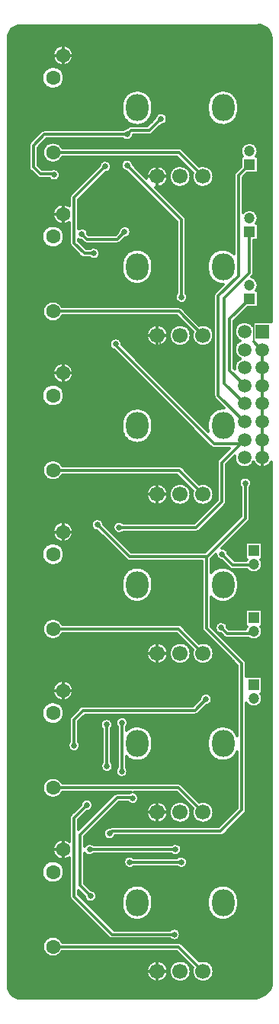
<source format=gbr>
G04 DipTrace 4.0.0.5*
G04 1 - Top.gbr*
%MOIN*%
G04 #@! TF.FileFunction,Copper,L1,Top*
G04 #@! TF.Part,Single*
G04 #@! TA.AperFunction,CopperBalancing*
%ADD15C,0.011811*%
G04 #@! TA.AperFunction,Conductor*
%ADD16C,0.005906*%
%ADD17C,0.00748*%
%ADD18C,0.007874*%
G04 #@! TA.AperFunction,ComponentPad*
%ADD19C,0.047244*%
%ADD20R,0.047244X0.047244*%
%ADD21R,0.059055X0.059055*%
%ADD22C,0.059055*%
%ADD23C,0.062992*%
%ADD24C,0.066929*%
%ADD25O,0.098425X0.11811*%
G04 #@! TA.AperFunction,ViaPad*
%ADD26C,0.025591*%
%FSLAX26Y26*%
G04*
G70*
G90*
G75*
G01*
G04 Top*
%LPD*%
X856249Y1131249D2*
D15*
X866304Y1141304D1*
X1340954D1*
X1433880Y1234231D1*
Y1874643D1*
X1279563Y2028960D1*
Y2339678D1*
X1281446Y2341561D1*
X1449060Y2509176D1*
Y2663493D1*
X1281446Y2341561D2*
X942661D1*
X802913Y2481309D1*
X786935Y3667451D2*
X745467D1*
X700542Y3712376D1*
Y3911084D1*
X837044Y4047586D1*
X1445190Y2853158D2*
X1449393D1*
X1432947Y2836712D1*
X1311552D1*
X877530Y3270735D1*
X882166D1*
X1445190Y2853158D2*
X1345554Y2753522D1*
Y2581267D1*
X1234437Y2470151D1*
X897720D1*
X842325Y1607351D2*
X843938Y1605739D1*
Y1425985D1*
X1523930Y3246859D2*
Y3168119D1*
Y3089379D1*
Y3010639D1*
Y2931899D1*
Y2853158D1*
Y2774418D1*
Y3246859D2*
X1519506D1*
X1484882Y3281484D1*
D16*
Y3367538D1*
D17*
X1479207Y3373212D1*
Y3381878D1*
D18*
X1497830Y3400501D1*
X1290895Y3401979D2*
Y3351800D1*
X1311802Y3330893D1*
Y3236811D1*
X1301347Y3226357D1*
X1100637D1*
X1075548Y3201267D1*
Y3297637D1*
X1064043Y3309143D1*
X1168749Y1006249D2*
D15*
X943749D1*
X734760Y3751871D2*
X756267Y3730363D1*
X889872D1*
X921387Y3761878D1*
X1264043Y4004025D2*
X1159542Y4108526D1*
X608127D1*
X1081249Y4256668D2*
X1029361Y4204779D1*
X949533D1*
X932426Y4187673D1*
X571298D1*
X521880Y4138256D1*
Y4045123D1*
X552291Y4014712D1*
X609311D1*
X613113Y4010910D1*
X932325Y4052651D2*
X1169934Y3815042D1*
Y3476235D1*
X1138494Y690539D2*
X866656D1*
X700886Y856309D1*
Y1200380D1*
X756249Y1255744D1*
X1277214Y1718749D2*
X1228578Y1670114D1*
X740921D1*
X700445Y1629637D1*
Y1515796D1*
X1143749Y1061262D2*
X768749D1*
X1467155Y3762368D2*
Y3582401D1*
X1356249Y3471496D1*
Y3099580D1*
X1445190Y3010639D1*
X1467156Y4055477D2*
X1419512Y4007833D1*
Y3570225D1*
X1331249Y3481963D1*
Y3045840D1*
X1445190Y2931899D1*
X1467156Y3469257D2*
X1469257D1*
X1381249Y3381249D1*
Y3156249D1*
X1445190Y3092308D1*
Y3089379D1*
X772784Y858039D2*
X726347Y904476D1*
Y1126120D1*
X888620Y1288393D1*
X953530D1*
X956127Y1285796D1*
X909072Y1615044D2*
X908431Y1614404D1*
Y1403204D1*
X1264043Y3309143D2*
X1158956Y3414229D1*
X608127D1*
X1264043Y2614261D2*
X1158372Y2719931D1*
X608127D1*
X1264043Y1919379D2*
X1157787Y2025635D1*
X608127D1*
X1264043Y1224497D2*
X1157202Y1331338D1*
X608127D1*
X1264043Y529615D2*
X1156618Y637040D1*
X608127D1*
X1347170Y2352829D2*
X1393750Y2306249D1*
X1481249D1*
Y2308332D1*
X1485746D1*
X1343749Y2031249D2*
X1368749Y2006249D1*
X1481249D1*
Y2015221D1*
X1485748D1*
D26*
X856249Y1131249D3*
X1168749Y1006249D3*
X943749D3*
X734760Y3751871D3*
X921387Y3761878D3*
X1081249Y4256668D3*
X1138494Y690539D3*
X756249Y1255744D3*
X1277214Y1718749D3*
X1143749Y1061262D3*
X768749D3*
X772784Y858039D3*
X1347170Y2352829D3*
X1343749Y2031249D3*
X882166Y3270735D3*
X932426Y4187673D3*
X613113Y4010910D3*
X1169934Y3476235D3*
X932325Y4052651D3*
X956127Y1285796D3*
X1449060Y2663493D3*
X843938Y1425985D3*
X842325Y1607351D3*
X897720Y2470151D3*
X908431Y1403204D3*
X909072Y1615044D3*
X700445Y1515796D3*
X837044Y4047586D3*
X786935Y3667451D3*
X802913Y2481309D3*
X1170102Y2262046D3*
X1290895Y3401979D3*
X1497830Y3400501D3*
X879803Y3864379D3*
X853368Y4359048D3*
X435363Y4652468D2*
D15*
X1540019D1*
X423691Y4640788D2*
X1551265D1*
X417197Y4629109D2*
X1557483D1*
X413863Y4617429D2*
X1560826D1*
X412687Y4605749D2*
X1562281D1*
X412652Y4594069D2*
X1562350D1*
X412652Y4582389D2*
X1562350D1*
X412652Y4570710D2*
X624515D1*
X679231D2*
X1562350D1*
X412652Y4559030D2*
X613039D1*
X690719D2*
X1562350D1*
X412652Y4547350D2*
X607353D1*
X696405D2*
X1562350D1*
X412652Y4535670D2*
X605241D1*
X698517D2*
X1562350D1*
X412652Y4523991D2*
X606187D1*
X697571D2*
X1562350D1*
X412652Y4512311D2*
X610409D1*
X693349D2*
X1562350D1*
X412652Y4500631D2*
X619198D1*
X684560D2*
X1562350D1*
X412652Y4488951D2*
X641286D1*
X662472D2*
X1562350D1*
X412652Y4477271D2*
X580800D1*
X635447D2*
X1562350D1*
X412652Y4465592D2*
X567859D1*
X648388D2*
X1562350D1*
X412652Y4453912D2*
X561135D1*
X655124D2*
X1562350D1*
X412652Y4442232D2*
X557985D1*
X658273D2*
X1562350D1*
X412652Y4430552D2*
X557720D1*
X658527D2*
X1562350D1*
X412652Y4418872D2*
X560304D1*
X655955D2*
X1562350D1*
X412652Y4407193D2*
X566256D1*
X649992D2*
X1562350D1*
X412652Y4395513D2*
X577582D1*
X638677D2*
X1562350D1*
X412652Y4383833D2*
X1562350D1*
X412652Y4372153D2*
X941971D1*
X1011081D2*
X1316971D1*
X1386081D2*
X1562350D1*
X412652Y4360473D2*
X926976D1*
X1026064D2*
X1301976D1*
X1401064D2*
X1562350D1*
X412652Y4348794D2*
X917968D1*
X1035073D2*
X1292968D1*
X1410073D2*
X1562350D1*
X412652Y4337114D2*
X912328D1*
X1040712D2*
X1287328D1*
X1415712D2*
X1562350D1*
X412652Y4325434D2*
X909179D1*
X1043862D2*
X1284179D1*
X1418862D2*
X1562350D1*
X412652Y4313754D2*
X908176D1*
X1044865D2*
X1283176D1*
X1419865D2*
X1562350D1*
X412652Y4302074D2*
X908176D1*
X1044865D2*
X1283176D1*
X1419865D2*
X1562350D1*
X412652Y4290395D2*
X908279D1*
X1044761D2*
X1283279D1*
X1419761D2*
X1562350D1*
X412652Y4278715D2*
X909987D1*
X1043065D2*
X1064811D1*
X1097691D2*
X1284987D1*
X1418065D2*
X1562350D1*
X412652Y4267035D2*
X913908D1*
X1039144D2*
X1055341D1*
X1107149D2*
X1288908D1*
X1414144D2*
X1562350D1*
X412652Y4255355D2*
X920540D1*
X1032512D2*
X1050589D1*
X1109215D2*
X1295540D1*
X1407512D2*
X1562350D1*
X412652Y4243676D2*
X931071D1*
X1021981D2*
X1038904D1*
X1105882D2*
X1306071D1*
X1396981D2*
X1562350D1*
X412652Y4231996D2*
X949964D1*
X1003089D2*
X1027220D1*
X1092929D2*
X1324964D1*
X1378089D2*
X1562350D1*
X412652Y4220316D2*
X935880D1*
X1074254D2*
X1562350D1*
X412652Y4208636D2*
X914531D1*
X1062571D2*
X1562350D1*
X412652Y4196956D2*
X551227D1*
X1050886D2*
X1562350D1*
X412652Y4185277D2*
X539543D1*
X1034599D2*
X1562350D1*
X412652Y4173597D2*
X527870D1*
X956421D2*
X1562350D1*
X412652Y4161917D2*
X516186D1*
X574892D2*
X923792D1*
X941057D2*
X1562350D1*
X412652Y4150237D2*
X504778D1*
X563220D2*
X588736D1*
X627512D2*
X1454067D1*
X1480246D2*
X1562350D1*
X412652Y4138557D2*
X500777D1*
X551535D2*
X572749D1*
X643509D2*
X1437008D1*
X1497305D2*
X1562350D1*
X412652Y4126878D2*
X500777D1*
X542977D2*
X565299D1*
X1168477D2*
X1430421D1*
X1503892D2*
X1562350D1*
X412652Y4115198D2*
X500777D1*
X542977D2*
X561930D1*
X1182225D2*
X1428345D1*
X1505968D2*
X1562350D1*
X412652Y4103518D2*
X500777D1*
X542977D2*
X561711D1*
X1193899D2*
X1429983D1*
X1504330D2*
X1562350D1*
X412652Y4091838D2*
X500777D1*
X542977D2*
X564606D1*
X1205582D2*
X1428333D1*
X1505980D2*
X1562350D1*
X412652Y4080158D2*
X500777D1*
X542977D2*
X571354D1*
X644893D2*
X1158560D1*
X1217267D2*
X1428333D1*
X1505980D2*
X1562350D1*
X412652Y4068479D2*
X500777D1*
X542977D2*
X585321D1*
X630926D2*
X819063D1*
X855023D2*
X909502D1*
X955152D2*
X1170233D1*
X1228939D2*
X1428333D1*
X1505980D2*
X1562350D1*
X412652Y4056799D2*
X500777D1*
X542977D2*
X810689D1*
X863409D2*
X904657D1*
X959997D2*
X1181917D1*
X1240623D2*
X1428333D1*
X1505980D2*
X1562350D1*
X412652Y4045119D2*
X500777D1*
X551236D2*
X805221D1*
X864920D2*
X905408D1*
X969212D2*
X1039077D1*
X1089006D2*
X1139078D1*
X1289010D2*
X1427446D1*
X1505980D2*
X1562350D1*
X412652Y4033439D2*
X504559D1*
X628826D2*
X793548D1*
X860998D2*
X912443D1*
X980886D2*
X1025594D1*
X1102491D2*
X1125595D1*
X1302493D2*
X1415761D1*
X1505980D2*
X1562350D1*
X412652Y4021760D2*
X515886D1*
X638815D2*
X781865D1*
X845428D2*
X933862D1*
X992569D2*
X1018824D1*
X1109273D2*
X1118813D1*
X1209262D2*
X1216958D1*
X1309263D2*
X1404089D1*
X1505980D2*
X1562350D1*
X412652Y4010080D2*
X527571D1*
X641088D2*
X770181D1*
X828887D2*
X945547D1*
X1004253D2*
X1015766D1*
X1312320D2*
X1398540D1*
X1451111D2*
X1562350D1*
X412652Y3998400D2*
X539669D1*
X638008D2*
X758508D1*
X817215D2*
X957219D1*
X1312366D2*
X1398414D1*
X1440615D2*
X1562350D1*
X412652Y3986720D2*
X600374D1*
X625850D2*
X746824D1*
X805530D2*
X968903D1*
X1109434D2*
X1118652D1*
X1209435D2*
X1218641D1*
X1309437D2*
X1398414D1*
X1440615D2*
X1562350D1*
X412652Y3975040D2*
X735140D1*
X793858D2*
X980576D1*
X1102836D2*
X1125249D1*
X1202826D2*
X1225250D1*
X1302828D2*
X1398414D1*
X1440615D2*
X1562350D1*
X412652Y3963361D2*
X723467D1*
X782174D2*
X992260D1*
X1089733D2*
X1138353D1*
X1189735D2*
X1238354D1*
X1289736D2*
X1398414D1*
X1440615D2*
X1562350D1*
X412652Y3951681D2*
X711783D1*
X770489D2*
X1003945D1*
X1062651D2*
X1398414D1*
X1440615D2*
X1562350D1*
X412652Y3940001D2*
X700110D1*
X758817D2*
X1015616D1*
X1074324D2*
X1398414D1*
X1440615D2*
X1562350D1*
X412652Y3928321D2*
X688426D1*
X747132D2*
X1027302D1*
X1086008D2*
X1398414D1*
X1440615D2*
X1562350D1*
X412652Y3916641D2*
X680225D1*
X735449D2*
X1038985D1*
X1097691D2*
X1398414D1*
X1440615D2*
X1562350D1*
X412652Y3904962D2*
X679441D1*
X723777D2*
X1050657D1*
X1109365D2*
X1398414D1*
X1440615D2*
X1562350D1*
X412652Y3893282D2*
X679441D1*
X721643D2*
X1062342D1*
X1121048D2*
X1398414D1*
X1440615D2*
X1562350D1*
X412652Y3881602D2*
X634203D1*
X669542D2*
X679441D1*
X721643D2*
X1074014D1*
X1132733D2*
X1398414D1*
X1440615D2*
X1562350D1*
X412652Y3869922D2*
X617134D1*
X721643D2*
X1085699D1*
X1144405D2*
X1398414D1*
X1440615D2*
X1562350D1*
X412652Y3858242D2*
X609371D1*
X721643D2*
X1097383D1*
X1156089D2*
X1398414D1*
X1440615D2*
X1458173D1*
X1476140D2*
X1562350D1*
X412652Y3846563D2*
X605783D1*
X721643D2*
X1109055D1*
X1167762D2*
X1398414D1*
X1496349D2*
X1562350D1*
X412652Y3834883D2*
X605391D1*
X721643D2*
X1120740D1*
X1179446D2*
X1398414D1*
X1503488D2*
X1562350D1*
X412652Y3823203D2*
X608078D1*
X721643D2*
X1132424D1*
X1189284D2*
X1398414D1*
X1505933D2*
X1562350D1*
X412652Y3811523D2*
X614550D1*
X721643D2*
X1144097D1*
X1191038D2*
X1398414D1*
X1504653D2*
X1562350D1*
X412652Y3799844D2*
X627813D1*
X721643D2*
X1148837D1*
X1191038D2*
X1398414D1*
X1505980D2*
X1562350D1*
X412652Y3788164D2*
X592081D1*
X624166D2*
X679441D1*
X721643D2*
X914924D1*
X927850D2*
X1148837D1*
X1191038D2*
X1398414D1*
X1505980D2*
X1562350D1*
X412652Y3776484D2*
X572508D1*
X643752D2*
X679441D1*
X746568D2*
X897725D1*
X945048D2*
X1148837D1*
X1191038D2*
X1398414D1*
X1505980D2*
X1562350D1*
X412652Y3764804D2*
X563603D1*
X652656D2*
X679441D1*
X759429D2*
X893551D1*
X949224D2*
X1148837D1*
X1191038D2*
X1398414D1*
X1505980D2*
X1562350D1*
X412652Y3753124D2*
X559001D1*
X657246D2*
X679441D1*
X762866D2*
X883284D1*
X947909D2*
X1148837D1*
X1191038D2*
X1398414D1*
X1505980D2*
X1562350D1*
X412652Y3741445D2*
X557501D1*
X658758D2*
X679441D1*
X939928D2*
X1148837D1*
X1191038D2*
X1398414D1*
X1505980D2*
X1562350D1*
X412652Y3729765D2*
X558794D1*
X657466D2*
X679441D1*
X918623D2*
X1148837D1*
X1191038D2*
X1398414D1*
X1505980D2*
X1562350D1*
X412652Y3718085D2*
X563130D1*
X653130D2*
X679441D1*
X724191D2*
X739189D1*
X906951D2*
X1148837D1*
X1191038D2*
X1398414D1*
X1488263D2*
X1562350D1*
X412652Y3706405D2*
X571619D1*
X644640D2*
X680353D1*
X735865D2*
X1148837D1*
X1191038D2*
X1398414D1*
X1488263D2*
X1562350D1*
X412652Y3694725D2*
X589521D1*
X626739D2*
X688841D1*
X747548D2*
X1148837D1*
X1191038D2*
X1398414D1*
X1488263D2*
X1562350D1*
X412652Y3683046D2*
X700514D1*
X809925D2*
X955155D1*
X997887D2*
X1148837D1*
X1191038D2*
X1330155D1*
X1372887D2*
X1398414D1*
X1488263D2*
X1562350D1*
X412652Y3671366D2*
X712198D1*
X814643D2*
X933298D1*
X1019744D2*
X1148837D1*
X1191038D2*
X1308298D1*
X1488263D2*
X1562350D1*
X412652Y3659686D2*
X723882D1*
X813778D2*
X921913D1*
X1031128D2*
X1148837D1*
X1191038D2*
X1296913D1*
X1488263D2*
X1562350D1*
X412652Y3648006D2*
X739960D1*
X806580D2*
X914773D1*
X1038279D2*
X1148837D1*
X1191038D2*
X1289773D1*
X1488263D2*
X1562350D1*
X412652Y3636326D2*
X910459D1*
X1042593D2*
X1148837D1*
X1191038D2*
X1285459D1*
X1488263D2*
X1562350D1*
X412652Y3624647D2*
X908418D1*
X1044635D2*
X1148837D1*
X1191038D2*
X1283418D1*
X1488263D2*
X1562350D1*
X412652Y3612967D2*
X908176D1*
X1044865D2*
X1148837D1*
X1191038D2*
X1283176D1*
X1488263D2*
X1562350D1*
X412652Y3601287D2*
X908176D1*
X1044865D2*
X1148837D1*
X1191038D2*
X1283176D1*
X1488263D2*
X1562350D1*
X412652Y3589607D2*
X908879D1*
X1044161D2*
X1148837D1*
X1191038D2*
X1283879D1*
X1488263D2*
X1562350D1*
X412652Y3577928D2*
X911670D1*
X1041382D2*
X1148837D1*
X1191038D2*
X1286670D1*
X1487744D2*
X1562350D1*
X412652Y3566248D2*
X916872D1*
X1036179D2*
X1148837D1*
X1191038D2*
X1291872D1*
X1480350D2*
X1562350D1*
X412652Y3554568D2*
X925235D1*
X1027805D2*
X1148837D1*
X1191038D2*
X1300235D1*
X1495299D2*
X1562350D1*
X412652Y3542888D2*
X938891D1*
X1014161D2*
X1148837D1*
X1191038D2*
X1313891D1*
X1503038D2*
X1562350D1*
X412652Y3531208D2*
X1148837D1*
X1191038D2*
X1351135D1*
X1505865D2*
X1562350D1*
X412652Y3519529D2*
X1148837D1*
X1191038D2*
X1339463D1*
X1504930D2*
X1562350D1*
X412652Y3507849D2*
X1148837D1*
X1191038D2*
X1327778D1*
X1499924D2*
X1562350D1*
X412652Y3496169D2*
X1148837D1*
X1191038D2*
X1316106D1*
X1505980D2*
X1562350D1*
X412652Y3484489D2*
X1143242D1*
X1196620D2*
X1310304D1*
X1505980D2*
X1562350D1*
X412652Y3472809D2*
X1142158D1*
X1197704D2*
X1310143D1*
X1505980D2*
X1562350D1*
X412652Y3461130D2*
X1146599D1*
X1193265D2*
X1310143D1*
X1505980D2*
X1562350D1*
X412652Y3449450D2*
X578124D1*
X638135D2*
X1167568D1*
X1172309D2*
X1310143D1*
X1505980D2*
X1562350D1*
X412652Y3437770D2*
X567997D1*
X648262D2*
X1310143D1*
X1505980D2*
X1562350D1*
X412652Y3426090D2*
X563004D1*
X1176447D2*
X1310143D1*
X1455449D2*
X1562350D1*
X412652Y3414410D2*
X561434D1*
X1188131D2*
X1310143D1*
X1443763D2*
X1562350D1*
X412652Y3402731D2*
X562910D1*
X1199804D2*
X1310143D1*
X1432080D2*
X1562350D1*
X412652Y3391051D2*
X567778D1*
X648481D2*
X1152782D1*
X1211488D2*
X1310143D1*
X1420408D2*
X1562350D1*
X412652Y3379371D2*
X577686D1*
X638573D2*
X1164466D1*
X1223173D2*
X1310143D1*
X1408723D2*
X1562350D1*
X412652Y3367691D2*
X1176139D1*
X1234845D2*
X1310143D1*
X1402357D2*
X1432855D1*
X1457525D2*
X1479211D1*
X412652Y3356012D2*
X1055271D1*
X1072824D2*
X1155261D1*
X1172825D2*
X1187823D1*
X1246529D2*
X1255263D1*
X1272816D2*
X1310143D1*
X1402357D2*
X1412844D1*
X412652Y3344332D2*
X1030980D1*
X1097103D2*
X1130981D1*
X1297095D2*
X1310143D1*
X412652Y3332652D2*
X1021614D1*
X1106481D2*
X1121605D1*
X412652Y3320972D2*
X1016874D1*
X412652Y3309292D2*
X1015386D1*
X412652Y3297613D2*
X1016804D1*
X1402357D2*
X1410652D1*
X412652Y3285933D2*
X858901D1*
X905439D2*
X1021442D1*
X1106643D2*
X1121443D1*
X1206644D2*
X1221445D1*
X1402357D2*
X1424792D1*
X412652Y3274253D2*
X854403D1*
X909926D2*
X1030657D1*
X1097426D2*
X1130658D1*
X1197428D2*
X1230660D1*
X1297430D2*
X1310143D1*
X1402357D2*
X1410168D1*
X412652Y3262573D2*
X855441D1*
X915048D2*
X1053610D1*
X1074473D2*
X1153613D1*
X1174475D2*
X1253602D1*
X1274476D2*
X1310143D1*
X412652Y3250893D2*
X862950D1*
X926720D2*
X1310143D1*
X412652Y3239214D2*
X879698D1*
X938404D2*
X1310143D1*
X412652Y3227534D2*
X891382D1*
X950089D2*
X1310143D1*
X412652Y3215854D2*
X903055D1*
X961761D2*
X1310143D1*
X1402357D2*
X1413431D1*
X412652Y3204174D2*
X914739D1*
X973446D2*
X1310143D1*
X1402357D2*
X1419590D1*
X412652Y3192494D2*
X926412D1*
X985130D2*
X1310143D1*
X412652Y3180815D2*
X622762D1*
X680996D2*
X938095D1*
X996802D2*
X1310143D1*
X412652Y3169135D2*
X612185D1*
X691573D2*
X949779D1*
X1008487D2*
X1310143D1*
X412652Y3157455D2*
X606949D1*
X696798D2*
X961452D1*
X1020158D2*
X1310143D1*
X412652Y3145775D2*
X605195D1*
X698563D2*
X973136D1*
X1031844D2*
X1310143D1*
X412652Y3134095D2*
X606476D1*
X697270D2*
X984820D1*
X1043527D2*
X1310143D1*
X412652Y3122416D2*
X611113D1*
X692634D2*
X996493D1*
X1055199D2*
X1310143D1*
X412652Y3110736D2*
X620605D1*
X683141D2*
X1008177D1*
X1066884D2*
X1310143D1*
X412652Y3099056D2*
X1019850D1*
X1078568D2*
X1310143D1*
X412652Y3087376D2*
X578828D1*
X637431D2*
X1031534D1*
X1090241D2*
X1310143D1*
X412652Y3075697D2*
X566889D1*
X649368D2*
X1043218D1*
X1101925D2*
X1310143D1*
X412652Y3064017D2*
X560627D1*
X655632D2*
X1054891D1*
X1113598D2*
X1310143D1*
X412652Y3052337D2*
X557824D1*
X658435D2*
X1066575D1*
X1125282D2*
X1310143D1*
X412652Y3040657D2*
X557870D1*
X658388D2*
X1078248D1*
X1136966D2*
X1310834D1*
X412652Y3028977D2*
X560788D1*
X655471D2*
X1089931D1*
X1148639D2*
X1318758D1*
X412652Y3017298D2*
X567190D1*
X649069D2*
X1101615D1*
X1160323D2*
X1330431D1*
X412652Y3005618D2*
X579428D1*
X636820D2*
X1113288D1*
X1171996D2*
X1342115D1*
X412652Y2993938D2*
X1124972D1*
X1183679D2*
X1353799D1*
X412652Y2982258D2*
X941740D1*
X1011312D2*
X1136657D1*
X1195363D2*
X1316740D1*
X412652Y2970578D2*
X926850D1*
X1026191D2*
X1148329D1*
X1207036D2*
X1301850D1*
X412652Y2958899D2*
X917887D1*
X1035153D2*
X1160013D1*
X1218720D2*
X1292887D1*
X412652Y2947219D2*
X912282D1*
X1040770D2*
X1171686D1*
X1230404D2*
X1287282D1*
X412652Y2935539D2*
X909156D1*
X1043884D2*
X1183370D1*
X1242077D2*
X1284156D1*
X412652Y2923859D2*
X908176D1*
X1044865D2*
X1195055D1*
X1253761D2*
X1283176D1*
X412652Y2912179D2*
X908176D1*
X1044865D2*
X1206727D1*
X1265434D2*
X1283176D1*
X412652Y2900500D2*
X908291D1*
X1044750D2*
X1218410D1*
X1277118D2*
X1283291D1*
X412652Y2888820D2*
X910010D1*
X1043031D2*
X1230095D1*
X412652Y2877140D2*
X913966D1*
X1039086D2*
X1241767D1*
X412652Y2865460D2*
X920632D1*
X1032420D2*
X1253452D1*
X412652Y2853781D2*
X931221D1*
X1021832D2*
X1265124D1*
X412652Y2842101D2*
X950287D1*
X1002754D2*
X1276809D1*
X412652Y2830421D2*
X1288493D1*
X412652Y2818741D2*
X1301781D1*
X412652Y2807061D2*
X1369740D1*
X412652Y2795382D2*
X1358056D1*
X412652Y2783702D2*
X1346383D1*
X412652Y2772022D2*
X1334699D1*
X1393405D2*
X1400536D1*
X412652Y2760342D2*
X586014D1*
X630245D2*
X1325656D1*
X1381733D2*
X1402808D1*
X412652Y2748662D2*
X571653D1*
X644605D2*
X1324456D1*
X1370050D2*
X1408899D1*
X1481481D2*
X1487643D1*
X412652Y2736983D2*
X564745D1*
X1169850D2*
X1324456D1*
X1366658D2*
X1421770D1*
X1468609D2*
X1500514D1*
X1547353D2*
X1562350D1*
X412652Y2725303D2*
X561757D1*
X1182353D2*
X1324456D1*
X1366658D2*
X1562350D1*
X412652Y2713623D2*
X561872D1*
X1194036D2*
X1324456D1*
X1366658D2*
X1562350D1*
X412652Y2701943D2*
X565137D1*
X1205710D2*
X1324456D1*
X1366658D2*
X1562350D1*
X412652Y2690263D2*
X572438D1*
X643821D2*
X1158687D1*
X1217393D2*
X1324456D1*
X1366658D2*
X1446408D1*
X1451719D2*
X1562350D1*
X412652Y2678584D2*
X587929D1*
X628330D2*
X1170371D1*
X1229078D2*
X1324456D1*
X1366658D2*
X1425715D1*
X1472404D2*
X1562350D1*
X412652Y2666904D2*
X1182044D1*
X1240750D2*
X1324456D1*
X1366658D2*
X1421286D1*
X1476833D2*
X1562350D1*
X412652Y2655224D2*
X1038858D1*
X1089237D2*
X1138849D1*
X1289229D2*
X1324456D1*
X1366658D2*
X1422370D1*
X1475748D2*
X1562350D1*
X412652Y2643544D2*
X1025491D1*
X1102594D2*
X1125492D1*
X1302597D2*
X1324456D1*
X1366658D2*
X1427952D1*
X1470166D2*
X1562350D1*
X412652Y2631865D2*
X1018766D1*
X1109319D2*
X1118767D1*
X1209320D2*
X1217085D1*
X1309321D2*
X1324456D1*
X1366658D2*
X1427952D1*
X1470166D2*
X1562350D1*
X412652Y2620185D2*
X1015756D1*
X1312332D2*
X1324456D1*
X1366658D2*
X1427952D1*
X1470166D2*
X1562350D1*
X412652Y2608505D2*
X1015732D1*
X1312355D2*
X1324456D1*
X1366658D2*
X1427952D1*
X1470166D2*
X1562350D1*
X412652Y2596825D2*
X1018697D1*
X1109388D2*
X1118698D1*
X1209389D2*
X1218699D1*
X1309391D2*
X1324456D1*
X1366658D2*
X1427952D1*
X1470166D2*
X1562350D1*
X412652Y2585145D2*
X1025351D1*
X1102732D2*
X1125353D1*
X1202733D2*
X1225354D1*
X1302736D2*
X1320073D1*
X1366658D2*
X1427952D1*
X1470166D2*
X1562350D1*
X412652Y2573466D2*
X1038569D1*
X1089514D2*
X1138572D1*
X1189515D2*
X1238573D1*
X1289517D2*
X1308401D1*
X1365067D2*
X1427952D1*
X1470166D2*
X1562350D1*
X412652Y2561786D2*
X1296716D1*
X1355424D2*
X1427952D1*
X1470166D2*
X1562350D1*
X412652Y2550106D2*
X1285033D1*
X1343750D2*
X1427952D1*
X1470166D2*
X1562350D1*
X412652Y2538426D2*
X1273361D1*
X1332067D2*
X1427952D1*
X1470166D2*
X1562350D1*
X412652Y2526746D2*
X1261676D1*
X1320383D2*
X1427952D1*
X1470166D2*
X1562350D1*
X412652Y2515067D2*
X1250004D1*
X1308710D2*
X1425599D1*
X1470166D2*
X1562350D1*
X412652Y2503387D2*
X786525D1*
X819303D2*
X1238319D1*
X1297026D2*
X1413916D1*
X1469300D2*
X1562350D1*
X412652Y2491707D2*
X631194D1*
X672564D2*
X777021D1*
X828807D2*
X880597D1*
X914840D2*
X1226635D1*
X1285342D2*
X1402232D1*
X1460950D2*
X1562350D1*
X412652Y2480027D2*
X615992D1*
X687766D2*
X774955D1*
X833547D2*
X871613D1*
X1273669D2*
X1390559D1*
X1449266D2*
X1562350D1*
X412652Y2468347D2*
X608794D1*
X694963D2*
X778266D1*
X845231D2*
X869790D1*
X1261985D2*
X1378875D1*
X1437581D2*
X1562350D1*
X412652Y2456668D2*
X605588D1*
X698158D2*
X791173D1*
X856904D2*
X873366D1*
X1250312D2*
X1367202D1*
X1425909D2*
X1562350D1*
X412652Y2444988D2*
X605530D1*
X698228D2*
X809882D1*
X868588D2*
X887287D1*
X908162D2*
X1355518D1*
X1414225D2*
X1562350D1*
X412652Y2433308D2*
X608586D1*
X695160D2*
X821565D1*
X880273D2*
X1343834D1*
X1402552D2*
X1562350D1*
X412652Y2421628D2*
X615588D1*
X688170D2*
X833239D1*
X891945D2*
X1332161D1*
X1390868D2*
X1562350D1*
X412652Y2409949D2*
X630202D1*
X673544D2*
X844922D1*
X903628D2*
X1320477D1*
X1379183D2*
X1562350D1*
X412652Y2398269D2*
X588459D1*
X627800D2*
X856594D1*
X915313D2*
X1308804D1*
X1367512D2*
X1446926D1*
X1524561D2*
X1562350D1*
X412652Y2386589D2*
X571215D1*
X645043D2*
X868279D1*
X926985D2*
X1297120D1*
X1355828D2*
X1446926D1*
X1524561D2*
X1562350D1*
X412652Y2374909D2*
X562910D1*
X653337D2*
X879963D1*
X938670D2*
X1285437D1*
X1363555D2*
X1446926D1*
X1524561D2*
X1562350D1*
X412652Y2363229D2*
X558700D1*
X657559D2*
X891636D1*
X950342D2*
X1273763D1*
X1373059D2*
X1446926D1*
X1524561D2*
X1562350D1*
X412652Y2351550D2*
X557501D1*
X658746D2*
X903320D1*
X1377800D2*
X1446926D1*
X1524561D2*
X1562350D1*
X412652Y2339870D2*
X559116D1*
X657143D2*
X915004D1*
X1309114D2*
X1322519D1*
X1389484D2*
X1446926D1*
X1524561D2*
X1562350D1*
X412652Y2328190D2*
X563833D1*
X652425D2*
X926677D1*
X1300670D2*
X1335414D1*
X1401168D2*
X1452590D1*
X1518897D2*
X1562350D1*
X412652Y2316510D2*
X572934D1*
X643313D2*
X1258458D1*
X1300670D2*
X1354134D1*
X1523661D2*
X1562350D1*
X412652Y2304830D2*
X593464D1*
X622783D2*
X1258458D1*
X1300670D2*
X1365819D1*
X1524400D2*
X1562350D1*
X412652Y2293151D2*
X954740D1*
X998302D2*
X1258458D1*
X1300670D2*
X1329740D1*
X1521366D2*
X1562350D1*
X412652Y2281471D2*
X933136D1*
X1019905D2*
X1258458D1*
X1300670D2*
X1308136D1*
X1394905D2*
X1458195D1*
X1513292D2*
X1562350D1*
X412652Y2269791D2*
X921809D1*
X1031232D2*
X1258458D1*
X1406232D2*
X1562350D1*
X412652Y2258111D2*
X914704D1*
X1038337D2*
X1258458D1*
X1413337D2*
X1562350D1*
X412652Y2246431D2*
X910413D1*
X1042627D2*
X1258458D1*
X1417627D2*
X1562350D1*
X412652Y2234752D2*
X908407D1*
X1044645D2*
X1258458D1*
X1419645D2*
X1562350D1*
X412652Y2223072D2*
X908176D1*
X1044865D2*
X1258458D1*
X1419865D2*
X1562350D1*
X412652Y2211392D2*
X908176D1*
X1044865D2*
X1258458D1*
X1419865D2*
X1562350D1*
X412652Y2199712D2*
X908903D1*
X1044151D2*
X1258458D1*
X1419151D2*
X1562350D1*
X412652Y2188033D2*
X911716D1*
X1041336D2*
X1258458D1*
X1416336D2*
X1562350D1*
X412652Y2176353D2*
X916942D1*
X1036099D2*
X1258458D1*
X1411099D2*
X1562350D1*
X412652Y2164673D2*
X925362D1*
X1027691D2*
X1258458D1*
X1402691D2*
X1562350D1*
X412652Y2152993D2*
X939088D1*
X1013954D2*
X1258458D1*
X1300670D2*
X1314088D1*
X1388954D2*
X1562350D1*
X412652Y2141313D2*
X1258458D1*
X1300670D2*
X1562350D1*
X412652Y2129634D2*
X1258458D1*
X1300670D2*
X1562350D1*
X412652Y2117954D2*
X1258458D1*
X1300670D2*
X1562350D1*
X412652Y2106274D2*
X1258458D1*
X1300670D2*
X1446926D1*
X1524561D2*
X1562350D1*
X412652Y2094594D2*
X1258458D1*
X1300670D2*
X1446926D1*
X1524561D2*
X1562350D1*
X412652Y2082914D2*
X1258458D1*
X1300670D2*
X1446926D1*
X1524561D2*
X1562350D1*
X412652Y2071235D2*
X1258458D1*
X1300670D2*
X1446926D1*
X1524561D2*
X1562350D1*
X412652Y2059555D2*
X576602D1*
X639657D2*
X1258458D1*
X1300670D2*
X1446926D1*
X1524561D2*
X1562350D1*
X412652Y2047875D2*
X567236D1*
X649012D2*
X1258458D1*
X1300670D2*
X1321538D1*
X1365966D2*
X1446926D1*
X1524561D2*
X1562350D1*
X412652Y2036195D2*
X562679D1*
X1176586D2*
X1258458D1*
X1301686D2*
X1316221D1*
X1371283D2*
X1453317D1*
X1518182D2*
X1562350D1*
X412652Y2024515D2*
X561446D1*
X1188258D2*
X1258966D1*
X1523396D2*
X1562350D1*
X412652Y2012836D2*
X563269D1*
X1199942D2*
X1266336D1*
X1524492D2*
X1562350D1*
X412652Y2001156D2*
X568575D1*
X647673D2*
X1152908D1*
X1211615D2*
X1278009D1*
X1336727D2*
X1344492D1*
X1521840D2*
X1562350D1*
X412652Y1989476D2*
X579312D1*
X636947D2*
X1164593D1*
X1223299D2*
X1289693D1*
X1348399D2*
X1356821D1*
X1514388D2*
X1562350D1*
X412652Y1977796D2*
X1176277D1*
X1234984D2*
X1301376D1*
X1360084D2*
X1480572D1*
X1490916D2*
X1562350D1*
X412652Y1966116D2*
X1054498D1*
X1073585D2*
X1154500D1*
X1173586D2*
X1187950D1*
X1246656D2*
X1254501D1*
X1273589D2*
X1313050D1*
X1371756D2*
X1562350D1*
X412652Y1954437D2*
X1030842D1*
X1097242D2*
X1130844D1*
X1297245D2*
X1324733D1*
X1383441D2*
X1562350D1*
X412652Y1942757D2*
X1021534D1*
X1106550D2*
X1121535D1*
X1306554D2*
X1336417D1*
X1395124D2*
X1562350D1*
X412652Y1931077D2*
X1016851D1*
X1311236D2*
X1348090D1*
X1406796D2*
X1562350D1*
X412652Y1919397D2*
X1015386D1*
X1312700D2*
X1359774D1*
X1418481D2*
X1562350D1*
X412652Y1907718D2*
X1016840D1*
X1311248D2*
X1371447D1*
X1430165D2*
X1562350D1*
X412652Y1896038D2*
X1021510D1*
X1106573D2*
X1121513D1*
X1206575D2*
X1221514D1*
X1306576D2*
X1383131D1*
X1441838D2*
X1562350D1*
X412652Y1884358D2*
X1030796D1*
X1097288D2*
X1130798D1*
X1197290D2*
X1230799D1*
X1297279D2*
X1394815D1*
X1452450D2*
X1562350D1*
X412652Y1872678D2*
X1054291D1*
X1073792D2*
X1154292D1*
X1173795D2*
X1254294D1*
X1273796D2*
X1406488D1*
X1454987D2*
X1562350D1*
X412652Y1860998D2*
X1412774D1*
X1454987D2*
X1562350D1*
X412652Y1849319D2*
X1412774D1*
X1454987D2*
X1562350D1*
X412652Y1837639D2*
X1412774D1*
X1454987D2*
X1562350D1*
X412652Y1825959D2*
X1412774D1*
X1454987D2*
X1562350D1*
X412652Y1814279D2*
X1412774D1*
X1524561D2*
X1562350D1*
X412652Y1802599D2*
X1412774D1*
X1524561D2*
X1562350D1*
X412652Y1790920D2*
X621158D1*
X682588D2*
X1412774D1*
X1524561D2*
X1562350D1*
X412652Y1779240D2*
X611389D1*
X692357D2*
X1412774D1*
X1524561D2*
X1562350D1*
X412652Y1767560D2*
X606602D1*
X697155D2*
X1412774D1*
X1524561D2*
X1562350D1*
X412652Y1755880D2*
X605183D1*
X698563D2*
X1412774D1*
X1524561D2*
X1562350D1*
X412652Y1744200D2*
X606821D1*
X696935D2*
X1267605D1*
X1286829D2*
X1412774D1*
X1524561D2*
X1562350D1*
X412652Y1732521D2*
X611886D1*
X691872D2*
X1253025D1*
X1301397D2*
X1412774D1*
X1523097D2*
X1562350D1*
X412652Y1720841D2*
X622151D1*
X681595D2*
X1249300D1*
X1305123D2*
X1412774D1*
X1524550D2*
X1562350D1*
X412652Y1709161D2*
X1238273D1*
X1303428D2*
X1412774D1*
X1522266D2*
X1562350D1*
X412652Y1697481D2*
X577029D1*
X639231D2*
X1226589D1*
X1294719D2*
X1412774D1*
X1515392D2*
X1562350D1*
X412652Y1685802D2*
X565979D1*
X650281D2*
X727458D1*
X1273623D2*
X1412774D1*
X1454987D2*
X1474655D1*
X1496833D2*
X1562350D1*
X412652Y1674122D2*
X560165D1*
X656093D2*
X715577D1*
X1261939D2*
X1412774D1*
X1454987D2*
X1562350D1*
X412652Y1662442D2*
X557686D1*
X658561D2*
X703893D1*
X1250266D2*
X1412774D1*
X1454987D2*
X1562350D1*
X412652Y1650762D2*
X558043D1*
X658204D2*
X692220D1*
X1234488D2*
X1412774D1*
X1454987D2*
X1562350D1*
X412652Y1639082D2*
X561308D1*
X654951D2*
X681724D1*
X739244D2*
X896018D1*
X922130D2*
X1412774D1*
X1454987D2*
X1562350D1*
X412652Y1627403D2*
X568182D1*
X648065D2*
X679337D1*
X727559D2*
X823342D1*
X861309D2*
X884093D1*
X934044D2*
X1412774D1*
X1454987D2*
X1562350D1*
X412652Y1615723D2*
X581481D1*
X634778D2*
X679337D1*
X721550D2*
X815672D1*
X868980D2*
X881093D1*
X937055D2*
X1412774D1*
X1454987D2*
X1562350D1*
X412652Y1604043D2*
X679337D1*
X721550D2*
X814540D1*
X870110D2*
X883446D1*
X934702D2*
X1412774D1*
X1454987D2*
X1562350D1*
X412652Y1592363D2*
X679337D1*
X721550D2*
X818913D1*
X865739D2*
X887333D1*
X929535D2*
X941509D1*
X1011531D2*
X1316509D1*
X1386531D2*
X1412774D1*
X1454987D2*
X1562350D1*
X412652Y1580683D2*
X679337D1*
X721550D2*
X822834D1*
X865035D2*
X887333D1*
X1026319D2*
X1301723D1*
X1401319D2*
X1412774D1*
X1454987D2*
X1562350D1*
X412652Y1569004D2*
X679337D1*
X721550D2*
X822834D1*
X865035D2*
X887333D1*
X1035235D2*
X1292819D1*
X1454987D2*
X1562350D1*
X412652Y1557324D2*
X679337D1*
X721550D2*
X822834D1*
X865035D2*
X887333D1*
X1040817D2*
X1287236D1*
X1454987D2*
X1562350D1*
X412652Y1545644D2*
X679337D1*
X721550D2*
X822834D1*
X865035D2*
X887333D1*
X1043908D2*
X1284134D1*
X1454987D2*
X1562350D1*
X412652Y1533964D2*
X679337D1*
X721550D2*
X822834D1*
X865035D2*
X887333D1*
X1044865D2*
X1283176D1*
X1454987D2*
X1562350D1*
X412652Y1522284D2*
X673246D1*
X727640D2*
X822834D1*
X865035D2*
X887333D1*
X1044865D2*
X1283176D1*
X1454987D2*
X1562350D1*
X412652Y1510605D2*
X672959D1*
X727929D2*
X822834D1*
X865035D2*
X887333D1*
X1044750D2*
X1283303D1*
X1454987D2*
X1562350D1*
X412652Y1498925D2*
X678426D1*
X722462D2*
X822834D1*
X865035D2*
X887333D1*
X1042997D2*
X1285044D1*
X1454987D2*
X1562350D1*
X412652Y1487245D2*
X822834D1*
X865035D2*
X887333D1*
X1039017D2*
X1289023D1*
X1454987D2*
X1562350D1*
X412652Y1475565D2*
X822834D1*
X865035D2*
X887333D1*
X1032328D2*
X1295725D1*
X1454987D2*
X1562350D1*
X412652Y1463886D2*
X822834D1*
X865035D2*
X887333D1*
X1021681D2*
X1306371D1*
X1396681D2*
X1412774D1*
X1454987D2*
X1562350D1*
X412652Y1452206D2*
X822834D1*
X865035D2*
X887333D1*
X929535D2*
X950622D1*
X1002431D2*
X1325622D1*
X1377431D2*
X1412774D1*
X1454987D2*
X1562350D1*
X412652Y1440526D2*
X820227D1*
X867643D2*
X887333D1*
X929535D2*
X1412774D1*
X1454987D2*
X1562350D1*
X412652Y1428846D2*
X816098D1*
X871771D2*
X887333D1*
X929535D2*
X1412774D1*
X1454987D2*
X1562350D1*
X412652Y1417166D2*
X817437D1*
X870433D2*
X884358D1*
X932498D2*
X1412774D1*
X1454987D2*
X1562350D1*
X412652Y1405487D2*
X825475D1*
X862405D2*
X880539D1*
X936328D2*
X1412774D1*
X1454987D2*
X1562350D1*
X412652Y1393807D2*
X882143D1*
X934725D2*
X1412774D1*
X1454987D2*
X1562350D1*
X412652Y1382127D2*
X890678D1*
X926178D2*
X1412774D1*
X1454987D2*
X1562350D1*
X412652Y1370447D2*
X583673D1*
X632586D2*
X1412774D1*
X1454987D2*
X1562350D1*
X412652Y1358767D2*
X570627D1*
X645620D2*
X1412774D1*
X1454987D2*
X1562350D1*
X412652Y1347088D2*
X564249D1*
X1170576D2*
X1412774D1*
X1454987D2*
X1562350D1*
X412652Y1335408D2*
X561619D1*
X1182492D2*
X1412774D1*
X1454987D2*
X1562350D1*
X412652Y1323728D2*
X562080D1*
X1194164D2*
X1412774D1*
X1454987D2*
X1562350D1*
X412652Y1312048D2*
X565725D1*
X1205847D2*
X1412774D1*
X1454987D2*
X1562350D1*
X412652Y1300368D2*
X573592D1*
X642656D2*
X871242D1*
X979812D2*
X1158813D1*
X1217521D2*
X1412774D1*
X1454987D2*
X1562350D1*
X412652Y1288689D2*
X591065D1*
X625193D2*
X859559D1*
X983964D2*
X1170498D1*
X1229204D2*
X1412774D1*
X1454987D2*
X1562350D1*
X412652Y1277009D2*
X738739D1*
X773754D2*
X847887D1*
X982637D2*
X1182182D1*
X1240889D2*
X1412774D1*
X1454987D2*
X1562350D1*
X412652Y1265329D2*
X730030D1*
X782473D2*
X836202D1*
X894909D2*
X937623D1*
X974622D2*
X1038627D1*
X1089456D2*
X1138630D1*
X1289459D2*
X1412774D1*
X1454987D2*
X1562350D1*
X412652Y1253649D2*
X724805D1*
X784157D2*
X824518D1*
X883225D2*
X1025387D1*
X1102698D2*
X1125388D1*
X1302700D2*
X1412774D1*
X1454987D2*
X1562350D1*
X412652Y1241970D2*
X713120D1*
X780431D2*
X812845D1*
X871552D2*
X1018708D1*
X1109376D2*
X1118710D1*
X1209378D2*
X1217211D1*
X1309367D2*
X1412266D1*
X1454987D2*
X1562350D1*
X412652Y1230290D2*
X701437D1*
X765853D2*
X801161D1*
X859868D2*
X1015732D1*
X1312355D2*
X1400582D1*
X1454594D2*
X1562350D1*
X412652Y1218610D2*
X689763D1*
X748471D2*
X789477D1*
X848195D2*
X1015744D1*
X1312344D2*
X1388909D1*
X1447616D2*
X1562350D1*
X412652Y1206930D2*
X680895D1*
X736787D2*
X777804D1*
X836512D2*
X1018754D1*
X1109330D2*
X1118756D1*
X1209332D2*
X1218745D1*
X1309333D2*
X1377225D1*
X1435933D2*
X1562350D1*
X412652Y1195250D2*
X679787D1*
X725114D2*
X766120D1*
X824828D2*
X1025455D1*
X1102628D2*
X1125456D1*
X1202630D2*
X1225459D1*
X1302631D2*
X1365542D1*
X1424260D2*
X1562350D1*
X412652Y1183571D2*
X679787D1*
X721988D2*
X754447D1*
X813155D2*
X1038788D1*
X1089295D2*
X1138791D1*
X1189296D2*
X1238792D1*
X1289298D2*
X1353868D1*
X1412576D2*
X1562350D1*
X412652Y1171891D2*
X679787D1*
X721988D2*
X742763D1*
X801471D2*
X1342185D1*
X1400891D2*
X1562350D1*
X412652Y1160211D2*
X679787D1*
X721988D2*
X731080D1*
X789798D2*
X858844D1*
X1389219D2*
X1562350D1*
X412652Y1148531D2*
X679787D1*
X778114D2*
X834576D1*
X1377535D2*
X1562350D1*
X412652Y1136851D2*
X679787D1*
X766430D2*
X828844D1*
X1365850D2*
X1562350D1*
X412652Y1125172D2*
X679787D1*
X754757D2*
X828959D1*
X1353820D2*
X1562350D1*
X412652Y1113492D2*
X679787D1*
X747445D2*
X834980D1*
X877515D2*
X1562350D1*
X412652Y1101812D2*
X628656D1*
X747445D2*
X1562350D1*
X412652Y1090132D2*
X614930D1*
X747445D2*
X1562350D1*
X412652Y1078452D2*
X608263D1*
X1165501D2*
X1562350D1*
X412652Y1066773D2*
X605438D1*
X1171165D2*
X1562350D1*
X412652Y1055093D2*
X605714D1*
X1171026D2*
X1562350D1*
X412652Y1043413D2*
X609152D1*
X1164937D2*
X1562350D1*
X412652Y1031733D2*
X616695D1*
X747445D2*
X934242D1*
X953261D2*
X1159241D1*
X1178258D2*
X1562350D1*
X412652Y1020054D2*
X633015D1*
X670731D2*
X679787D1*
X747445D2*
X919582D1*
X1192918D2*
X1562350D1*
X412652Y1008374D2*
X585506D1*
X630741D2*
X679787D1*
X747445D2*
X915846D1*
X1196656D2*
X1562350D1*
X412652Y996694D2*
X570015D1*
X646242D2*
X679787D1*
X747445D2*
X917518D1*
X1194983D2*
X1562350D1*
X412652Y985014D2*
X562277D1*
X653983D2*
X679787D1*
X747445D2*
X926203D1*
X961300D2*
X1151202D1*
X1186298D2*
X1562350D1*
X412652Y973334D2*
X558424D1*
X657834D2*
X679787D1*
X747445D2*
X1562350D1*
X412652Y961655D2*
X557547D1*
X658711D2*
X679787D1*
X747445D2*
X1562350D1*
X412652Y949975D2*
X559473D1*
X656786D2*
X679787D1*
X747445D2*
X1562350D1*
X412652Y938295D2*
X564594D1*
X651664D2*
X679787D1*
X747445D2*
X1562350D1*
X412652Y926615D2*
X574365D1*
X641895D2*
X679787D1*
X747445D2*
X1562350D1*
X412652Y914935D2*
X599439D1*
X616808D2*
X679787D1*
X747445D2*
X1562350D1*
X412652Y903256D2*
X679787D1*
X756925D2*
X954347D1*
X998706D2*
X1329347D1*
X1373706D2*
X1562350D1*
X412652Y891576D2*
X679787D1*
X768598D2*
X932975D1*
X1020067D2*
X1307975D1*
X1395067D2*
X1562350D1*
X412652Y879896D2*
X679787D1*
X789498D2*
X921716D1*
X1031336D2*
X1296716D1*
X1406336D2*
X1562350D1*
X412652Y868216D2*
X679787D1*
X721988D2*
X733248D1*
X798771D2*
X914647D1*
X1038407D2*
X1289647D1*
X1413407D2*
X1562350D1*
X412652Y856536D2*
X679787D1*
X730015D2*
X744840D1*
X800732D2*
X910391D1*
X1042662D2*
X1285391D1*
X1417662D2*
X1562350D1*
X412652Y844857D2*
X683409D1*
X741689D2*
X748254D1*
X797307D2*
X908395D1*
X1044657D2*
X1283395D1*
X1419657D2*
X1562350D1*
X412652Y833177D2*
X694666D1*
X753372D2*
X761564D1*
X783996D2*
X908176D1*
X1044865D2*
X1283176D1*
X1419865D2*
X1562350D1*
X412652Y821497D2*
X706338D1*
X765057D2*
X908176D1*
X1044865D2*
X1283176D1*
X1419865D2*
X1562350D1*
X412652Y809817D2*
X718023D1*
X776729D2*
X908914D1*
X1044127D2*
X1283914D1*
X1419127D2*
X1562350D1*
X412652Y798137D2*
X729707D1*
X788413D2*
X911752D1*
X1041290D2*
X1286752D1*
X1416290D2*
X1562350D1*
X412652Y786458D2*
X741379D1*
X800086D2*
X917022D1*
X1036030D2*
X1292022D1*
X1411030D2*
X1562350D1*
X412652Y774778D2*
X753064D1*
X811770D2*
X925477D1*
X1027576D2*
X1300477D1*
X1402576D2*
X1562350D1*
X412652Y763098D2*
X764748D1*
X823455D2*
X939295D1*
X1013746D2*
X1314295D1*
X1388746D2*
X1562350D1*
X412652Y751418D2*
X776421D1*
X835127D2*
X1562350D1*
X412652Y739739D2*
X788105D1*
X846811D2*
X1562350D1*
X412652Y728059D2*
X799777D1*
X858496D2*
X1562350D1*
X412652Y716379D2*
X811462D1*
X870168D2*
X1130162D1*
X1146828D2*
X1562350D1*
X412652Y704699D2*
X823145D1*
X1162445D2*
X1562350D1*
X412652Y693019D2*
X834819D1*
X1166366D2*
X1562350D1*
X412652Y681340D2*
X596510D1*
X619749D2*
X846502D1*
X1164855D2*
X1562350D1*
X412652Y669660D2*
X575206D1*
X641042D2*
X1120497D1*
X1156493D2*
X1562350D1*
X412652Y657980D2*
X566533D1*
X649715D2*
X1562350D1*
X412652Y646300D2*
X562392D1*
X1176712D2*
X1562350D1*
X412652Y634620D2*
X561504D1*
X1188397D2*
X1562350D1*
X412652Y622941D2*
X563672D1*
X1200069D2*
X1562350D1*
X412652Y611261D2*
X569439D1*
X646820D2*
X1153047D1*
X1211753D2*
X1562350D1*
X412652Y599581D2*
X581101D1*
X635158D2*
X1164719D1*
X1223426D2*
X1562350D1*
X412652Y587901D2*
X1176404D1*
X1235110D2*
X1562350D1*
X412652Y576221D2*
X1053795D1*
X1074288D2*
X1153796D1*
X1174291D2*
X1188088D1*
X1246795D2*
X1253798D1*
X1274292D2*
X1562350D1*
X412652Y564542D2*
X1030703D1*
X1097392D2*
X1130694D1*
X1297383D2*
X1562350D1*
X412652Y552862D2*
X1021464D1*
X1106619D2*
X1121466D1*
X1306622D2*
X1562350D1*
X412652Y541182D2*
X1016816D1*
X1311270D2*
X1562350D1*
X412652Y529502D2*
X1015386D1*
X1312700D2*
X1562350D1*
X412652Y517823D2*
X1016874D1*
X1311214D2*
X1562350D1*
X412652Y506143D2*
X1021592D1*
X1106492D2*
X1121593D1*
X1206494D2*
X1221594D1*
X1306496D2*
X1562350D1*
X412652Y494463D2*
X1030946D1*
X1097139D2*
X1130947D1*
X1197140D2*
X1230949D1*
X1297141D2*
X1562350D1*
X412652Y482783D2*
X1055040D1*
X1073043D2*
X1155042D1*
X1173044D2*
X1255044D1*
X1273047D2*
X1562350D1*
X412652Y471103D2*
X1562119D1*
X413679Y459424D2*
X1558001D1*
X416471Y447744D2*
X1551484D1*
X422283Y436064D2*
X1542119D1*
X432918Y424384D2*
X1527966D1*
X458523Y412704D2*
X1497539D1*
X657224Y4429407D2*
X656182Y4423640D1*
X654466Y4418039D1*
X652099Y4412679D1*
X649116Y4407637D1*
X645556Y4402984D1*
X641472Y4398783D1*
X636920Y4395095D1*
X631963Y4391972D1*
X626672Y4389458D1*
X621119Y4387586D1*
X615386Y4386384D1*
X609550Y4385870D1*
X603693Y4386048D1*
X597899Y4386918D1*
X592249Y4388467D1*
X586821Y4390674D1*
X581694Y4393508D1*
X576937Y4396926D1*
X572616Y4400886D1*
X568796Y4405326D1*
X565527Y4410189D1*
X562857Y4415404D1*
X560821Y4420897D1*
X559450Y4426593D1*
X558762Y4432412D1*
X558767Y4438270D1*
X559466Y4444088D1*
X560846Y4449781D1*
X562892Y4455271D1*
X565572Y4460481D1*
X568849Y4465337D1*
X572677Y4469773D1*
X577004Y4473723D1*
X581766Y4477135D1*
X586900Y4479959D1*
X592332Y4482156D1*
X597984Y4483695D1*
X603779Y4484555D1*
X609636Y4484723D1*
X615471Y4484198D1*
X621203Y4482987D1*
X626752Y4481105D1*
X632039Y4478581D1*
X636989Y4475449D1*
X641536Y4471753D1*
X645614Y4467546D1*
X649164Y4462886D1*
X652139Y4457838D1*
X654496Y4452475D1*
X656203Y4446870D1*
X657233Y4441103D1*
X657576Y4435298D1*
X657224Y4429407D1*
X697346Y4531510D2*
X697218Y4529543D1*
X697005Y4527582D1*
X696707Y4525634D1*
X696325Y4523699D1*
X695859Y4521782D1*
X695312Y4519888D1*
X694682Y4518019D1*
X693972Y4516179D1*
X693183Y4514372D1*
X692317Y4512601D1*
X691375Y4510868D1*
X690358Y4509178D1*
X689269Y4507534D1*
X688110Y4505939D1*
X686883Y4504395D1*
X685590Y4502907D1*
X684235Y4501475D1*
X682817Y4500102D1*
X681342Y4498794D1*
X679812Y4497550D1*
X678231Y4496374D1*
X676598Y4495266D1*
X674920Y4494232D1*
X673198Y4493270D1*
X671435Y4492384D1*
X669637Y4491576D1*
X667805Y4490846D1*
X665943Y4490195D1*
X664056Y4489627D1*
X662144Y4489140D1*
X660214Y4488737D1*
X658269Y4488418D1*
X656311Y4488183D1*
X654344Y4488034D1*
X652372Y4487970D1*
X650401Y4487991D1*
X648431Y4488097D1*
X646470Y4488290D1*
X644517Y4488565D1*
X642578Y4488926D1*
X640657Y4489371D1*
X638757Y4489899D1*
X636882Y4490508D1*
X635034Y4491198D1*
X633219Y4491967D1*
X631438Y4492815D1*
X629695Y4493739D1*
X627994Y4494736D1*
X626338Y4495807D1*
X624731Y4496949D1*
X623174Y4498158D1*
X621670Y4499435D1*
X620224Y4500775D1*
X618837Y4502178D1*
X617513Y4503639D1*
X616252Y4505155D1*
X615059Y4506724D1*
X613934Y4508345D1*
X612882Y4510012D1*
X611901Y4511723D1*
X610996Y4513475D1*
X610168Y4515265D1*
X609418Y4517089D1*
X608748Y4518943D1*
X608158Y4520825D1*
X607652Y4522731D1*
X607228Y4524657D1*
X606888Y4526599D1*
X606632Y4528555D1*
X606460Y4530519D1*
X606375Y4532489D1*
Y4534462D1*
X606460Y4536431D1*
X606631Y4538396D1*
X606887Y4540351D1*
X607227Y4542294D1*
X607651Y4544219D1*
X608157Y4546126D1*
X608746Y4548008D1*
X609416Y4549862D1*
X610165Y4551686D1*
X610993Y4553476D1*
X611897Y4555228D1*
X612878Y4556939D1*
X613930Y4558607D1*
X615055Y4560227D1*
X616248Y4561796D1*
X617508Y4563313D1*
X618833Y4564774D1*
X620219Y4566177D1*
X621665Y4567517D1*
X623168Y4568794D1*
X624725Y4570005D1*
X626333Y4571147D1*
X627988Y4572218D1*
X629689Y4573216D1*
X631431Y4574140D1*
X633212Y4574987D1*
X635027Y4575757D1*
X636875Y4576447D1*
X638750Y4577056D1*
X640651Y4577584D1*
X642571Y4578029D1*
X644510Y4578391D1*
X646462Y4578668D1*
X648425Y4578859D1*
X650393Y4578967D1*
X652366Y4578988D1*
X654337Y4578924D1*
X656303Y4578775D1*
X658261Y4578540D1*
X660207Y4578221D1*
X662137Y4577819D1*
X664048Y4577333D1*
X665937Y4576763D1*
X667799Y4576114D1*
X669631Y4575384D1*
X671429Y4574576D1*
X673191Y4573690D1*
X674913Y4572729D1*
X676592Y4571695D1*
X678224Y4570588D1*
X679807Y4569412D1*
X681337Y4568169D1*
X682812Y4566859D1*
X684229Y4565488D1*
X685585Y4564056D1*
X686879Y4562568D1*
X688106Y4561025D1*
X689265Y4559429D1*
X690354Y4557784D1*
X691371Y4556095D1*
X692313Y4554363D1*
X693181Y4552592D1*
X693970Y4550784D1*
X694679Y4548945D1*
X695309Y4547076D1*
X695858Y4545182D1*
X696324Y4543266D1*
X696706Y4541332D1*
X697004Y4539382D1*
X697218Y4537422D1*
X697345Y4535454D1*
X697388Y4533479D1*
X697346Y4531510D1*
X657224Y3735110D2*
X656182Y3729344D1*
X654466Y3723742D1*
X652099Y3718383D1*
X649116Y3713341D1*
X645556Y3708687D1*
X641472Y3704487D1*
X636920Y3700799D1*
X631963Y3697676D1*
X626672Y3695161D1*
X621119Y3693290D1*
X615386Y3692088D1*
X609550Y3691573D1*
X603693Y3691752D1*
X597899Y3692622D1*
X592249Y3694170D1*
X586821Y3696378D1*
X581694Y3699211D1*
X576937Y3702630D1*
X572616Y3706589D1*
X568796Y3711030D1*
X565527Y3715892D1*
X562857Y3721107D1*
X560821Y3726601D1*
X559450Y3732296D1*
X558762Y3738115D1*
X558767Y3743973D1*
X559466Y3749791D1*
X560846Y3755484D1*
X562892Y3760975D1*
X565572Y3766185D1*
X568849Y3771040D1*
X572677Y3775476D1*
X577004Y3779426D1*
X581766Y3782838D1*
X586900Y3785662D1*
X592332Y3787859D1*
X597984Y3789399D1*
X603779Y3790258D1*
X609636Y3790426D1*
X615471Y3789901D1*
X621203Y3788690D1*
X626752Y3786808D1*
X632039Y3784284D1*
X636989Y3781152D1*
X641536Y3777456D1*
X645614Y3773249D1*
X649164Y3768589D1*
X652139Y3763542D1*
X654496Y3758178D1*
X656203Y3752573D1*
X657233Y3746807D1*
X657576Y3741001D1*
X657224Y3735110D1*
Y3040812D2*
X656182Y3035046D1*
X654466Y3029445D1*
X652099Y3024085D1*
X649116Y3019043D1*
X645556Y3014389D1*
X641472Y3010189D1*
X636920Y3006501D1*
X631963Y3003378D1*
X626672Y3000863D1*
X621119Y2998992D1*
X615386Y2997790D1*
X609550Y2997275D1*
X603693Y2997454D1*
X597899Y2998324D1*
X592249Y2999872D1*
X586821Y3002080D1*
X581694Y3004913D1*
X576937Y3008332D1*
X572616Y3012291D1*
X568796Y3016732D1*
X565527Y3021594D1*
X562857Y3026809D1*
X560821Y3032303D1*
X559450Y3037998D1*
X558762Y3043817D1*
X558767Y3049676D1*
X559466Y3055493D1*
X560846Y3061186D1*
X562892Y3066677D1*
X565572Y3071887D1*
X568849Y3076742D1*
X572677Y3081178D1*
X577004Y3085128D1*
X581766Y3088540D1*
X586900Y3091365D1*
X592332Y3093561D1*
X597984Y3095101D1*
X603779Y3095960D1*
X609636Y3096128D1*
X615471Y3095603D1*
X621203Y3094392D1*
X626752Y3092510D1*
X632039Y3089987D1*
X636989Y3086854D1*
X641536Y3083158D1*
X645614Y3078951D1*
X649164Y3074291D1*
X652139Y3069244D1*
X654496Y3063880D1*
X656203Y3058275D1*
X657233Y3052509D1*
X657576Y3046703D1*
X657224Y3040812D1*
X697346Y3142916D2*
X697218Y3140949D1*
X697005Y3138988D1*
X696707Y3137039D1*
X696325Y3135105D1*
X695859Y3133187D1*
X695312Y3131294D1*
X694682Y3129425D1*
X693972Y3127585D1*
X693183Y3125778D1*
X692317Y3124006D1*
X691375Y3122274D1*
X690358Y3120584D1*
X689269Y3118939D1*
X688110Y3117345D1*
X686883Y3115800D1*
X685590Y3114312D1*
X684235Y3112880D1*
X682817Y3111508D1*
X681342Y3110199D1*
X679812Y3108955D1*
X678231Y3107779D1*
X676598Y3106672D1*
X674920Y3105637D1*
X673198Y3104676D1*
X671435Y3103790D1*
X669637Y3102981D1*
X667805Y3102252D1*
X665943Y3101601D1*
X664056Y3101033D1*
X662144Y3100546D1*
X660214Y3100143D1*
X658269Y3099824D1*
X656311Y3099589D1*
X654344Y3099439D1*
X652372Y3099375D1*
X650401Y3099396D1*
X648431Y3099502D1*
X646470Y3099695D1*
X644517Y3099971D1*
X642578Y3100332D1*
X640657Y3100777D1*
X638757Y3101304D1*
X636882Y3101913D1*
X635034Y3102603D1*
X633219Y3103372D1*
X631438Y3104220D1*
X629695Y3105144D1*
X627994Y3106141D1*
X626338Y3107212D1*
X624731Y3108354D1*
X623174Y3109564D1*
X621670Y3110841D1*
X620224Y3112181D1*
X618837Y3113584D1*
X617513Y3115044D1*
X616252Y3116560D1*
X615059Y3118130D1*
X613934Y3119750D1*
X612882Y3121417D1*
X611901Y3123128D1*
X610996Y3124880D1*
X610168Y3126670D1*
X609418Y3128494D1*
X608748Y3130349D1*
X608158Y3132231D1*
X607652Y3134136D1*
X607228Y3136063D1*
X606888Y3138005D1*
X606632Y3139960D1*
X606460Y3141925D1*
X606375Y3143895D1*
Y3145867D1*
X606460Y3147837D1*
X606631Y3149802D1*
X606887Y3151757D1*
X607227Y3153699D1*
X607651Y3155624D1*
X608157Y3157531D1*
X608746Y3159413D1*
X609416Y3161267D1*
X610165Y3163092D1*
X610993Y3164882D1*
X611897Y3166634D1*
X612878Y3168345D1*
X613930Y3170013D1*
X615055Y3171632D1*
X616248Y3173202D1*
X617508Y3174719D1*
X618833Y3176179D1*
X620219Y3177582D1*
X621665Y3178922D1*
X623168Y3180199D1*
X624725Y3181410D1*
X626333Y3182552D1*
X627988Y3183623D1*
X629689Y3184622D1*
X631431Y3185546D1*
X633212Y3186392D1*
X635027Y3187162D1*
X636875Y3187853D1*
X638750Y3188462D1*
X640651Y3188989D1*
X642571Y3189434D1*
X644510Y3189796D1*
X646462Y3190073D1*
X648425Y3190265D1*
X650393Y3190372D1*
X652366Y3190393D1*
X654337Y3190329D1*
X656303Y3190181D1*
X658261Y3189946D1*
X660207Y3189627D1*
X662137Y3189224D1*
X664048Y3188739D1*
X665937Y3188169D1*
X667799Y3187519D1*
X669631Y3186790D1*
X671429Y3185981D1*
X673191Y3185095D1*
X674913Y3184135D1*
X676592Y3183101D1*
X678224Y3181993D1*
X679807Y3180817D1*
X681337Y3179574D1*
X682812Y3178265D1*
X684229Y3176893D1*
X685585Y3175462D1*
X686879Y3173973D1*
X688106Y3172430D1*
X689265Y3170834D1*
X690354Y3169190D1*
X691371Y3167501D1*
X692313Y3165769D1*
X693181Y3163997D1*
X693970Y3162190D1*
X694679Y3160350D1*
X695309Y3158481D1*
X695858Y3156588D1*
X696324Y3154672D1*
X696706Y3152737D1*
X697004Y3150787D1*
X697218Y3148828D1*
X697345Y3146859D1*
X697388Y3144884D1*
X697346Y3142916D1*
X657224Y2346515D2*
X656182Y2340749D1*
X654466Y2335148D1*
X652099Y2329788D1*
X649116Y2324746D1*
X645556Y2320093D1*
X641472Y2315892D1*
X636920Y2312204D1*
X631963Y2309081D1*
X626672Y2306567D1*
X621119Y2304695D1*
X615386Y2303493D1*
X609550Y2302979D1*
X603693Y2303157D1*
X597899Y2304027D1*
X592249Y2305576D1*
X586821Y2307783D1*
X581694Y2310616D1*
X576937Y2314035D1*
X572616Y2317994D1*
X568796Y2322435D1*
X565527Y2327298D1*
X562857Y2332513D1*
X560821Y2338006D1*
X559450Y2343702D1*
X558762Y2349521D1*
X558767Y2355379D1*
X559466Y2361197D1*
X560846Y2366889D1*
X562892Y2372380D1*
X565572Y2377590D1*
X568849Y2382446D1*
X572677Y2386882D1*
X577004Y2390832D1*
X581766Y2394244D1*
X586900Y2397068D1*
X592332Y2399265D1*
X597984Y2400804D1*
X603779Y2401664D1*
X609636Y2401832D1*
X615471Y2401307D1*
X621203Y2400095D1*
X626752Y2398214D1*
X632039Y2395690D1*
X636989Y2392557D1*
X641536Y2388862D1*
X645614Y2384655D1*
X649164Y2379994D1*
X652139Y2374947D1*
X654496Y2369584D1*
X656203Y2363979D1*
X657233Y2358212D1*
X657576Y2352407D1*
X657224Y2346515D1*
X697346Y2448619D2*
X697218Y2446652D1*
X697005Y2444691D1*
X696707Y2442742D1*
X696325Y2440808D1*
X695859Y2438891D1*
X695312Y2436997D1*
X694682Y2435128D1*
X693972Y2433288D1*
X693183Y2431481D1*
X692317Y2429710D1*
X691375Y2427977D1*
X690358Y2426287D1*
X689269Y2424643D1*
X688110Y2423048D1*
X686883Y2421504D1*
X685590Y2420015D1*
X684235Y2418584D1*
X682817Y2417211D1*
X681342Y2415903D1*
X679812Y2414658D1*
X678231Y2413483D1*
X676598Y2412375D1*
X674920Y2411341D1*
X673198Y2410379D1*
X671435Y2409493D1*
X669637Y2408685D1*
X667805Y2407955D1*
X665943Y2407304D1*
X664056Y2406736D1*
X662144Y2406249D1*
X660214Y2405846D1*
X658269Y2405527D1*
X656311Y2405292D1*
X654344Y2405143D1*
X652372Y2405078D1*
X650401Y2405099D1*
X648431Y2405206D1*
X646470Y2405399D1*
X644517Y2405674D1*
X642578Y2406035D1*
X640657Y2406480D1*
X638757Y2407008D1*
X636882Y2407616D1*
X635034Y2408307D1*
X633219Y2409076D1*
X631438Y2409924D1*
X629695Y2410847D1*
X627994Y2411845D1*
X626338Y2412916D1*
X624731Y2414057D1*
X623174Y2415267D1*
X621670Y2416544D1*
X620224Y2417884D1*
X618837Y2419287D1*
X617513Y2420748D1*
X616252Y2422263D1*
X615059Y2423833D1*
X613934Y2425454D1*
X612882Y2427120D1*
X611901Y2428832D1*
X610996Y2430584D1*
X610168Y2432374D1*
X609418Y2434198D1*
X608748Y2436052D1*
X608158Y2437934D1*
X607652Y2439840D1*
X607228Y2441766D1*
X606888Y2443708D1*
X606632Y2445664D1*
X606460Y2447628D1*
X606375Y2449598D1*
Y2451571D1*
X606460Y2453540D1*
X606631Y2455505D1*
X606887Y2457460D1*
X607227Y2459403D1*
X607651Y2461328D1*
X608157Y2463235D1*
X608746Y2465116D1*
X609416Y2466971D1*
X610165Y2468795D1*
X610993Y2470585D1*
X611897Y2472337D1*
X612878Y2474048D1*
X613930Y2475716D1*
X615055Y2477336D1*
X616248Y2478905D1*
X617508Y2480422D1*
X618833Y2481883D1*
X620219Y2483286D1*
X621665Y2484626D1*
X623168Y2485903D1*
X624725Y2487114D1*
X626333Y2488256D1*
X627988Y2489326D1*
X629689Y2490325D1*
X631431Y2491249D1*
X633212Y2492095D1*
X635027Y2492866D1*
X636875Y2493556D1*
X638750Y2494165D1*
X640651Y2494693D1*
X642571Y2495137D1*
X644510Y2495500D1*
X646462Y2495777D1*
X648425Y2495968D1*
X650393Y2496076D1*
X652366Y2496097D1*
X654337Y2496033D1*
X656303Y2495884D1*
X658261Y2495649D1*
X660207Y2495330D1*
X662137Y2494928D1*
X664048Y2494442D1*
X665937Y2493872D1*
X667799Y2493223D1*
X669631Y2492493D1*
X671429Y2491685D1*
X673191Y2490799D1*
X674913Y2489838D1*
X676592Y2488804D1*
X678224Y2487697D1*
X679807Y2486521D1*
X681337Y2485278D1*
X682812Y2483968D1*
X684229Y2482597D1*
X685585Y2481165D1*
X686879Y2479677D1*
X688106Y2478134D1*
X689265Y2476538D1*
X690354Y2474893D1*
X691371Y2473204D1*
X692313Y2471472D1*
X693181Y2469700D1*
X693970Y2467893D1*
X694679Y2466054D1*
X695309Y2464185D1*
X695858Y2462291D1*
X696324Y2460375D1*
X696706Y2458441D1*
X697004Y2456491D1*
X697218Y2454531D1*
X697345Y2452563D1*
X697388Y2450588D1*
X697346Y2448619D1*
X657224Y1652219D2*
X656182Y1646452D1*
X654466Y1640851D1*
X652099Y1635492D1*
X649116Y1630450D1*
X645556Y1625796D1*
X641472Y1621595D1*
X636920Y1617908D1*
X631963Y1614784D1*
X626672Y1612270D1*
X621119Y1610399D1*
X615386Y1609197D1*
X609550Y1608682D1*
X603693Y1608861D1*
X597899Y1609731D1*
X592249Y1611279D1*
X586821Y1613487D1*
X581694Y1616320D1*
X576937Y1619739D1*
X572616Y1623698D1*
X568796Y1628139D1*
X565527Y1633001D1*
X562857Y1638216D1*
X560821Y1643710D1*
X559450Y1649405D1*
X558762Y1655224D1*
X558767Y1661082D1*
X559466Y1666900D1*
X560846Y1672593D1*
X562892Y1678084D1*
X565572Y1683294D1*
X568849Y1688149D1*
X572677Y1692585D1*
X577004Y1696535D1*
X581766Y1699947D1*
X586900Y1702771D1*
X592332Y1704968D1*
X597984Y1706508D1*
X603779Y1707367D1*
X609636Y1707535D1*
X615471Y1707010D1*
X621203Y1705799D1*
X626752Y1703917D1*
X632039Y1701393D1*
X636989Y1698261D1*
X641536Y1694565D1*
X645614Y1690358D1*
X649164Y1685698D1*
X652139Y1680651D1*
X654496Y1675287D1*
X656203Y1669682D1*
X657233Y1663916D1*
X657576Y1658110D1*
X657224Y1652219D1*
X697346Y1754323D2*
X697218Y1752355D1*
X697005Y1750395D1*
X696707Y1748446D1*
X696325Y1746512D1*
X695859Y1744594D1*
X695312Y1742700D1*
X694682Y1740832D1*
X693972Y1738992D1*
X693183Y1737185D1*
X692317Y1735413D1*
X691375Y1733681D1*
X690358Y1731991D1*
X689269Y1730346D1*
X688110Y1728752D1*
X686883Y1727207D1*
X685590Y1725719D1*
X684235Y1724287D1*
X682817Y1722914D1*
X681342Y1721606D1*
X679812Y1720362D1*
X678231Y1719186D1*
X676598Y1718078D1*
X674920Y1717044D1*
X673198Y1716082D1*
X671435Y1715197D1*
X669637Y1714388D1*
X667805Y1713658D1*
X665943Y1713008D1*
X664056Y1712439D1*
X662144Y1711952D1*
X660214Y1711550D1*
X658269Y1711231D1*
X656311Y1710996D1*
X654344Y1710846D1*
X652372Y1710782D1*
X650401Y1710803D1*
X648431Y1710909D1*
X646470Y1711102D1*
X644517Y1711378D1*
X642578Y1711739D1*
X640657Y1712183D1*
X638757Y1712711D1*
X636882Y1713320D1*
X635034Y1714010D1*
X633219Y1714779D1*
X631438Y1715627D1*
X629695Y1716551D1*
X627994Y1717548D1*
X626338Y1718619D1*
X624731Y1719761D1*
X623174Y1720971D1*
X621670Y1722248D1*
X620224Y1723588D1*
X618837Y1724991D1*
X617513Y1726451D1*
X616252Y1727967D1*
X615059Y1729536D1*
X613934Y1731157D1*
X612882Y1732824D1*
X611901Y1734535D1*
X610996Y1736287D1*
X610168Y1738077D1*
X609418Y1739901D1*
X608748Y1741756D1*
X608158Y1743637D1*
X607652Y1745543D1*
X607228Y1747470D1*
X606888Y1749412D1*
X606632Y1751367D1*
X606460Y1753332D1*
X606375Y1755302D1*
Y1757274D1*
X606460Y1759244D1*
X606631Y1761208D1*
X606887Y1763164D1*
X607227Y1765106D1*
X607651Y1767031D1*
X608157Y1768938D1*
X608746Y1770820D1*
X609416Y1772674D1*
X610165Y1774498D1*
X610993Y1776288D1*
X611897Y1778040D1*
X612878Y1779752D1*
X613930Y1781420D1*
X615055Y1783039D1*
X616248Y1784609D1*
X617508Y1786126D1*
X618833Y1787586D1*
X620219Y1788989D1*
X621665Y1790329D1*
X623168Y1791606D1*
X624725Y1792817D1*
X626333Y1793959D1*
X627988Y1795030D1*
X629689Y1796029D1*
X631431Y1796952D1*
X633212Y1797799D1*
X635027Y1798569D1*
X636875Y1799260D1*
X638750Y1799868D1*
X640651Y1800396D1*
X642571Y1800841D1*
X644510Y1801203D1*
X646462Y1801480D1*
X648425Y1801672D1*
X650393Y1801779D1*
X652366Y1801800D1*
X654337Y1801736D1*
X656303Y1801588D1*
X658261Y1801353D1*
X660207Y1801034D1*
X662137Y1800631D1*
X664048Y1800145D1*
X665937Y1799576D1*
X667799Y1798926D1*
X669631Y1798197D1*
X671429Y1797388D1*
X673191Y1796502D1*
X674913Y1795542D1*
X676592Y1794508D1*
X678224Y1793400D1*
X679807Y1792224D1*
X681337Y1790981D1*
X682812Y1789672D1*
X684229Y1788300D1*
X685585Y1786868D1*
X686879Y1785380D1*
X688106Y1783837D1*
X689265Y1782241D1*
X690354Y1780597D1*
X691371Y1778908D1*
X692313Y1777176D1*
X693181Y1775404D1*
X693970Y1773597D1*
X694679Y1771757D1*
X695309Y1769888D1*
X695858Y1767994D1*
X696324Y1766078D1*
X696706Y1764144D1*
X697004Y1762194D1*
X697218Y1760235D1*
X697345Y1758266D1*
X697388Y1756291D1*
X697346Y1754323D1*
X657224Y957921D2*
X656182Y952155D1*
X654466Y946554D1*
X652099Y941194D1*
X649116Y936152D1*
X645556Y931498D1*
X641472Y927298D1*
X636920Y923610D1*
X631963Y920487D1*
X626672Y917972D1*
X621119Y916101D1*
X615386Y914899D1*
X609550Y914384D1*
X603693Y914563D1*
X597899Y915433D1*
X592249Y916981D1*
X586821Y919189D1*
X581694Y922022D1*
X576937Y925441D1*
X572616Y929400D1*
X568796Y933841D1*
X565527Y938703D1*
X562857Y943918D1*
X560821Y949412D1*
X559450Y955107D1*
X558762Y960926D1*
X558767Y966784D1*
X559466Y972602D1*
X560846Y978295D1*
X562892Y983786D1*
X565572Y988996D1*
X568849Y993851D1*
X572677Y998287D1*
X577004Y1002237D1*
X581766Y1005649D1*
X586900Y1008473D1*
X592332Y1010670D1*
X597984Y1012210D1*
X603779Y1013069D1*
X609636Y1013237D1*
X615471Y1012712D1*
X621203Y1011501D1*
X626752Y1009619D1*
X632039Y1007095D1*
X636989Y1003963D1*
X641536Y1000267D1*
X645614Y996060D1*
X649164Y991400D1*
X652139Y986353D1*
X654496Y980989D1*
X656203Y975384D1*
X657233Y969618D1*
X657576Y963812D1*
X657224Y957921D1*
X1211157Y3998135D2*
X1210076Y3992389D1*
X1208296Y3986821D1*
X1205847Y3981513D1*
X1202763Y3976546D1*
X1199094Y3971996D1*
X1194892Y3967931D1*
X1190223Y3964414D1*
X1185157Y3961497D1*
X1179770Y3959225D1*
X1174145Y3957632D1*
X1168368Y3956741D1*
X1162525Y3956568D1*
X1156704Y3957115D1*
X1150996Y3958372D1*
X1145484Y3960321D1*
X1140254Y3962934D1*
X1135386Y3966168D1*
X1130950Y3969977D1*
X1127017Y3974302D1*
X1123645Y3979077D1*
X1120886Y3984231D1*
X1118781Y3989685D1*
X1117361Y3995355D1*
X1116649Y4001157D1*
X1116656Y4007004D1*
X1117382Y4012804D1*
X1118815Y4018472D1*
X1120933Y4023921D1*
X1123704Y4029068D1*
X1127088Y4033834D1*
X1131030Y4038151D1*
X1135475Y4041949D1*
X1140351Y4045172D1*
X1145588Y4047771D1*
X1151103Y4049707D1*
X1156815Y4050951D1*
X1162636Y4051484D1*
X1168480Y4051298D1*
X1174256Y4050393D1*
X1179876Y4048787D1*
X1185257Y4046502D1*
X1190316Y4043573D1*
X1194977Y4040046D1*
X1199169Y4035971D1*
X1202829Y4031412D1*
X1205900Y4026438D1*
X1208337Y4021124D1*
X1210103Y4015551D1*
X1211170Y4009804D1*
X1211523Y4004025D1*
X1211157Y3998135D1*
X1043689Y4308946D2*
Y4294182D1*
X1043429Y4288284D1*
X1042653Y4282431D1*
X1041366Y4276670D1*
X1039577Y4271044D1*
X1037302Y4265597D1*
X1034557Y4260370D1*
X1031363Y4255404D1*
X1027746Y4250739D1*
X1023735Y4246408D1*
X1019357Y4242447D1*
X1014648Y4238886D1*
X1009645Y4235752D1*
X1004387Y4233069D1*
X998913Y4230858D1*
X993265Y4229136D1*
X987489Y4227918D1*
X981628Y4227211D1*
X975727Y4227022D1*
X969833Y4227350D1*
X963991Y4228197D1*
X958244Y4229552D1*
X952640Y4231407D1*
X947219Y4233746D1*
X942026Y4236554D1*
X937098Y4239805D1*
X932476Y4243477D1*
X928194Y4247540D1*
X924284Y4251964D1*
X920779Y4256715D1*
X917704Y4261754D1*
X915084Y4267046D1*
X912938Y4272546D1*
X911284Y4278212D1*
X910134Y4284002D1*
X909496Y4289871D1*
X909358Y4294182D1*
Y4313867D1*
X909618Y4319765D1*
X910393Y4325618D1*
X911681Y4331379D1*
X913470Y4337005D1*
X915745Y4342452D1*
X918489Y4347679D1*
X921683Y4352645D1*
X925300Y4357311D1*
X929312Y4361641D1*
X933690Y4365602D1*
X938399Y4369164D1*
X943401Y4372298D1*
X948660Y4374980D1*
X954134Y4377191D1*
X959782Y4378913D1*
X965557Y4380131D1*
X971418Y4380838D1*
X977320Y4381027D1*
X983214Y4380699D1*
X989056Y4379853D1*
X994803Y4378497D1*
X1000407Y4376643D1*
X1005828Y4374303D1*
X1011021Y4371496D1*
X1015949Y4368244D1*
X1020571Y4364572D1*
X1024853Y4360509D1*
X1028762Y4356085D1*
X1032267Y4351334D1*
X1035342Y4346295D1*
X1037963Y4341004D1*
X1040109Y4335504D1*
X1041762Y4329837D1*
X1042913Y4324047D1*
X1043551Y4318178D1*
X1043689Y4313867D1*
Y4308946D1*
X1418689D2*
Y4294182D1*
X1418429Y4288284D1*
X1417653Y4282431D1*
X1416366Y4276670D1*
X1414577Y4271044D1*
X1412302Y4265597D1*
X1409557Y4260370D1*
X1406365Y4255404D1*
X1402746Y4250739D1*
X1398735Y4246408D1*
X1394357Y4242447D1*
X1389648Y4238886D1*
X1384645Y4235752D1*
X1379387Y4233069D1*
X1373913Y4230858D1*
X1368266Y4229136D1*
X1362489Y4227918D1*
X1356628Y4227211D1*
X1350727Y4227022D1*
X1344833Y4227350D1*
X1338991Y4228197D1*
X1333244Y4229552D1*
X1327640Y4231407D1*
X1322219Y4233746D1*
X1317026Y4236554D1*
X1312098Y4239805D1*
X1307476Y4243477D1*
X1303194Y4247540D1*
X1299284Y4251964D1*
X1295779Y4256715D1*
X1292704Y4261754D1*
X1290084Y4267046D1*
X1287938Y4272544D1*
X1286284Y4278212D1*
X1285134Y4284002D1*
X1284496Y4289871D1*
X1284358Y4294182D1*
Y4313867D1*
X1284618Y4319765D1*
X1285393Y4325618D1*
X1286681Y4331379D1*
X1288470Y4337005D1*
X1290745Y4342452D1*
X1293489Y4347679D1*
X1296682Y4352645D1*
X1300300Y4357311D1*
X1304312Y4361641D1*
X1308690Y4365602D1*
X1313399Y4369164D1*
X1318401Y4372298D1*
X1323660Y4374980D1*
X1329134Y4377191D1*
X1334781Y4378913D1*
X1340557Y4380131D1*
X1346418Y4380838D1*
X1352320Y4381027D1*
X1358214Y4380699D1*
X1364056Y4379853D1*
X1369803Y4378497D1*
X1375407Y4376643D1*
X1380828Y4374303D1*
X1386021Y4371496D1*
X1390949Y4368244D1*
X1395571Y4364572D1*
X1399853Y4360509D1*
X1403762Y4356085D1*
X1407267Y4351334D1*
X1410342Y4346295D1*
X1412963Y4341004D1*
X1415109Y4335505D1*
X1416762Y4329837D1*
X1417913Y4324047D1*
X1418551Y4318178D1*
X1418689Y4313867D1*
Y4308946D1*
X1111483Y3307174D2*
X1111361Y3305216D1*
X1111158Y3303263D1*
X1110875Y3301323D1*
X1110512Y3299393D1*
X1110069Y3297481D1*
X1109548Y3295589D1*
X1108949Y3293720D1*
X1108273Y3291878D1*
X1107522Y3290065D1*
X1106697Y3288284D1*
X1105798Y3286539D1*
X1104828Y3284833D1*
X1103788Y3283169D1*
X1102681Y3281548D1*
X1101508Y3279975D1*
X1100271Y3278452D1*
X1098971Y3276981D1*
X1097613Y3275565D1*
X1096197Y3274207D1*
X1094725Y3272908D1*
X1093202Y3271670D1*
X1091628Y3270497D1*
X1090008Y3269391D1*
X1088342Y3268351D1*
X1086636Y3267383D1*
X1084891Y3266484D1*
X1083110Y3265660D1*
X1081298Y3264908D1*
X1079454Y3264233D1*
X1077585Y3263635D1*
X1075693Y3263114D1*
X1073781Y3262672D1*
X1071853Y3262309D1*
X1069910Y3262026D1*
X1067958Y3261824D1*
X1066000Y3261703D1*
X1064038Y3261662D1*
X1062075Y3261703D1*
X1060116Y3261825D1*
X1058164Y3262027D1*
X1056223Y3262311D1*
X1054294Y3262674D1*
X1052382Y3263116D1*
X1050489Y3263637D1*
X1048620Y3264237D1*
X1046778Y3264913D1*
X1044966Y3265664D1*
X1043185Y3266489D1*
X1041439Y3267388D1*
X1039733Y3268358D1*
X1038069Y3269397D1*
X1036449Y3270505D1*
X1034875Y3271678D1*
X1033353Y3272914D1*
X1031882Y3274215D1*
X1030466Y3275573D1*
X1029107Y3276989D1*
X1027808Y3278460D1*
X1026571Y3279984D1*
X1025397Y3281557D1*
X1024291Y3283178D1*
X1023252Y3284844D1*
X1022283Y3286550D1*
X1021384Y3288295D1*
X1020560Y3290076D1*
X1019808Y3291888D1*
X1019134Y3293732D1*
X1018535Y3295601D1*
X1018014Y3297493D1*
X1017572Y3299405D1*
X1017210Y3301333D1*
X1016926Y3303275D1*
X1016724Y3305228D1*
X1016603Y3307186D1*
X1016563Y3309148D1*
X1016603Y3311111D1*
X1016725Y3313069D1*
X1016928Y3315022D1*
X1017211Y3316963D1*
X1017575Y3318892D1*
X1018017Y3320804D1*
X1018538Y3322697D1*
X1019137Y3324565D1*
X1019813Y3326408D1*
X1020564Y3328220D1*
X1021389Y3330001D1*
X1022288Y3331746D1*
X1023258Y3333452D1*
X1024298Y3335116D1*
X1025405Y3336737D1*
X1026578Y3338311D1*
X1027815Y3339833D1*
X1029115Y3341304D1*
X1030473Y3342720D1*
X1031889Y3344078D1*
X1033361Y3345378D1*
X1034884Y3346615D1*
X1036458Y3347788D1*
X1038078Y3348895D1*
X1039744Y3349934D1*
X1041450Y3350903D1*
X1043195Y3351802D1*
X1044976Y3352626D1*
X1046788Y3353378D1*
X1048632Y3354052D1*
X1050501Y3354651D1*
X1052393Y3355172D1*
X1054305Y3355614D1*
X1056233Y3355976D1*
X1058176Y3356260D1*
X1060128Y3356462D1*
X1062086Y3356582D1*
X1064048Y3356623D1*
X1066012Y3356582D1*
X1067970Y3356460D1*
X1069922Y3356258D1*
X1071863Y3355975D1*
X1073792Y3355611D1*
X1075704Y3355169D1*
X1077597Y3354648D1*
X1079466Y3354048D1*
X1081308Y3353372D1*
X1083120Y3352622D1*
X1084901Y3351796D1*
X1086647Y3350897D1*
X1088353Y3349928D1*
X1090017Y3348888D1*
X1091637Y3347781D1*
X1093211Y3346607D1*
X1094733Y3345371D1*
X1096204Y3344071D1*
X1097620Y3342712D1*
X1098979Y3341296D1*
X1100278Y3339825D1*
X1101515Y3338302D1*
X1102689Y3336728D1*
X1103795Y3335107D1*
X1104834Y3333442D1*
X1105803Y3331736D1*
X1106702Y3329991D1*
X1107526Y3328210D1*
X1108278Y3326397D1*
X1108952Y3324554D1*
X1109551Y3322685D1*
X1110072Y3320792D1*
X1110514Y3318880D1*
X1110876Y3316952D1*
X1111160Y3315010D1*
X1111362Y3313057D1*
X1111483Y3311099D1*
X1111523Y3309143D1*
X1111483Y3307174D1*
X1211157Y3303253D2*
X1210076Y3297508D1*
X1208296Y3291939D1*
X1205847Y3286631D1*
X1202763Y3281664D1*
X1199094Y3277114D1*
X1194892Y3273050D1*
X1190223Y3269533D1*
X1185157Y3266615D1*
X1179770Y3264344D1*
X1174145Y3262750D1*
X1168368Y3261859D1*
X1162525Y3261686D1*
X1156704Y3262233D1*
X1150996Y3263491D1*
X1145484Y3265439D1*
X1140254Y3268052D1*
X1135386Y3271286D1*
X1130950Y3275095D1*
X1127017Y3279420D1*
X1123645Y3284195D1*
X1120886Y3289349D1*
X1118781Y3294803D1*
X1117361Y3300473D1*
X1116649Y3306275D1*
X1116656Y3312122D1*
X1117382Y3317922D1*
X1118815Y3323590D1*
X1120933Y3329039D1*
X1123704Y3334186D1*
X1127088Y3338952D1*
X1131030Y3343269D1*
X1135475Y3347067D1*
X1140351Y3350290D1*
X1145588Y3352889D1*
X1151103Y3354825D1*
X1156815Y3356069D1*
X1162636Y3356602D1*
X1168480Y3356416D1*
X1174256Y3355512D1*
X1179876Y3353905D1*
X1185257Y3351620D1*
X1190316Y3348691D1*
X1194977Y3345164D1*
X1199169Y3341089D1*
X1202829Y3336530D1*
X1205900Y3331556D1*
X1208337Y3326242D1*
X1210103Y3320669D1*
X1211170Y3314922D1*
X1211523Y3309143D1*
X1211157Y3303253D1*
X1043689Y3614064D2*
Y3599300D1*
X1043429Y3593403D1*
X1042653Y3587550D1*
X1041366Y3581788D1*
X1039577Y3576162D1*
X1037302Y3570715D1*
X1034557Y3565488D1*
X1031365Y3560522D1*
X1027746Y3555857D1*
X1023735Y3551526D1*
X1019357Y3547565D1*
X1014648Y3544004D1*
X1009645Y3540870D1*
X1004387Y3538187D1*
X998913Y3535976D1*
X993266Y3534254D1*
X987489Y3533036D1*
X981628Y3532329D1*
X975727Y3532140D1*
X969833Y3532468D1*
X963991Y3533315D1*
X958244Y3534670D1*
X952640Y3536525D1*
X947219Y3538865D1*
X942026Y3541672D1*
X937098Y3544924D1*
X932476Y3548595D1*
X928194Y3552658D1*
X924284Y3557082D1*
X920779Y3561833D1*
X917704Y3566872D1*
X915084Y3572164D1*
X912938Y3577662D1*
X911284Y3583330D1*
X910134Y3589120D1*
X909496Y3594989D1*
X909358Y3599300D1*
Y3618985D1*
X909618Y3624883D1*
X910393Y3630736D1*
X911681Y3636497D1*
X913470Y3642123D1*
X915745Y3647571D1*
X918489Y3652798D1*
X921682Y3657763D1*
X925300Y3662429D1*
X929312Y3666760D1*
X933690Y3670720D1*
X938399Y3674282D1*
X943401Y3677416D1*
X948660Y3680098D1*
X954134Y3682309D1*
X959781Y3684031D1*
X965557Y3685249D1*
X971418Y3685956D1*
X977320Y3686145D1*
X983214Y3685817D1*
X989056Y3684971D1*
X994803Y3683615D1*
X1000407Y3681761D1*
X1005828Y3679421D1*
X1011021Y3676614D1*
X1015949Y3673362D1*
X1020571Y3669690D1*
X1024853Y3665627D1*
X1028762Y3661203D1*
X1032267Y3656452D1*
X1035342Y3651413D1*
X1037963Y3646122D1*
X1040109Y3640623D1*
X1041762Y3634955D1*
X1042913Y3629165D1*
X1043551Y3623296D1*
X1043689Y3618985D1*
Y3614064D1*
X1111483Y2612292D2*
X1111361Y2610334D1*
X1111158Y2608382D1*
X1110875Y2606441D1*
X1110512Y2604512D1*
X1110069Y2602599D1*
X1109548Y2600707D1*
X1108949Y2598838D1*
X1108273Y2596996D1*
X1107522Y2595183D1*
X1106697Y2593403D1*
X1105798Y2591657D1*
X1104828Y2589951D1*
X1103788Y2588287D1*
X1102681Y2586666D1*
X1101508Y2585093D1*
X1100271Y2583571D1*
X1098971Y2582099D1*
X1097613Y2580683D1*
X1096197Y2579325D1*
X1094725Y2578026D1*
X1093202Y2576788D1*
X1091628Y2575615D1*
X1090008Y2574509D1*
X1088342Y2573470D1*
X1086636Y2572501D1*
X1084891Y2571602D1*
X1083110Y2570778D1*
X1081298Y2570026D1*
X1079454Y2569351D1*
X1077585Y2568753D1*
X1075693Y2568232D1*
X1073781Y2567790D1*
X1071853Y2567428D1*
X1069910Y2567144D1*
X1067958Y2566942D1*
X1066000Y2566821D1*
X1064038Y2566781D1*
X1062075Y2566821D1*
X1060116Y2566943D1*
X1058164Y2567145D1*
X1056223Y2567429D1*
X1054294Y2567792D1*
X1052382Y2568235D1*
X1050489Y2568756D1*
X1048620Y2569355D1*
X1046778Y2570031D1*
X1044966Y2570782D1*
X1043185Y2571607D1*
X1041439Y2572506D1*
X1039733Y2573476D1*
X1038069Y2574515D1*
X1036449Y2575623D1*
X1034875Y2576796D1*
X1033353Y2578033D1*
X1031882Y2579333D1*
X1030466Y2580691D1*
X1029107Y2582107D1*
X1027808Y2583578D1*
X1026571Y2585102D1*
X1025397Y2586676D1*
X1024291Y2588296D1*
X1023252Y2589962D1*
X1022283Y2591668D1*
X1021384Y2593413D1*
X1020560Y2595194D1*
X1019808Y2597006D1*
X1019134Y2598850D1*
X1018535Y2600719D1*
X1018014Y2602611D1*
X1017572Y2604523D1*
X1017210Y2606451D1*
X1016926Y2608393D1*
X1016724Y2610346D1*
X1016603Y2612304D1*
X1016563Y2614266D1*
X1016603Y2616229D1*
X1016725Y2618187D1*
X1016928Y2620140D1*
X1017211Y2622081D1*
X1017575Y2624010D1*
X1018017Y2625922D1*
X1018538Y2627815D1*
X1019137Y2629683D1*
X1019813Y2631526D1*
X1020564Y2633338D1*
X1021389Y2635119D1*
X1022288Y2636865D1*
X1023258Y2638571D1*
X1024298Y2640235D1*
X1025405Y2641855D1*
X1026578Y2643429D1*
X1027815Y2644951D1*
X1029115Y2646422D1*
X1030473Y2647838D1*
X1031889Y2649197D1*
X1033361Y2650496D1*
X1034884Y2651733D1*
X1036458Y2652907D1*
X1038078Y2654013D1*
X1039744Y2655052D1*
X1041450Y2656021D1*
X1043195Y2656920D1*
X1044976Y2657744D1*
X1046788Y2658496D1*
X1048632Y2659170D1*
X1050501Y2659769D1*
X1052393Y2660290D1*
X1054305Y2660732D1*
X1056233Y2661094D1*
X1058176Y2661378D1*
X1060128Y2661580D1*
X1062086Y2661700D1*
X1064048Y2661741D1*
X1066012Y2661700D1*
X1067970Y2661578D1*
X1069922Y2661376D1*
X1071863Y2661093D1*
X1073792Y2660729D1*
X1075704Y2660287D1*
X1077597Y2659766D1*
X1079466Y2659166D1*
X1081308Y2658491D1*
X1083120Y2657740D1*
X1084901Y2656914D1*
X1086647Y2656015D1*
X1088353Y2655046D1*
X1090017Y2654006D1*
X1091637Y2652899D1*
X1093211Y2651725D1*
X1094733Y2650489D1*
X1096204Y2649189D1*
X1097620Y2647830D1*
X1098979Y2646414D1*
X1100278Y2644943D1*
X1101515Y2643420D1*
X1102689Y2641846D1*
X1103795Y2640225D1*
X1104834Y2638560D1*
X1105803Y2636854D1*
X1106702Y2635109D1*
X1107526Y2633328D1*
X1108278Y2631515D1*
X1108952Y2629672D1*
X1109551Y2627803D1*
X1110072Y2625910D1*
X1110514Y2623998D1*
X1110876Y2622071D1*
X1111160Y2620128D1*
X1111362Y2618176D1*
X1111483Y2616218D1*
X1111523Y2614261D1*
X1111483Y2612292D1*
X1211157Y2608371D2*
X1210076Y2602626D1*
X1208296Y2597057D1*
X1205847Y2591749D1*
X1202763Y2586782D1*
X1199094Y2582232D1*
X1194892Y2578168D1*
X1190223Y2574651D1*
X1185157Y2571733D1*
X1179770Y2569462D1*
X1174145Y2567868D1*
X1168368Y2566977D1*
X1162525Y2566804D1*
X1156704Y2567351D1*
X1150996Y2568609D1*
X1145484Y2570557D1*
X1140254Y2573170D1*
X1135386Y2576404D1*
X1130950Y2580214D1*
X1127017Y2584538D1*
X1123645Y2589313D1*
X1120886Y2594467D1*
X1118781Y2599921D1*
X1117361Y2605592D1*
X1116649Y2611393D1*
X1116656Y2617240D1*
X1117382Y2623040D1*
X1118815Y2628708D1*
X1120933Y2634157D1*
X1123704Y2639304D1*
X1127088Y2644071D1*
X1131030Y2648387D1*
X1135475Y2652185D1*
X1140351Y2655408D1*
X1145588Y2658008D1*
X1151103Y2659943D1*
X1156815Y2661187D1*
X1162636Y2661720D1*
X1168480Y2661534D1*
X1174256Y2660630D1*
X1179876Y2659023D1*
X1185257Y2656739D1*
X1190316Y2653809D1*
X1194977Y2650282D1*
X1199169Y2646207D1*
X1202829Y2641648D1*
X1205900Y2636674D1*
X1208337Y2631361D1*
X1210103Y2625787D1*
X1211170Y2620040D1*
X1211523Y2614261D1*
X1211157Y2608371D1*
X1043689Y2919182D2*
Y2904418D1*
X1043429Y2898521D1*
X1042653Y2892668D1*
X1041366Y2886907D1*
X1039577Y2881281D1*
X1037302Y2875833D1*
X1034557Y2870606D1*
X1031365Y2865640D1*
X1027746Y2860975D1*
X1023735Y2856644D1*
X1019357Y2852683D1*
X1014648Y2849122D1*
X1009645Y2845988D1*
X1004387Y2843305D1*
X998913Y2841094D1*
X993266Y2839372D1*
X987489Y2838155D1*
X981628Y2837447D1*
X975728Y2837257D1*
X969833Y2837586D1*
X963991Y2838433D1*
X958244Y2839788D1*
X952640Y2841643D1*
X947220Y2843983D1*
X942026Y2846790D1*
X937098Y2850042D1*
X932476Y2853714D1*
X928194Y2857777D1*
X924284Y2862200D1*
X920779Y2866951D1*
X917704Y2871991D1*
X915084Y2877281D1*
X912938Y2882781D1*
X911284Y2888449D1*
X910134Y2894239D1*
X909496Y2900107D1*
X909358Y2904418D1*
Y2924103D1*
X909618Y2930001D1*
X910393Y2935854D1*
X911681Y2941615D1*
X913470Y2947241D1*
X915745Y2952689D1*
X918489Y2957916D1*
X921682Y2962882D1*
X925300Y2967547D1*
X929312Y2971878D1*
X933690Y2975838D1*
X938399Y2979400D1*
X943401Y2982534D1*
X948660Y2985216D1*
X954134Y2987428D1*
X959781Y2989149D1*
X965557Y2990367D1*
X971418Y2991074D1*
X977319Y2991265D1*
X983214Y2990935D1*
X989056Y2990089D1*
X994803Y2988733D1*
X1000407Y2986879D1*
X1005826Y2984539D1*
X1011021Y2981732D1*
X1015949Y2978480D1*
X1020571Y2974808D1*
X1024853Y2970745D1*
X1028762Y2966321D1*
X1032267Y2961571D1*
X1035342Y2956531D1*
X1037963Y2951241D1*
X1040109Y2945741D1*
X1041762Y2940073D1*
X1042913Y2934283D1*
X1043551Y2928414D1*
X1043689Y2924103D1*
Y2919182D1*
X1111483Y1917410D2*
X1111361Y1915452D1*
X1111158Y1913500D1*
X1110875Y1911559D1*
X1110512Y1909630D1*
X1110069Y1907718D1*
X1109548Y1905825D1*
X1108949Y1903956D1*
X1108273Y1902114D1*
X1107522Y1900302D1*
X1106697Y1898521D1*
X1105798Y1896775D1*
X1104828Y1895069D1*
X1103788Y1893405D1*
X1102681Y1891784D1*
X1101508Y1890211D1*
X1100271Y1888689D1*
X1098971Y1887218D1*
X1097613Y1885802D1*
X1096197Y1884443D1*
X1094725Y1883144D1*
X1093202Y1881907D1*
X1091628Y1880733D1*
X1090008Y1879627D1*
X1088342Y1878588D1*
X1086636Y1877619D1*
X1084891Y1876720D1*
X1083110Y1875896D1*
X1081298Y1875144D1*
X1079454Y1874470D1*
X1077585Y1873871D1*
X1075693Y1873350D1*
X1073781Y1872908D1*
X1071853Y1872546D1*
X1069910Y1872262D1*
X1067958Y1872060D1*
X1066000Y1871939D1*
X1064038Y1871899D1*
X1062075Y1871939D1*
X1060116Y1872061D1*
X1058164Y1872263D1*
X1056223Y1872547D1*
X1054294Y1872910D1*
X1052382Y1873353D1*
X1050489Y1873874D1*
X1048620Y1874473D1*
X1046778Y1875149D1*
X1044966Y1875900D1*
X1043185Y1876725D1*
X1041439Y1877624D1*
X1039733Y1878594D1*
X1038069Y1879634D1*
X1036449Y1880741D1*
X1034875Y1881914D1*
X1033353Y1883151D1*
X1031882Y1884451D1*
X1030466Y1885809D1*
X1029107Y1887225D1*
X1027808Y1888697D1*
X1026571Y1890220D1*
X1025397Y1891794D1*
X1024291Y1893414D1*
X1023252Y1895080D1*
X1022283Y1896786D1*
X1021384Y1898531D1*
X1020560Y1900312D1*
X1019808Y1902124D1*
X1019134Y1903968D1*
X1018535Y1905837D1*
X1018014Y1907729D1*
X1017572Y1909641D1*
X1017210Y1911569D1*
X1016926Y1913512D1*
X1016724Y1915464D1*
X1016603Y1917422D1*
X1016563Y1919384D1*
X1016603Y1921347D1*
X1016725Y1923305D1*
X1016928Y1925258D1*
X1017211Y1927199D1*
X1017575Y1929128D1*
X1018017Y1931040D1*
X1018538Y1932933D1*
X1019137Y1934802D1*
X1019813Y1936644D1*
X1020564Y1938456D1*
X1021389Y1940237D1*
X1022288Y1941983D1*
X1023258Y1943689D1*
X1024298Y1945353D1*
X1025405Y1946973D1*
X1026578Y1948547D1*
X1027815Y1950069D1*
X1029115Y1951540D1*
X1030473Y1952956D1*
X1031889Y1954315D1*
X1033361Y1955614D1*
X1034884Y1956851D1*
X1036458Y1958025D1*
X1038078Y1959131D1*
X1039744Y1960170D1*
X1041450Y1961139D1*
X1043195Y1962038D1*
X1044976Y1962862D1*
X1046788Y1963614D1*
X1048632Y1964288D1*
X1050501Y1964887D1*
X1052393Y1965408D1*
X1054305Y1965850D1*
X1056233Y1966212D1*
X1058176Y1966496D1*
X1060128Y1966698D1*
X1062086Y1966819D1*
X1064048Y1966859D1*
X1066012Y1966819D1*
X1067970Y1966697D1*
X1069922Y1966494D1*
X1071863Y1966211D1*
X1073792Y1965847D1*
X1075704Y1965405D1*
X1077597Y1964884D1*
X1079466Y1964284D1*
X1081308Y1963609D1*
X1083120Y1962858D1*
X1084901Y1962033D1*
X1086647Y1961134D1*
X1088353Y1960164D1*
X1090017Y1959124D1*
X1091637Y1958017D1*
X1093211Y1956844D1*
X1094733Y1955607D1*
X1096204Y1954307D1*
X1097620Y1952949D1*
X1098979Y1951533D1*
X1100278Y1950061D1*
X1101515Y1948538D1*
X1102689Y1946964D1*
X1103795Y1945344D1*
X1104834Y1943678D1*
X1105803Y1941972D1*
X1106702Y1940227D1*
X1107526Y1938446D1*
X1108278Y1936634D1*
X1108952Y1934790D1*
X1109551Y1932921D1*
X1110072Y1931029D1*
X1110514Y1929116D1*
X1110876Y1927189D1*
X1111160Y1925246D1*
X1111362Y1923294D1*
X1111483Y1921336D1*
X1111523Y1919379D1*
X1111483Y1917410D1*
X1211157Y1913489D2*
X1210076Y1907744D1*
X1208296Y1902176D1*
X1205847Y1896867D1*
X1202763Y1891900D1*
X1199094Y1887350D1*
X1194892Y1883286D1*
X1190223Y1879769D1*
X1185157Y1876851D1*
X1179770Y1874580D1*
X1174145Y1872987D1*
X1168368Y1872095D1*
X1162525Y1871922D1*
X1156704Y1872470D1*
X1150996Y1873727D1*
X1145484Y1875676D1*
X1140254Y1878288D1*
X1135386Y1881522D1*
X1130950Y1885332D1*
X1127017Y1889656D1*
X1123645Y1894431D1*
X1120886Y1899585D1*
X1118781Y1905039D1*
X1117361Y1910710D1*
X1116649Y1916512D1*
X1116656Y1922358D1*
X1117382Y1928158D1*
X1118815Y1933826D1*
X1120933Y1939275D1*
X1123704Y1944422D1*
X1127088Y1949189D1*
X1131030Y1953505D1*
X1135475Y1957303D1*
X1140351Y1960526D1*
X1145588Y1963126D1*
X1151103Y1965061D1*
X1156815Y1966305D1*
X1162636Y1966838D1*
X1168480Y1966652D1*
X1174256Y1965748D1*
X1179876Y1964141D1*
X1185257Y1961857D1*
X1190316Y1958928D1*
X1194977Y1955400D1*
X1199169Y1951325D1*
X1202829Y1946766D1*
X1205900Y1941792D1*
X1208337Y1936479D1*
X1210103Y1930905D1*
X1211170Y1925158D1*
X1211523Y1919379D1*
X1211157Y1913489D1*
X1043689Y2224300D2*
Y2209536D1*
X1043429Y2203639D1*
X1042653Y2197786D1*
X1041366Y2192025D1*
X1039577Y2186399D1*
X1037302Y2180951D1*
X1034557Y2175724D1*
X1031365Y2170758D1*
X1027746Y2166093D1*
X1023735Y2161762D1*
X1019357Y2157802D1*
X1014648Y2154240D1*
X1009645Y2151106D1*
X1004387Y2148424D1*
X998913Y2146212D1*
X993266Y2144491D1*
X987489Y2143273D1*
X981628Y2142565D1*
X975728Y2142375D1*
X969833Y2142704D1*
X963991Y2143551D1*
X958244Y2144907D1*
X952640Y2146761D1*
X947220Y2149101D1*
X942026Y2151908D1*
X937098Y2155158D1*
X932476Y2158832D1*
X928194Y2162895D1*
X924284Y2167319D1*
X920779Y2172069D1*
X917704Y2177109D1*
X915084Y2182399D1*
X912938Y2187899D1*
X911284Y2193567D1*
X910134Y2199357D1*
X909496Y2205225D1*
X909358Y2209536D1*
Y2229221D1*
X909618Y2235119D1*
X910393Y2240972D1*
X911681Y2246733D1*
X913470Y2252359D1*
X915745Y2257807D1*
X918489Y2263034D1*
X921682Y2268000D1*
X925300Y2272665D1*
X929312Y2276996D1*
X933690Y2280956D1*
X938399Y2284518D1*
X943401Y2287652D1*
X948660Y2290334D1*
X954134Y2292546D1*
X959781Y2294267D1*
X965557Y2295485D1*
X971418Y2296193D1*
X977319Y2296383D1*
X983214Y2296054D1*
X989056Y2295207D1*
X994803Y2293851D1*
X1000407Y2291997D1*
X1005826Y2289657D1*
X1011021Y2286850D1*
X1015949Y2283599D1*
X1020571Y2279926D1*
X1024853Y2275863D1*
X1028762Y2271439D1*
X1032267Y2266689D1*
X1035342Y2261649D1*
X1037963Y2256359D1*
X1040109Y2250859D1*
X1041762Y2245191D1*
X1042913Y2239401D1*
X1043551Y2233533D1*
X1043689Y2229221D1*
Y2224300D1*
X1111483Y1222529D2*
X1111361Y1220571D1*
X1111158Y1218618D1*
X1110875Y1216677D1*
X1110512Y1214748D1*
X1110069Y1212836D1*
X1109548Y1210943D1*
X1108949Y1209074D1*
X1108273Y1207232D1*
X1107522Y1205420D1*
X1106697Y1203639D1*
X1105798Y1201893D1*
X1104828Y1200187D1*
X1103788Y1198523D1*
X1102681Y1196903D1*
X1101508Y1195329D1*
X1100271Y1193807D1*
X1098971Y1192336D1*
X1097613Y1190920D1*
X1096197Y1189561D1*
X1094725Y1188262D1*
X1093202Y1187025D1*
X1091628Y1185851D1*
X1090008Y1184745D1*
X1088342Y1183706D1*
X1086636Y1182737D1*
X1084891Y1181838D1*
X1083110Y1181014D1*
X1081298Y1180262D1*
X1079454Y1179588D1*
X1077585Y1178989D1*
X1075693Y1178468D1*
X1073781Y1178026D1*
X1071853Y1177664D1*
X1069910Y1177380D1*
X1067958Y1177178D1*
X1066000Y1177057D1*
X1064038Y1177017D1*
X1062075Y1177057D1*
X1060116Y1177179D1*
X1058164Y1177382D1*
X1056223Y1177665D1*
X1054294Y1178029D1*
X1052382Y1178471D1*
X1050489Y1178992D1*
X1048620Y1179592D1*
X1046778Y1180267D1*
X1044966Y1181018D1*
X1043185Y1181844D1*
X1041439Y1182742D1*
X1039733Y1183712D1*
X1038069Y1184752D1*
X1036449Y1185859D1*
X1034875Y1187033D1*
X1033353Y1188269D1*
X1031882Y1189569D1*
X1030466Y1190928D1*
X1029107Y1192344D1*
X1027808Y1193815D1*
X1026571Y1195338D1*
X1025397Y1196912D1*
X1024291Y1198533D1*
X1023252Y1200198D1*
X1022283Y1201904D1*
X1021384Y1203649D1*
X1020560Y1205430D1*
X1019808Y1207242D1*
X1019134Y1209086D1*
X1018535Y1210955D1*
X1018014Y1212847D1*
X1017572Y1214760D1*
X1017210Y1216687D1*
X1016926Y1218630D1*
X1016724Y1220582D1*
X1016603Y1222540D1*
X1016563Y1224502D1*
X1016603Y1226466D1*
X1016725Y1228424D1*
X1016928Y1230376D1*
X1017211Y1232317D1*
X1017575Y1234246D1*
X1018017Y1236158D1*
X1018538Y1238051D1*
X1019137Y1239920D1*
X1019813Y1241762D1*
X1020564Y1243574D1*
X1021389Y1245355D1*
X1022288Y1247101D1*
X1023258Y1248807D1*
X1024298Y1250471D1*
X1025405Y1252092D1*
X1026578Y1253665D1*
X1027815Y1255187D1*
X1029115Y1256658D1*
X1030473Y1258074D1*
X1031889Y1259433D1*
X1033361Y1260732D1*
X1034884Y1261970D1*
X1036458Y1263143D1*
X1038078Y1264249D1*
X1039744Y1265288D1*
X1041450Y1266257D1*
X1043195Y1267156D1*
X1044976Y1267980D1*
X1046788Y1268732D1*
X1048632Y1269407D1*
X1050501Y1270005D1*
X1052393Y1270526D1*
X1054305Y1270968D1*
X1056233Y1271330D1*
X1058176Y1271614D1*
X1060128Y1271816D1*
X1062086Y1271937D1*
X1064048Y1271977D1*
X1066012Y1271937D1*
X1067970Y1271815D1*
X1069922Y1271613D1*
X1071863Y1271329D1*
X1073792Y1270966D1*
X1075704Y1270523D1*
X1077597Y1270002D1*
X1079466Y1269403D1*
X1081308Y1268727D1*
X1083120Y1267976D1*
X1084901Y1267151D1*
X1086647Y1266252D1*
X1088353Y1265282D1*
X1090017Y1264242D1*
X1091637Y1263135D1*
X1093211Y1261962D1*
X1094733Y1260725D1*
X1096204Y1259425D1*
X1097620Y1258067D1*
X1098979Y1256651D1*
X1100278Y1255179D1*
X1101515Y1253656D1*
X1102689Y1252082D1*
X1103795Y1250462D1*
X1104834Y1248796D1*
X1105803Y1247090D1*
X1106702Y1245345D1*
X1107526Y1243564D1*
X1108278Y1241752D1*
X1108952Y1239908D1*
X1109551Y1238039D1*
X1110072Y1236147D1*
X1110514Y1234235D1*
X1110876Y1232307D1*
X1111160Y1230365D1*
X1111362Y1228412D1*
X1111483Y1226454D1*
X1111523Y1224497D1*
X1111483Y1222529D1*
X1211157Y1218607D2*
X1210076Y1212862D1*
X1208296Y1207294D1*
X1205847Y1201985D1*
X1202763Y1197018D1*
X1199094Y1192468D1*
X1194892Y1188404D1*
X1190223Y1184887D1*
X1185157Y1181970D1*
X1179770Y1179698D1*
X1174145Y1178105D1*
X1168368Y1177214D1*
X1162525Y1177040D1*
X1156704Y1177588D1*
X1150996Y1178845D1*
X1145484Y1180794D1*
X1140254Y1183407D1*
X1135386Y1186640D1*
X1130950Y1190450D1*
X1127017Y1194774D1*
X1123645Y1199550D1*
X1120886Y1204703D1*
X1118781Y1210157D1*
X1117361Y1215828D1*
X1116649Y1221630D1*
X1116656Y1227476D1*
X1117382Y1233277D1*
X1118815Y1238945D1*
X1120933Y1244393D1*
X1123704Y1249540D1*
X1127088Y1254307D1*
X1131030Y1258623D1*
X1135475Y1262421D1*
X1140351Y1265644D1*
X1145588Y1268244D1*
X1151103Y1270179D1*
X1156815Y1271424D1*
X1162636Y1271956D1*
X1168480Y1271770D1*
X1174256Y1270866D1*
X1179876Y1269260D1*
X1185257Y1266975D1*
X1190316Y1264046D1*
X1194977Y1260518D1*
X1199169Y1256443D1*
X1202829Y1251884D1*
X1205900Y1246910D1*
X1208337Y1241597D1*
X1210103Y1236023D1*
X1211170Y1230277D1*
X1211523Y1224497D1*
X1211157Y1218607D1*
X1043689Y1529418D2*
Y1514655D1*
X1043429Y1508757D1*
X1042653Y1502904D1*
X1041366Y1497143D1*
X1039577Y1491517D1*
X1037302Y1486069D1*
X1034557Y1480842D1*
X1031363Y1475876D1*
X1027746Y1471211D1*
X1023735Y1466880D1*
X1019357Y1462920D1*
X1014648Y1459358D1*
X1009645Y1456224D1*
X1004387Y1453542D1*
X998913Y1451330D1*
X993265Y1449609D1*
X987489Y1448391D1*
X981628Y1447683D1*
X975727Y1447494D1*
X969833Y1447824D1*
X963991Y1448669D1*
X958244Y1450025D1*
X952640Y1451879D1*
X947219Y1454219D1*
X942026Y1457026D1*
X937098Y1460278D1*
X932476Y1463950D1*
X928357Y1467858D1*
X928353Y1421147D1*
X929834Y1419353D1*
X932805Y1414374D1*
X934636Y1408874D1*
X935242Y1403204D1*
X934594Y1397346D1*
X932724Y1391859D1*
X929718Y1386903D1*
X925715Y1382707D1*
X920904Y1379471D1*
X915512Y1377345D1*
X909787Y1376428D1*
X903998Y1376762D1*
X898418Y1378333D1*
X893305Y1381068D1*
X888900Y1384837D1*
X885409Y1389464D1*
X882993Y1394735D1*
X881767Y1400401D1*
X881788Y1406199D1*
X883055Y1411857D1*
X885508Y1417110D1*
X888506Y1421025D1*
X888510Y1597834D1*
X886050Y1601304D1*
X883634Y1606574D1*
X882408Y1612241D1*
X882429Y1618039D1*
X883695Y1623697D1*
X886148Y1628950D1*
X889674Y1633552D1*
X894106Y1637290D1*
X899239Y1639987D1*
X904829Y1641518D1*
X910620Y1641811D1*
X916337Y1640853D1*
X921716Y1638687D1*
X926502Y1635416D1*
X930475Y1631193D1*
X933446Y1626214D1*
X935277Y1620714D1*
X935883Y1615044D1*
X935235Y1609186D1*
X933365Y1603699D1*
X930358Y1598742D1*
X928353Y1596641D1*
Y1581149D1*
X929312Y1582114D1*
X933690Y1586074D1*
X938399Y1589636D1*
X943401Y1592770D1*
X948660Y1595452D1*
X954134Y1597664D1*
X959782Y1599386D1*
X965557Y1600603D1*
X971418Y1601311D1*
X977320Y1601500D1*
X983214Y1601170D1*
X989056Y1600325D1*
X994803Y1598970D1*
X1000407Y1597115D1*
X1005828Y1594775D1*
X1011021Y1591968D1*
X1015949Y1588716D1*
X1020571Y1585044D1*
X1024853Y1580981D1*
X1028762Y1576556D1*
X1032267Y1571807D1*
X1035342Y1566766D1*
X1037963Y1561476D1*
X1040109Y1555976D1*
X1041762Y1550309D1*
X1042913Y1544519D1*
X1043551Y1538651D1*
X1043689Y1534340D1*
Y1529418D1*
X1111483Y527647D2*
X1111361Y525689D1*
X1111158Y523736D1*
X1110875Y521795D1*
X1110512Y519866D1*
X1110069Y517954D1*
X1109548Y516061D1*
X1108949Y514193D1*
X1108273Y512350D1*
X1107522Y510538D1*
X1106697Y508757D1*
X1105798Y507012D1*
X1104828Y505305D1*
X1103788Y503641D1*
X1102681Y502021D1*
X1101508Y500447D1*
X1100271Y498925D1*
X1098971Y497454D1*
X1097613Y496038D1*
X1096197Y494679D1*
X1094725Y493380D1*
X1093202Y492143D1*
X1091628Y490970D1*
X1090008Y489863D1*
X1088342Y488824D1*
X1086636Y487855D1*
X1084891Y486956D1*
X1083110Y486132D1*
X1081298Y485380D1*
X1079454Y484706D1*
X1077585Y484107D1*
X1075693Y483586D1*
X1073781Y483144D1*
X1071853Y482782D1*
X1069910Y482498D1*
X1067958Y482296D1*
X1066000Y482176D1*
X1064038Y482135D1*
X1062075Y482176D1*
X1060116Y482298D1*
X1058164Y482500D1*
X1056223Y482783D1*
X1054294Y483147D1*
X1052382Y483589D1*
X1050489Y484110D1*
X1048620Y484710D1*
X1046778Y485386D1*
X1044966Y486136D1*
X1043185Y486962D1*
X1041439Y487861D1*
X1039733Y488830D1*
X1038069Y489870D1*
X1036449Y490977D1*
X1034875Y492151D1*
X1033353Y493387D1*
X1031882Y494687D1*
X1030466Y496046D1*
X1029107Y497462D1*
X1027808Y498933D1*
X1026571Y500456D1*
X1025397Y502030D1*
X1024291Y503651D1*
X1023252Y505316D1*
X1022283Y507022D1*
X1021384Y508767D1*
X1020560Y510548D1*
X1019808Y512361D1*
X1019134Y514204D1*
X1018535Y516073D1*
X1018014Y517966D1*
X1017572Y519878D1*
X1017210Y521805D1*
X1016926Y523748D1*
X1016724Y525700D1*
X1016603Y527658D1*
X1016563Y529620D1*
X1016603Y531584D1*
X1016725Y533542D1*
X1016928Y535494D1*
X1017211Y537435D1*
X1017575Y539365D1*
X1018017Y541277D1*
X1018538Y543169D1*
X1019137Y545038D1*
X1019813Y546880D1*
X1020564Y548693D1*
X1021389Y550473D1*
X1022288Y552219D1*
X1023258Y553925D1*
X1024298Y555589D1*
X1025405Y557210D1*
X1026578Y558783D1*
X1027815Y560305D1*
X1029115Y561777D1*
X1030473Y563193D1*
X1031889Y564551D1*
X1033361Y565850D1*
X1034884Y567088D1*
X1036458Y568261D1*
X1038078Y569367D1*
X1039744Y570407D1*
X1041450Y571375D1*
X1043195Y572274D1*
X1044976Y573098D1*
X1046788Y573850D1*
X1048632Y574525D1*
X1050501Y575123D1*
X1052393Y575644D1*
X1054305Y576086D1*
X1056233Y576449D1*
X1058176Y576732D1*
X1060128Y576934D1*
X1062086Y577055D1*
X1064048Y577095D1*
X1066012Y577055D1*
X1067970Y576933D1*
X1069922Y576731D1*
X1071863Y576447D1*
X1073792Y576084D1*
X1075704Y575641D1*
X1077597Y575120D1*
X1079466Y574521D1*
X1081308Y573845D1*
X1083120Y573094D1*
X1084901Y572269D1*
X1086647Y571370D1*
X1088353Y570400D1*
X1090017Y569361D1*
X1091637Y568253D1*
X1093211Y567080D1*
X1094733Y565844D1*
X1096204Y564543D1*
X1097620Y563185D1*
X1098979Y561769D1*
X1100278Y560298D1*
X1101515Y558774D1*
X1102689Y557200D1*
X1103795Y555580D1*
X1104834Y553914D1*
X1105803Y552208D1*
X1106702Y550463D1*
X1107526Y548682D1*
X1108278Y546870D1*
X1108952Y545026D1*
X1109551Y543157D1*
X1110072Y541265D1*
X1110514Y539353D1*
X1110876Y537425D1*
X1111160Y535483D1*
X1111362Y533530D1*
X1111483Y531572D1*
X1111523Y529615D1*
X1111483Y527647D1*
X1211157Y523725D2*
X1210076Y517980D1*
X1208296Y512412D1*
X1205847Y507103D1*
X1202763Y502136D1*
X1199094Y497586D1*
X1194892Y493522D1*
X1190223Y490005D1*
X1185157Y487088D1*
X1179770Y484816D1*
X1174145Y483223D1*
X1168368Y482332D1*
X1162525Y482158D1*
X1156704Y482706D1*
X1150996Y483963D1*
X1145484Y485912D1*
X1140254Y488525D1*
X1135386Y491758D1*
X1130950Y495568D1*
X1127017Y499892D1*
X1123645Y504668D1*
X1120886Y509821D1*
X1118781Y515275D1*
X1117361Y520946D1*
X1116649Y526748D1*
X1116656Y532594D1*
X1117382Y538395D1*
X1118815Y544063D1*
X1120933Y549512D1*
X1123704Y554658D1*
X1127088Y559425D1*
X1131030Y563741D1*
X1135475Y567539D1*
X1140351Y570762D1*
X1145588Y573362D1*
X1151103Y575298D1*
X1156815Y576542D1*
X1162636Y577074D1*
X1168480Y576888D1*
X1174256Y575984D1*
X1179876Y574378D1*
X1185257Y572093D1*
X1190316Y569164D1*
X1194977Y565636D1*
X1199169Y561561D1*
X1202829Y557002D1*
X1205900Y552029D1*
X1208337Y546715D1*
X1210103Y541141D1*
X1211170Y535395D1*
X1211523Y529615D1*
X1211157Y523725D1*
X1043689Y834536D2*
Y819773D1*
X1043429Y813875D1*
X1042653Y808022D1*
X1041366Y802261D1*
X1039577Y796635D1*
X1037302Y791187D1*
X1034557Y785960D1*
X1031363Y780994D1*
X1027746Y776329D1*
X1023735Y771998D1*
X1019357Y768038D1*
X1014648Y764476D1*
X1009645Y761342D1*
X1004387Y758660D1*
X998913Y756449D1*
X993265Y754727D1*
X987489Y753509D1*
X981628Y752802D1*
X975727Y752613D1*
X969833Y752942D1*
X963991Y753787D1*
X958244Y755143D1*
X952640Y756997D1*
X947219Y759337D1*
X942026Y762144D1*
X937098Y765396D1*
X932476Y769068D1*
X928194Y773131D1*
X924284Y777555D1*
X920779Y782305D1*
X917704Y787345D1*
X915084Y792636D1*
X912938Y798136D1*
X911284Y803803D1*
X910134Y809593D1*
X909496Y815462D1*
X909358Y819773D1*
Y839458D1*
X909618Y845355D1*
X910393Y851208D1*
X911681Y856970D1*
X913470Y862595D1*
X915745Y868043D1*
X918489Y873270D1*
X921683Y878236D1*
X925300Y882901D1*
X929312Y887232D1*
X933690Y891193D1*
X938399Y894754D1*
X943401Y897888D1*
X948660Y900571D1*
X954134Y902782D1*
X959782Y904504D1*
X965557Y905721D1*
X971418Y906429D1*
X977320Y906618D1*
X983214Y906288D1*
X989056Y905443D1*
X994803Y904088D1*
X1000407Y902233D1*
X1005828Y899893D1*
X1011021Y897086D1*
X1015949Y893834D1*
X1020571Y890162D1*
X1024853Y886099D1*
X1028762Y881676D1*
X1032267Y876925D1*
X1035342Y871886D1*
X1037963Y866594D1*
X1040109Y861094D1*
X1041762Y855428D1*
X1042913Y849637D1*
X1043551Y843769D1*
X1043689Y839458D1*
Y834536D1*
X1418689D2*
Y819773D1*
X1418429Y813875D1*
X1417653Y808022D1*
X1416366Y802261D1*
X1414577Y796635D1*
X1412302Y791187D1*
X1409557Y785960D1*
X1406365Y780994D1*
X1402746Y776329D1*
X1398735Y771998D1*
X1394357Y768038D1*
X1389648Y764476D1*
X1384645Y761342D1*
X1379387Y758660D1*
X1373913Y756449D1*
X1368265Y754727D1*
X1362489Y753509D1*
X1356628Y752802D1*
X1350727Y752613D1*
X1344833Y752941D1*
X1338991Y753787D1*
X1333244Y755143D1*
X1327640Y756997D1*
X1322219Y759337D1*
X1317026Y762144D1*
X1312098Y765396D1*
X1307476Y769068D1*
X1303194Y773131D1*
X1299284Y777555D1*
X1295779Y782305D1*
X1292704Y787345D1*
X1290084Y792636D1*
X1287938Y798135D1*
X1286284Y803803D1*
X1285134Y809593D1*
X1284496Y815462D1*
X1284358Y819773D1*
Y839458D1*
X1284618Y845355D1*
X1285393Y851208D1*
X1286681Y856970D1*
X1288470Y862595D1*
X1290745Y868043D1*
X1293489Y873270D1*
X1296682Y878236D1*
X1300300Y882901D1*
X1304312Y887232D1*
X1308690Y891193D1*
X1313399Y894754D1*
X1318401Y897888D1*
X1323660Y900571D1*
X1329134Y902782D1*
X1334782Y904504D1*
X1340557Y905721D1*
X1346418Y906429D1*
X1352320Y906618D1*
X1358214Y906290D1*
X1364056Y905443D1*
X1369803Y904088D1*
X1375407Y902233D1*
X1380828Y899893D1*
X1386021Y897086D1*
X1390949Y893834D1*
X1395571Y890162D1*
X1399853Y886099D1*
X1403762Y881676D1*
X1407267Y876925D1*
X1410342Y871886D1*
X1412963Y866594D1*
X1415109Y861095D1*
X1416762Y855428D1*
X1417913Y849637D1*
X1418551Y843769D1*
X1418689Y839458D1*
Y834536D1*
X870101Y1420127D2*
X868231Y1414640D1*
X865224Y1409683D1*
X861221Y1405488D1*
X856410Y1402252D1*
X851018Y1400126D1*
X845294Y1399208D1*
X839505Y1399543D1*
X833925Y1401114D1*
X828812Y1403849D1*
X824407Y1407618D1*
X820916Y1412245D1*
X818500Y1417515D1*
X817274Y1423182D1*
X817295Y1428980D1*
X818561Y1434637D1*
X821014Y1439891D1*
X824021Y1443815D1*
X824017Y1587763D1*
X822794Y1588984D1*
X819303Y1593611D1*
X816887Y1598882D1*
X815661Y1604548D1*
X815682Y1610346D1*
X816949Y1616004D1*
X819401Y1621257D1*
X822928Y1625859D1*
X827359Y1629597D1*
X832492Y1632294D1*
X838082Y1633825D1*
X843874Y1634118D1*
X849590Y1633160D1*
X854970Y1630994D1*
X859756Y1627723D1*
X863728Y1623500D1*
X866699Y1618521D1*
X868530Y1613021D1*
X869136Y1607351D1*
X868488Y1601493D1*
X866618Y1596006D1*
X863861Y1591460D1*
X863859Y1443925D1*
X865341Y1442134D1*
X868312Y1437155D1*
X870143Y1431655D1*
X870749Y1425985D1*
X870101Y1420127D1*
X889857Y3710442D2*
X756267D1*
X750736Y3711225D1*
X745635Y3713518D1*
X742170Y3716287D1*
X733365Y3725093D1*
X730328Y3725429D1*
X724746Y3727000D1*
X720458Y3729294D1*
X720464Y3720627D1*
X753724Y3687372D1*
X769212Y3687371D1*
X771970Y3689697D1*
X777102Y3692393D1*
X782693Y3693925D1*
X788484Y3694218D1*
X794200Y3693260D1*
X799580Y3691094D1*
X804366Y3687823D1*
X808338Y3683599D1*
X811309Y3678620D1*
X813140Y3673120D1*
X813746Y3667451D1*
X813098Y3661593D1*
X811228Y3656106D1*
X808221Y3651149D1*
X804219Y3646954D1*
X799408Y3643718D1*
X794015Y3641592D1*
X788291Y3640674D1*
X782502Y3641009D1*
X776922Y3642580D1*
X771809Y3645315D1*
X769224Y3647526D1*
X745483Y3647530D1*
X741972Y3647838D1*
X736664Y3649581D1*
X732047Y3652728D1*
X731380Y3653365D1*
X686466Y3698279D1*
X684203Y3700980D1*
X681681Y3705966D1*
X680641Y3711455D1*
X680620Y3712376D1*
Y3803910D1*
X679812Y3803253D1*
X678231Y3802077D1*
X676598Y3800970D1*
X674920Y3799935D1*
X673198Y3798973D1*
X671435Y3798088D1*
X669637Y3797279D1*
X667805Y3796550D1*
X665943Y3795899D1*
X664056Y3795330D1*
X662144Y3794844D1*
X660214Y3794441D1*
X658269Y3794122D1*
X656311Y3793887D1*
X654344Y3793737D1*
X652372Y3793673D1*
X650401Y3793694D1*
X648431Y3793800D1*
X646470Y3793993D1*
X644517Y3794269D1*
X642578Y3794630D1*
X640657Y3795074D1*
X638757Y3795602D1*
X636882Y3796211D1*
X635034Y3796901D1*
X633219Y3797670D1*
X631438Y3798518D1*
X629695Y3799442D1*
X627994Y3800439D1*
X626338Y3801510D1*
X624731Y3802652D1*
X623174Y3803862D1*
X621670Y3805139D1*
X620224Y3806479D1*
X618837Y3807882D1*
X617513Y3809342D1*
X616252Y3810858D1*
X615059Y3812428D1*
X613934Y3814048D1*
X612882Y3815715D1*
X611901Y3817426D1*
X610996Y3819178D1*
X610168Y3820968D1*
X609418Y3822792D1*
X608748Y3824647D1*
X608158Y3826529D1*
X607652Y3828434D1*
X607228Y3830361D1*
X606888Y3832303D1*
X606632Y3834258D1*
X606460Y3836223D1*
X606375Y3838193D1*
Y3840165D1*
X606460Y3842135D1*
X606631Y3844099D1*
X606887Y3846055D1*
X607227Y3847997D1*
X607651Y3849922D1*
X608157Y3851829D1*
X608746Y3853711D1*
X609416Y3855565D1*
X610165Y3857389D1*
X610993Y3859179D1*
X611897Y3860931D1*
X612878Y3862643D1*
X613930Y3864311D1*
X615055Y3865930D1*
X616248Y3867500D1*
X617508Y3869017D1*
X618833Y3870477D1*
X620219Y3871880D1*
X621665Y3873220D1*
X623168Y3874497D1*
X624725Y3875708D1*
X626333Y3876850D1*
X627988Y3877921D1*
X629689Y3878920D1*
X631431Y3879844D1*
X633212Y3880690D1*
X635027Y3881460D1*
X636875Y3882151D1*
X638750Y3882760D1*
X640651Y3883287D1*
X642571Y3883732D1*
X644510Y3884094D1*
X646462Y3884371D1*
X648425Y3884563D1*
X650393Y3884670D1*
X652366Y3884691D1*
X654337Y3884627D1*
X656303Y3884479D1*
X658261Y3884244D1*
X660207Y3883925D1*
X662137Y3883522D1*
X664048Y3883036D1*
X665937Y3882467D1*
X667799Y3881817D1*
X669631Y3881088D1*
X671429Y3880279D1*
X673191Y3879393D1*
X674913Y3878433D1*
X676592Y3877399D1*
X678224Y3876291D1*
X679807Y3875115D1*
X680622Y3874454D1*
X680620Y3911065D1*
X680929Y3914578D1*
X682672Y3919887D1*
X685819Y3924504D1*
X686455Y3925170D1*
X810396Y4049115D1*
X810401Y4050581D1*
X811668Y4056239D1*
X814120Y4061492D1*
X817647Y4066094D1*
X822078Y4069832D1*
X827211Y4072529D1*
X832802Y4074060D1*
X838593Y4074353D1*
X844309Y4073395D1*
X849689Y4071229D1*
X854475Y4067958D1*
X858447Y4063735D1*
X861418Y4058756D1*
X863249Y4053256D1*
X863855Y4047586D1*
X863207Y4041728D1*
X861337Y4036241D1*
X858330Y4031284D1*
X854328Y4027089D1*
X849517Y4023853D1*
X844124Y4021727D1*
X838450Y4020817D1*
X720467Y3902836D1*
X720463Y3774551D1*
X724926Y3776813D1*
X730518Y3778344D1*
X736308Y3778636D1*
X742026Y3777678D1*
X747404Y3775513D1*
X752191Y3772242D1*
X756162Y3768019D1*
X759134Y3763040D1*
X760966Y3757539D1*
X761408Y3753393D1*
X764521Y3750283D1*
X881623Y3750284D1*
X894614Y3763278D1*
X894744Y3764872D1*
X896010Y3770530D1*
X898463Y3775783D1*
X901989Y3780386D1*
X906421Y3784123D1*
X911554Y3786820D1*
X917144Y3788351D1*
X922935Y3788644D1*
X928652Y3787686D1*
X934031Y3785521D1*
X938817Y3782249D1*
X942790Y3778026D1*
X945761Y3773047D1*
X947592Y3767547D1*
X948198Y3761878D1*
X947550Y3756019D1*
X945679Y3750533D1*
X942673Y3745576D1*
X938670Y3741380D1*
X933859Y3738144D1*
X928467Y3736018D1*
X922792Y3735109D1*
X903959Y3716277D1*
X899493Y3712918D1*
X894265Y3710933D1*
X889857Y3710442D1*
X932029Y2324716D2*
X937130Y2322424D1*
X942661Y2321640D1*
X1259641Y2321645D1*
Y2028960D1*
X1259662Y2028039D1*
X1260702Y2022548D1*
X1263227Y2017559D1*
X1265488Y2014862D1*
X1413959Y1866392D1*
X1413958Y1558925D1*
X1412963Y1561476D1*
X1410342Y1566767D1*
X1407267Y1571807D1*
X1403762Y1576557D1*
X1399853Y1580981D1*
X1395571Y1585044D1*
X1390949Y1588716D1*
X1386021Y1591968D1*
X1380828Y1594775D1*
X1375407Y1597115D1*
X1369803Y1598970D1*
X1364056Y1600325D1*
X1358214Y1601170D1*
X1352320Y1601500D1*
X1346418Y1601311D1*
X1340557Y1600603D1*
X1334782Y1599386D1*
X1329134Y1597664D1*
X1323660Y1595452D1*
X1318401Y1592770D1*
X1313399Y1589636D1*
X1308690Y1586074D1*
X1304312Y1582114D1*
X1300300Y1577783D1*
X1296683Y1573118D1*
X1293489Y1568152D1*
X1290745Y1562925D1*
X1288470Y1557477D1*
X1286681Y1551851D1*
X1285393Y1546090D1*
X1284618Y1540237D1*
X1284358Y1534340D1*
Y1514655D1*
X1284496Y1510344D1*
X1285134Y1504475D1*
X1286284Y1498685D1*
X1287938Y1493018D1*
X1290084Y1487518D1*
X1292704Y1482227D1*
X1295779Y1477187D1*
X1299284Y1472437D1*
X1303194Y1468013D1*
X1307476Y1463950D1*
X1312098Y1460278D1*
X1317026Y1457026D1*
X1322219Y1454219D1*
X1327640Y1451879D1*
X1333244Y1450025D1*
X1338991Y1448669D1*
X1344833Y1447824D1*
X1350727Y1447494D1*
X1356628Y1447683D1*
X1362489Y1448391D1*
X1368265Y1449609D1*
X1373913Y1451330D1*
X1379387Y1453542D1*
X1384645Y1456224D1*
X1389648Y1459358D1*
X1394357Y1462920D1*
X1398735Y1466880D1*
X1402746Y1471211D1*
X1406363Y1475876D1*
X1409557Y1480842D1*
X1412302Y1486069D1*
X1413958Y1490033D1*
X1413959Y1242483D1*
X1332700Y1161225D1*
X866304D1*
X865383Y1161204D1*
X859892Y1160165D1*
X855270Y1157887D1*
X852006Y1157723D1*
X846416Y1156191D1*
X841283Y1153494D1*
X836851Y1149757D1*
X833325Y1145155D1*
X830872Y1139901D1*
X829606Y1134244D1*
X829585Y1128446D1*
X830811Y1122779D1*
X833227Y1117509D1*
X836718Y1112882D1*
X841123Y1109113D1*
X846236Y1106378D1*
X851816Y1104807D1*
X857605Y1104472D1*
X863329Y1105389D1*
X868721Y1107515D1*
X873533Y1110752D1*
X877535Y1114947D1*
X880542Y1119904D1*
X881178Y1121383D1*
X1340937D1*
X1345351Y1121875D1*
X1350575Y1123859D1*
X1355040Y1127218D1*
X1447955Y1220132D1*
X1450729Y1223602D1*
X1453018Y1228699D1*
X1453802Y1234231D1*
X1453803Y1702426D1*
X1455300Y1699983D1*
X1459137Y1695493D1*
X1463628Y1691657D1*
X1468665Y1688573D1*
X1474122Y1686313D1*
X1479865Y1684935D1*
X1485753Y1684473D1*
X1491641Y1684938D1*
X1497383Y1686317D1*
X1502840Y1688578D1*
X1507875Y1691665D1*
X1512365Y1695502D1*
X1516200Y1699993D1*
X1519284Y1705030D1*
X1521544Y1710487D1*
X1522922Y1716229D1*
X1523384Y1722118D1*
X1522920Y1728006D1*
X1521540Y1733748D1*
X1519279Y1739204D1*
X1516630Y1743526D1*
X1523384Y1743529D1*
Y1818804D1*
X1453802Y1818799D1*
Y1874626D1*
X1453311Y1879040D1*
X1451325Y1884263D1*
X1447967Y1888729D1*
X1299484Y2037212D1*
X1299487Y2167090D1*
X1303194Y2162895D1*
X1307476Y2158832D1*
X1312098Y2155160D1*
X1317026Y2151908D1*
X1322219Y2149101D1*
X1327640Y2146761D1*
X1333244Y2144907D1*
X1338991Y2143551D1*
X1344833Y2142706D1*
X1350727Y2142376D1*
X1356628Y2142565D1*
X1362489Y2143273D1*
X1368265Y2144491D1*
X1373912Y2146212D1*
X1379387Y2148424D1*
X1384645Y2151106D1*
X1389648Y2154240D1*
X1394357Y2157802D1*
X1398735Y2161762D1*
X1402746Y2166093D1*
X1406363Y2170758D1*
X1409557Y2175724D1*
X1412302Y2180951D1*
X1414577Y2186399D1*
X1416366Y2192025D1*
X1417653Y2197786D1*
X1418429Y2203639D1*
X1418689Y2209536D1*
Y2229221D1*
X1418551Y2233531D1*
X1417913Y2239401D1*
X1416762Y2245191D1*
X1415109Y2250858D1*
X1412963Y2256358D1*
X1410342Y2261648D1*
X1407267Y2266689D1*
X1403762Y2271438D1*
X1399853Y2275863D1*
X1395571Y2279926D1*
X1390949Y2283598D1*
X1386021Y2286850D1*
X1380828Y2289657D1*
X1375407Y2291997D1*
X1369803Y2293851D1*
X1364056Y2295207D1*
X1358214Y2296052D1*
X1352320Y2296382D1*
X1346418Y2296193D1*
X1340557Y2295485D1*
X1334782Y2294267D1*
X1329135Y2292546D1*
X1323660Y2290334D1*
X1318401Y2287652D1*
X1313399Y2284518D1*
X1308690Y2280956D1*
X1304312Y2276996D1*
X1300300Y2272665D1*
X1299484Y2271613D1*
X1299488Y2331430D1*
X1320515Y2352455D1*
X1320506Y2350026D1*
X1321732Y2344359D1*
X1324148Y2339089D1*
X1327639Y2334462D1*
X1332044Y2330693D1*
X1337157Y2327958D1*
X1342737Y2326387D1*
X1345773Y2326054D1*
X1379652Y2292174D1*
X1383122Y2289400D1*
X1388219Y2287111D1*
X1393750Y2286328D1*
X1455225Y2286326D1*
X1455300Y2286203D1*
X1459137Y2281714D1*
X1463628Y2277878D1*
X1468665Y2274794D1*
X1474122Y2272534D1*
X1479865Y2271156D1*
X1485753Y2270694D1*
X1491641Y2271158D1*
X1497383Y2272538D1*
X1502840Y2274799D1*
X1507875Y2277886D1*
X1512365Y2281723D1*
X1516200Y2286214D1*
X1519284Y2291250D1*
X1521544Y2296707D1*
X1522922Y2302450D1*
X1523384Y2308338D1*
X1522920Y2314227D1*
X1521540Y2319968D1*
X1519279Y2325425D1*
X1516700Y2329749D1*
X1523384D1*
Y2405025D1*
X1448109D1*
Y2329749D1*
X1454863D1*
X1452670Y2326168D1*
X1402000Y2326173D1*
X1373819Y2354351D1*
X1373375Y2358498D1*
X1371544Y2363998D1*
X1368573Y2368977D1*
X1364601Y2373200D1*
X1359815Y2376472D1*
X1354435Y2378637D1*
X1348719Y2379595D1*
X1347689Y2379632D1*
X1463135Y2495077D1*
X1465909Y2498547D1*
X1468198Y2503644D1*
X1468981Y2509176D1*
Y2645761D1*
X1470346Y2647191D1*
X1473353Y2652148D1*
X1475223Y2657635D1*
X1475871Y2663493D1*
X1475265Y2669162D1*
X1473434Y2674662D1*
X1470463Y2679641D1*
X1466491Y2683865D1*
X1461704Y2687136D1*
X1456325Y2689302D1*
X1450609Y2690260D1*
X1444817Y2689967D1*
X1439227Y2688435D1*
X1434094Y2685739D1*
X1429662Y2682001D1*
X1426136Y2677399D1*
X1423683Y2672145D1*
X1422417Y2666488D1*
X1422396Y2660690D1*
X1423622Y2655023D1*
X1426038Y2649753D1*
X1429137Y2645645D1*
X1429143Y2517431D1*
X1273195Y2361483D1*
X950916Y2361480D1*
X829561Y2482832D1*
X829118Y2486979D1*
X827287Y2492479D1*
X824316Y2497458D1*
X820344Y2501681D1*
X815557Y2504952D1*
X810178Y2507118D1*
X804462Y2508076D1*
X798670Y2507783D1*
X793080Y2506252D1*
X787947Y2503555D1*
X783515Y2499817D1*
X779989Y2495215D1*
X777536Y2489962D1*
X776270Y2484304D1*
X776249Y2478506D1*
X777475Y2472840D1*
X779891Y2467569D1*
X783382Y2462942D1*
X787787Y2459173D1*
X792900Y2456438D1*
X798480Y2454867D1*
X801346Y2454702D1*
X928522Y2327527D1*
X932029Y2324716D1*
X1150804Y986328D2*
X961689D1*
X961033Y985752D1*
X956221Y982515D1*
X950829Y980389D1*
X945105Y979472D1*
X939316Y979807D1*
X933736Y981378D1*
X928623Y984113D1*
X924218Y987882D1*
X920727Y992509D1*
X918311Y997779D1*
X917085Y1003446D1*
X917106Y1009244D1*
X918372Y1014901D1*
X920825Y1020155D1*
X924351Y1024757D1*
X928783Y1028494D1*
X933916Y1031191D1*
X939506Y1032723D1*
X945298Y1033015D1*
X951014Y1032057D1*
X956393Y1029892D1*
X961179Y1026620D1*
X961602Y1026172D1*
X1150809Y1026170D1*
X1153783Y1028494D1*
X1158916Y1031191D1*
X1164506Y1032723D1*
X1170298Y1033015D1*
X1176014Y1032057D1*
X1181393Y1029892D1*
X1186179Y1026620D1*
X1190152Y1022397D1*
X1193123Y1017418D1*
X1194954Y1011918D1*
X1195560Y1006249D1*
X1194912Y1000391D1*
X1193042Y994904D1*
X1190035Y989947D1*
X1186033Y985752D1*
X1181221Y982515D1*
X1175829Y980389D1*
X1170105Y979472D1*
X1164316Y979807D1*
X1158736Y981378D1*
X1153623Y984113D1*
X1151038Y986324D1*
X1163031Y4128139D2*
X1168345Y4126396D1*
X1172962Y4123249D1*
X1173628Y4122613D1*
X1247725Y4048522D1*
X1251103Y4049707D1*
X1256815Y4050951D1*
X1262636Y4051484D1*
X1268480Y4051298D1*
X1274256Y4050393D1*
X1279876Y4048787D1*
X1285257Y4046502D1*
X1290316Y4043573D1*
X1294977Y4040046D1*
X1299169Y4035971D1*
X1302829Y4031412D1*
X1305900Y4026438D1*
X1308337Y4021124D1*
X1310103Y4015551D1*
X1311170Y4009804D1*
X1311523Y4004025D1*
X1311157Y3998135D1*
X1310076Y3992389D1*
X1308296Y3986821D1*
X1305847Y3981513D1*
X1302763Y3976546D1*
X1299094Y3971996D1*
X1294892Y3967931D1*
X1290223Y3964414D1*
X1285157Y3961497D1*
X1279770Y3959225D1*
X1274145Y3957632D1*
X1268368Y3956741D1*
X1262525Y3956568D1*
X1256704Y3957115D1*
X1250996Y3958372D1*
X1245484Y3960321D1*
X1240254Y3962934D1*
X1235386Y3966168D1*
X1230950Y3969977D1*
X1227017Y3974302D1*
X1223645Y3979077D1*
X1220886Y3984231D1*
X1218781Y3989685D1*
X1217361Y3995355D1*
X1216649Y4001157D1*
X1216656Y4007004D1*
X1217382Y4012804D1*
X1218815Y4018472D1*
X1219544Y4020350D1*
X1151292Y4088602D1*
X648939Y4088606D1*
X647568Y4085815D1*
X644266Y4080862D1*
X640345Y4076382D1*
X635874Y4072451D1*
X630928Y4069137D1*
X625592Y4066498D1*
X619956Y4064578D1*
X614119Y4063410D1*
X608179Y4063014D1*
X602239Y4063397D1*
X596397Y4064551D1*
X590758Y4066459D1*
X585416Y4069085D1*
X580463Y4072387D1*
X575983Y4076308D1*
X572052Y4080779D1*
X568739Y4085725D1*
X566099Y4091061D1*
X564179Y4096697D1*
X563012Y4102534D1*
X562615Y4108473D1*
X562998Y4114414D1*
X564152Y4120256D1*
X566060Y4125895D1*
X568686Y4131237D1*
X571988Y4136190D1*
X575909Y4140670D1*
X580380Y4144601D1*
X585326Y4147914D1*
X590662Y4150554D1*
X596298Y4152473D1*
X602135Y4153641D1*
X608075Y4154038D1*
X614015Y4153655D1*
X619857Y4152501D1*
X625496Y4150593D1*
X630838Y4147967D1*
X635791Y4144665D1*
X640271Y4140744D1*
X644202Y4136273D1*
X647515Y4131326D1*
X648941Y4128445D1*
X1159460Y4128447D1*
X1163031Y4128139D1*
X505035Y4148888D2*
X502742Y4143787D1*
X501959Y4138256D1*
Y4045140D1*
X502451Y4040725D1*
X504437Y4035502D1*
X507794Y4031036D1*
X538194Y4000637D1*
X541662Y3997863D1*
X546760Y3995574D1*
X552291Y3994791D1*
X591887Y3994788D1*
X593581Y3992543D1*
X597987Y3988774D1*
X603099Y3986039D1*
X608679Y3984468D1*
X614468Y3984134D1*
X620193Y3985051D1*
X625585Y3987177D1*
X630396Y3990413D1*
X634399Y3994609D1*
X637405Y3999565D1*
X639275Y4005052D1*
X639924Y4010910D1*
X639317Y4016580D1*
X637487Y4022080D1*
X634515Y4027059D1*
X630543Y4031282D1*
X625757Y4034554D1*
X620378Y4036719D1*
X614661Y4037677D1*
X608870Y4037384D1*
X603279Y4035853D1*
X600618Y4034634D1*
X560546Y4034631D1*
X541802Y4053374D1*
X541804Y4130006D1*
X579555Y4167752D1*
X914715Y4167748D1*
X917300Y4165536D1*
X922413Y4162802D1*
X927993Y4161231D1*
X933782Y4160896D1*
X939506Y4161813D1*
X944899Y4163939D1*
X949710Y4167176D1*
X953712Y4171371D1*
X956719Y4176328D1*
X958589Y4181815D1*
X958925Y4184853D1*
X982320Y4184858D1*
X1029361D1*
X1030282Y4184879D1*
X1035771Y4185918D1*
X1040761Y4188443D1*
X1043458Y4190704D1*
X1082655Y4229899D1*
X1088329Y4230808D1*
X1093721Y4232934D1*
X1098533Y4236170D1*
X1102535Y4240366D1*
X1105542Y4245323D1*
X1107412Y4250809D1*
X1108060Y4256668D1*
X1107454Y4262337D1*
X1105623Y4267837D1*
X1102652Y4272816D1*
X1098679Y4277039D1*
X1093893Y4280311D1*
X1088514Y4282476D1*
X1082798Y4283434D1*
X1077006Y4283141D1*
X1071416Y4281610D1*
X1066283Y4278913D1*
X1061851Y4275176D1*
X1058325Y4270573D1*
X1055872Y4265320D1*
X1054606Y4259662D1*
X1054477Y4258068D1*
X1021113Y4224700D1*
X949550D1*
X945135Y4224208D1*
X939912Y4222223D1*
X935446Y4218866D1*
X930858Y4214282D1*
X928183Y4214147D1*
X922593Y4212615D1*
X917460Y4209918D1*
X914703Y4207593D1*
X571315Y4207594D1*
X566900Y4207102D1*
X561677Y4205116D1*
X557211Y4201760D1*
X507805Y4152354D1*
X505035Y4148888D1*
X1186270Y3826443D2*
X1188795Y3821454D1*
X1189834Y3815963D1*
X1189855Y3815042D1*
X1189859Y3493954D1*
X1191337Y3492383D1*
X1194308Y3487404D1*
X1196139Y3481904D1*
X1196745Y3476235D1*
X1196097Y3470376D1*
X1194227Y3464889D1*
X1191220Y3459933D1*
X1187218Y3455737D1*
X1182407Y3452501D1*
X1177014Y3450375D1*
X1171290Y3449458D1*
X1165501Y3449792D1*
X1159921Y3451363D1*
X1154808Y3454098D1*
X1150403Y3457867D1*
X1146912Y3462494D1*
X1144496Y3467765D1*
X1143270Y3473431D1*
X1143291Y3479229D1*
X1144557Y3484887D1*
X1147010Y3490140D1*
X1150017Y3494064D1*
X1150013Y3771446D1*
Y3806792D1*
X930925Y4025878D1*
X927892Y4026208D1*
X922312Y4027779D1*
X917199Y4030514D1*
X912794Y4034283D1*
X909303Y4038910D1*
X906887Y4044181D1*
X905661Y4049847D1*
X905682Y4055645D1*
X906949Y4061303D1*
X909401Y4066556D1*
X912928Y4071158D1*
X917359Y4074896D1*
X922492Y4077593D1*
X928082Y4079124D1*
X933874Y4079417D1*
X939590Y4078459D1*
X944970Y4076294D1*
X949756Y4073022D1*
X953728Y4068799D1*
X956699Y4063820D1*
X958530Y4058320D1*
X958973Y4054173D1*
X1017274Y3995875D1*
X1017210Y3996215D1*
X1016926Y3998157D1*
X1016724Y4000110D1*
X1016603Y4002068D1*
X1016563Y4004030D1*
X1016603Y4005993D1*
X1016725Y4007951D1*
X1016928Y4009904D1*
X1017211Y4011845D1*
X1017575Y4013774D1*
X1018017Y4015686D1*
X1018538Y4017578D1*
X1019137Y4019447D1*
X1019813Y4021290D1*
X1020564Y4023102D1*
X1021389Y4024883D1*
X1022288Y4026628D1*
X1023258Y4028334D1*
X1024298Y4029998D1*
X1025405Y4031619D1*
X1026578Y4033193D1*
X1027815Y4034715D1*
X1029115Y4036186D1*
X1030473Y4037602D1*
X1031889Y4038960D1*
X1033361Y4040260D1*
X1034884Y4041497D1*
X1036458Y4042670D1*
X1038078Y4043777D1*
X1039744Y4044816D1*
X1041450Y4045784D1*
X1043195Y4046683D1*
X1044976Y4047508D1*
X1046788Y4048260D1*
X1048632Y4048934D1*
X1050501Y4049533D1*
X1052393Y4050054D1*
X1054305Y4050496D1*
X1056233Y4050858D1*
X1058176Y4051141D1*
X1060128Y4051344D1*
X1062086Y4051464D1*
X1064048Y4051505D1*
X1066012Y4051464D1*
X1067970Y4051342D1*
X1069922Y4051140D1*
X1071863Y4050857D1*
X1073792Y4050493D1*
X1075704Y4050051D1*
X1077597Y4049530D1*
X1079466Y4048930D1*
X1081308Y4048254D1*
X1083120Y4047504D1*
X1084901Y4046678D1*
X1086647Y4045779D1*
X1088353Y4044809D1*
X1090017Y4043770D1*
X1091637Y4042662D1*
X1093211Y4041489D1*
X1094733Y4040253D1*
X1096204Y4038952D1*
X1097620Y4037594D1*
X1098979Y4036178D1*
X1100278Y4034707D1*
X1101515Y4033183D1*
X1102689Y4031610D1*
X1103795Y4029989D1*
X1104834Y4028324D1*
X1105803Y4026618D1*
X1106702Y4024872D1*
X1107526Y4023092D1*
X1108278Y4021279D1*
X1108952Y4019435D1*
X1109551Y4017567D1*
X1110072Y4015674D1*
X1110514Y4013762D1*
X1110876Y4011834D1*
X1111160Y4009892D1*
X1111362Y4007939D1*
X1111483Y4005981D1*
X1111523Y4004025D1*
X1111483Y4002056D1*
X1111361Y4000098D1*
X1111158Y3998145D1*
X1110875Y3996204D1*
X1110512Y3994275D1*
X1110069Y3992363D1*
X1109548Y3990471D1*
X1108949Y3988602D1*
X1108273Y3986760D1*
X1107522Y3984947D1*
X1106697Y3983166D1*
X1105798Y3981421D1*
X1104828Y3979715D1*
X1103788Y3978051D1*
X1102681Y3976430D1*
X1101508Y3974857D1*
X1100271Y3973334D1*
X1098971Y3971863D1*
X1097613Y3970447D1*
X1096197Y3969089D1*
X1094725Y3967790D1*
X1093202Y3966552D1*
X1091628Y3965379D1*
X1090008Y3964273D1*
X1088342Y3963233D1*
X1086636Y3962265D1*
X1084891Y3961366D1*
X1083110Y3960542D1*
X1081298Y3959790D1*
X1079454Y3959115D1*
X1077585Y3958517D1*
X1075693Y3957996D1*
X1073781Y3957554D1*
X1071853Y3957191D1*
X1069910Y3956908D1*
X1067958Y3956706D1*
X1066000Y3956585D1*
X1064038Y3956544D1*
X1062075Y3956585D1*
X1060116Y3956707D1*
X1058164Y3956909D1*
X1056223Y3957193D1*
X1055892Y3957254D1*
X1184009Y3829139D1*
X1186270Y3826443D1*
X1167834Y1348183D2*
X1162733Y1350476D1*
X1157202Y1351260D1*
X648941Y1351257D1*
X647515Y1354139D1*
X644202Y1359085D1*
X640271Y1363556D1*
X635791Y1367477D1*
X630838Y1370779D1*
X625496Y1373405D1*
X619857Y1375313D1*
X614015Y1376467D1*
X608075Y1376850D1*
X602135Y1376454D1*
X596298Y1375286D1*
X590662Y1373366D1*
X585326Y1370727D1*
X580380Y1367413D1*
X575909Y1363483D1*
X571988Y1359002D1*
X568686Y1354050D1*
X566060Y1348707D1*
X564152Y1343068D1*
X562998Y1337227D1*
X562615Y1331286D1*
X563012Y1325346D1*
X564179Y1319509D1*
X566099Y1313874D1*
X568739Y1308538D1*
X572052Y1303592D1*
X575983Y1299120D1*
X580463Y1295199D1*
X585416Y1291897D1*
X590758Y1289271D1*
X596397Y1287363D1*
X602239Y1286210D1*
X608179Y1285826D1*
X614119Y1286223D1*
X619956Y1287391D1*
X625592Y1289311D1*
X630928Y1291950D1*
X635874Y1295263D1*
X640345Y1299194D1*
X644266Y1303674D1*
X647568Y1308627D1*
X648939Y1311418D1*
X948766Y1311416D1*
X946294Y1310739D1*
X941677Y1308313D1*
X888620Y1308315D1*
X887699Y1308294D1*
X882208Y1307254D1*
X877219Y1304729D1*
X874523Y1302470D1*
X720807Y1148756D1*
X720809Y1192131D1*
X757655Y1228975D1*
X763329Y1229884D1*
X768721Y1232010D1*
X773533Y1235246D1*
X777535Y1239442D1*
X780542Y1244399D1*
X782412Y1249886D1*
X783060Y1255744D1*
X782454Y1261413D1*
X780623Y1266913D1*
X777652Y1271892D1*
X773679Y1276115D1*
X768893Y1279387D1*
X763514Y1281552D1*
X757798Y1282510D1*
X752006Y1282218D1*
X746416Y1280686D1*
X741283Y1277989D1*
X736851Y1274252D1*
X733325Y1269649D1*
X730872Y1264396D1*
X729606Y1258739D1*
X729473Y1257141D1*
X686799Y1214467D1*
X686162Y1213800D1*
X683015Y1209183D1*
X681273Y1203870D1*
X680964Y1200365D1*
X680966Y1096985D1*
X679807Y1097926D1*
X678224Y1099102D1*
X676592Y1100210D1*
X674913Y1101244D1*
X673191Y1102204D1*
X671429Y1103090D1*
X669631Y1103899D1*
X667799Y1104628D1*
X665937Y1105278D1*
X664048Y1105847D1*
X662137Y1106333D1*
X660207Y1106736D1*
X658261Y1107055D1*
X656303Y1107290D1*
X654337Y1107438D1*
X652366Y1107502D1*
X650393Y1107481D1*
X648425Y1107374D1*
X646462Y1107182D1*
X644510Y1106905D1*
X642571Y1106543D1*
X640651Y1106098D1*
X638750Y1105571D1*
X636875Y1104962D1*
X635027Y1104271D1*
X633212Y1103501D1*
X631431Y1102655D1*
X629689Y1101731D1*
X627988Y1100732D1*
X626333Y1099661D1*
X624725Y1098519D1*
X623168Y1097308D1*
X621665Y1096031D1*
X620219Y1094691D1*
X618833Y1093288D1*
X617508Y1091828D1*
X616248Y1090311D1*
X615055Y1088741D1*
X613930Y1087122D1*
X612878Y1085454D1*
X611897Y1083742D1*
X610993Y1081991D1*
X610165Y1080200D1*
X609416Y1078376D1*
X608746Y1076522D1*
X608157Y1074640D1*
X607651Y1072733D1*
X607227Y1070808D1*
X606887Y1068866D1*
X606631Y1066910D1*
X606460Y1064946D1*
X606375Y1062976D1*
Y1061004D1*
X606460Y1059034D1*
X606632Y1057069D1*
X606888Y1055114D1*
X607228Y1053172D1*
X607652Y1051245D1*
X608158Y1049340D1*
X608748Y1047458D1*
X609418Y1045603D1*
X610168Y1043779D1*
X610996Y1041989D1*
X611901Y1040237D1*
X612882Y1038526D1*
X613934Y1036859D1*
X615059Y1035239D1*
X616252Y1033669D1*
X617513Y1032153D1*
X618837Y1030693D1*
X620224Y1029290D1*
X621670Y1027950D1*
X623174Y1026673D1*
X624731Y1025463D1*
X626338Y1024321D1*
X627994Y1023250D1*
X629695Y1022253D1*
X631438Y1021329D1*
X633219Y1020481D1*
X635034Y1019712D1*
X636882Y1019022D1*
X638757Y1018413D1*
X640657Y1017886D1*
X642578Y1017441D1*
X644517Y1017080D1*
X646470Y1016804D1*
X648431Y1016611D1*
X650401Y1016505D1*
X652372Y1016484D1*
X654344Y1016548D1*
X656311Y1016698D1*
X658269Y1016933D1*
X660214Y1017252D1*
X662144Y1017655D1*
X664056Y1018141D1*
X665943Y1018710D1*
X667805Y1019361D1*
X669637Y1020090D1*
X671435Y1020899D1*
X673198Y1021784D1*
X674920Y1022746D1*
X676598Y1023781D1*
X678231Y1024888D1*
X679812Y1026064D1*
X680964Y1026991D1*
Y856309D1*
X680985Y855388D1*
X682025Y849897D1*
X684550Y844908D1*
X686808Y842214D1*
X852569Y676452D1*
X853236Y675816D1*
X857853Y672669D1*
X863166Y670926D1*
X866672Y670618D1*
X1120783Y670614D1*
X1123368Y668403D1*
X1128481Y665668D1*
X1134061Y664097D1*
X1139850Y663762D1*
X1145575Y664679D1*
X1150967Y666805D1*
X1155778Y670042D1*
X1159781Y674237D1*
X1162787Y679194D1*
X1164657Y684681D1*
X1165305Y690539D1*
X1164699Y696208D1*
X1162868Y701708D1*
X1159897Y706687D1*
X1155925Y710910D1*
X1151139Y714182D1*
X1145760Y716347D1*
X1140043Y717305D1*
X1134252Y717013D1*
X1128661Y715481D1*
X1123529Y712784D1*
X1120556Y710460D1*
X874907Y710462D1*
X720807Y864564D1*
X720805Y881845D1*
X746124Y856522D1*
X746120Y855236D1*
X747346Y849569D1*
X749762Y844299D1*
X753253Y839672D1*
X757658Y835903D1*
X762771Y833168D1*
X768351Y831597D1*
X774140Y831262D1*
X779865Y832179D1*
X785257Y834305D1*
X790068Y837542D1*
X794071Y841737D1*
X797077Y846694D1*
X798947Y852181D1*
X799595Y858039D1*
X798989Y863708D1*
X797158Y869208D1*
X794187Y874187D1*
X790215Y878410D1*
X785429Y881682D1*
X780050Y883847D1*
X774333Y884805D1*
X774183Y884813D1*
X746269Y912724D1*
Y1046804D1*
X749218Y1042895D1*
X753623Y1039126D1*
X758736Y1036391D1*
X764316Y1034820D1*
X770105Y1034485D1*
X775829Y1035403D1*
X781221Y1037529D1*
X786033Y1040765D1*
X786691Y1041341D1*
X1126038Y1041337D1*
X1128624Y1039126D1*
X1133736Y1036391D1*
X1139317Y1034820D1*
X1145105Y1034485D1*
X1150829Y1035403D1*
X1156223Y1037529D1*
X1161033Y1040765D1*
X1165035Y1044960D1*
X1168042Y1049917D1*
X1169913Y1055404D1*
X1170560Y1061262D1*
X1169955Y1066931D1*
X1168123Y1072431D1*
X1165152Y1077410D1*
X1161181Y1081634D1*
X1156393Y1084905D1*
X1151015Y1087071D1*
X1145298Y1088029D1*
X1139508Y1087736D1*
X1133916Y1086204D1*
X1128783Y1083508D1*
X1125808Y1081183D1*
X786602Y1081185D1*
X786179Y1081634D1*
X781393Y1084905D1*
X776014Y1087071D1*
X770298Y1088029D1*
X764506Y1087736D1*
X758916Y1086204D1*
X753783Y1083508D1*
X749351Y1079770D1*
X746269Y1075875D1*
Y1117868D1*
X896868Y1268472D1*
X935808D1*
X936595Y1267429D1*
X941001Y1263660D1*
X946114Y1260925D1*
X951694Y1259354D1*
X957483Y1259019D1*
X963207Y1259937D1*
X968599Y1262063D1*
X973410Y1265299D1*
X977413Y1269494D1*
X980420Y1274451D1*
X982290Y1279938D1*
X982938Y1285796D1*
X982332Y1291466D1*
X980501Y1296966D1*
X977530Y1301945D1*
X973557Y1306168D1*
X968771Y1309439D1*
X964027Y1311417D1*
X1148951Y1311416D1*
X1219544Y1240823D1*
X1218815Y1238945D1*
X1217382Y1233277D1*
X1216656Y1227476D1*
X1216649Y1221630D1*
X1217361Y1215828D1*
X1218781Y1210157D1*
X1220886Y1204703D1*
X1223645Y1199550D1*
X1227017Y1194774D1*
X1230950Y1190450D1*
X1235386Y1186640D1*
X1240254Y1183407D1*
X1245484Y1180794D1*
X1250996Y1178845D1*
X1256704Y1177588D1*
X1262525Y1177040D1*
X1268368Y1177214D1*
X1274145Y1178105D1*
X1279770Y1179698D1*
X1285157Y1181970D1*
X1290223Y1184887D1*
X1294892Y1188404D1*
X1299094Y1192468D1*
X1302763Y1197018D1*
X1305847Y1201985D1*
X1308296Y1207294D1*
X1310076Y1212862D1*
X1311157Y1218607D1*
X1311523Y1224497D1*
X1311170Y1230277D1*
X1310103Y1236023D1*
X1308337Y1241597D1*
X1305900Y1246910D1*
X1302829Y1251884D1*
X1299169Y1256443D1*
X1294977Y1260518D1*
X1290316Y1264046D1*
X1285257Y1266975D1*
X1279876Y1269260D1*
X1274256Y1270866D1*
X1268480Y1271770D1*
X1262636Y1271956D1*
X1256815Y1271424D1*
X1251103Y1270179D1*
X1247725Y1268994D1*
X1238035Y1278678D1*
X1171300Y1345413D1*
X1167834Y1348183D1*
X740938Y1690035D2*
X1220326D1*
X1250438Y1720147D1*
X1250571Y1721744D1*
X1251837Y1727401D1*
X1254290Y1732655D1*
X1257816Y1737257D1*
X1262248Y1740994D1*
X1267380Y1743691D1*
X1272971Y1745223D1*
X1278762Y1745515D1*
X1284479Y1744557D1*
X1289858Y1742392D1*
X1294644Y1739120D1*
X1298616Y1734897D1*
X1301588Y1729918D1*
X1303418Y1724418D1*
X1304025Y1718749D1*
X1303376Y1712891D1*
X1301506Y1707404D1*
X1298500Y1702447D1*
X1294497Y1698252D1*
X1289686Y1695015D1*
X1284294Y1692889D1*
X1278614Y1691976D1*
X1242678Y1656042D1*
X1239976Y1653775D1*
X1234991Y1651253D1*
X1229500Y1650214D1*
X1228578Y1650193D1*
X749173D1*
X720363Y1621383D1*
X720370Y1533515D1*
X721847Y1531945D1*
X724819Y1526966D1*
X726649Y1521466D1*
X727256Y1515796D1*
X726607Y1509938D1*
X724737Y1504451D1*
X721731Y1499494D1*
X717728Y1495299D1*
X712917Y1492063D1*
X707525Y1489937D1*
X701800Y1489019D1*
X696012Y1489354D1*
X690431Y1490925D1*
X685319Y1493660D1*
X680913Y1497429D1*
X677422Y1502056D1*
X675006Y1507326D1*
X673781Y1512993D1*
X673802Y1518791D1*
X675068Y1524449D1*
X677521Y1529702D1*
X680519Y1533616D1*
X680523Y1629637D1*
X681307Y1635169D1*
X683599Y1640270D1*
X686370Y1643736D1*
X726834Y1684200D1*
X731300Y1687559D1*
X736529Y1689544D1*
X740938Y1690035D1*
X1311328Y3045857D2*
Y3305996D1*
X1311157Y3303253D1*
X1310076Y3297508D1*
X1308296Y3291939D1*
X1307855Y3290844D1*
X1307387Y3289760D1*
X1306891Y3288687D1*
X1306368Y3287628D1*
X1303404Y3282589D1*
X1299842Y3277954D1*
X1295739Y3273791D1*
X1291155Y3270164D1*
X1286158Y3267127D1*
X1280828Y3264728D1*
X1275242Y3263002D1*
X1269488Y3261976D1*
X1263649Y3261664D1*
X1257819Y3262072D1*
X1252081Y3263194D1*
X1246525Y3265013D1*
X1241235Y3267500D1*
X1236290Y3270618D1*
X1231766Y3274320D1*
X1227732Y3278551D1*
X1224248Y3283245D1*
X1221367Y3288332D1*
X1219132Y3293733D1*
X1217580Y3299370D1*
X1216731Y3305153D1*
X1216599Y3310998D1*
X1217186Y3316815D1*
X1218484Y3322514D1*
X1219551Y3325462D1*
X1150707Y3394305D1*
X648939Y3394309D1*
X647568Y3391518D1*
X644266Y3386565D1*
X640345Y3382085D1*
X635874Y3378155D1*
X630928Y3374841D1*
X625592Y3372202D1*
X619956Y3370282D1*
X614119Y3369114D1*
X608179Y3368718D1*
X602239Y3369101D1*
X596397Y3370254D1*
X590758Y3372162D1*
X585416Y3374788D1*
X580463Y3378090D1*
X575983Y3382012D1*
X572052Y3386483D1*
X568739Y3391429D1*
X566099Y3396765D1*
X564179Y3402400D1*
X563012Y3408237D1*
X562615Y3414177D1*
X562998Y3420118D1*
X564152Y3425959D1*
X566060Y3431598D1*
X568686Y3436941D1*
X571988Y3441893D1*
X575909Y3446374D1*
X580380Y3450304D1*
X585326Y3453618D1*
X590662Y3456257D1*
X596298Y3458177D1*
X602135Y3459345D1*
X608075Y3459741D1*
X614015Y3459358D1*
X619857Y3458204D1*
X625496Y3456296D1*
X630838Y3453670D1*
X635791Y3450368D1*
X640271Y3446447D1*
X644202Y3441976D1*
X647515Y3437030D1*
X648941Y3434148D1*
X1158956Y3434151D1*
X1164488Y3433367D1*
X1169589Y3431074D1*
X1173055Y3428304D1*
X1247723Y3353636D1*
X1250025Y3354506D1*
X1255706Y3355886D1*
X1261513Y3356556D1*
X1267358Y3356508D1*
X1273153Y3355741D1*
X1278811Y3354267D1*
X1284244Y3352111D1*
X1289371Y3349303D1*
X1294115Y3345886D1*
X1298403Y3341912D1*
X1302169Y3337441D1*
X1305358Y3332542D1*
X1307920Y3327287D1*
X1308358Y3326190D1*
X1308767Y3325082D1*
X1309151Y3323966D1*
X1309505Y3322838D1*
X1309832Y3321704D1*
X1310130Y3320561D1*
X1310400Y3319412D1*
X1310640Y3318254D1*
X1310853Y3317093D1*
X1311036Y3315926D1*
X1311190Y3314756D1*
X1311328Y3313430D1*
Y3481963D1*
X1312111Y3487494D1*
X1314404Y3492595D1*
X1317174Y3496061D1*
X1353338Y3532223D1*
X1350728Y3532140D1*
X1344833Y3532468D1*
X1338991Y3533315D1*
X1333244Y3534670D1*
X1327640Y3536525D1*
X1322219Y3538865D1*
X1317026Y3541672D1*
X1312098Y3544924D1*
X1307476Y3548595D1*
X1303194Y3552658D1*
X1299284Y3557082D1*
X1295779Y3561833D1*
X1292704Y3566872D1*
X1290084Y3572162D1*
X1287938Y3577662D1*
X1286284Y3583330D1*
X1285134Y3589120D1*
X1284496Y3594989D1*
X1284358Y3599300D1*
Y3618985D1*
X1284618Y3624883D1*
X1285393Y3630736D1*
X1286681Y3636497D1*
X1288470Y3642123D1*
X1290745Y3647571D1*
X1293489Y3652798D1*
X1296682Y3657763D1*
X1300300Y3662429D1*
X1304312Y3666760D1*
X1308690Y3670720D1*
X1313399Y3674282D1*
X1318401Y3677416D1*
X1323660Y3680098D1*
X1329134Y3682309D1*
X1334781Y3684031D1*
X1340557Y3685249D1*
X1346418Y3685956D1*
X1352319Y3686145D1*
X1358214Y3685817D1*
X1364056Y3684971D1*
X1369803Y3683615D1*
X1375407Y3681761D1*
X1380828Y3679421D1*
X1386021Y3676614D1*
X1390949Y3673362D1*
X1395571Y3669690D1*
X1399590Y3665876D1*
X1399589Y4007833D1*
X1400374Y4013365D1*
X1402665Y4018466D1*
X1405435Y4021930D1*
X1429518Y4046012D1*
Y4093115D1*
X1436273Y4093118D1*
X1433623Y4097439D1*
X1431362Y4102896D1*
X1429983Y4108637D1*
X1429518Y4114526D1*
X1429980Y4120414D1*
X1431358Y4126157D1*
X1433618Y4131614D1*
X1436702Y4136651D1*
X1440538Y4141141D1*
X1445027Y4144979D1*
X1450063Y4148065D1*
X1455519Y4150326D1*
X1461261Y4151706D1*
X1467149Y4152170D1*
X1473038Y4151708D1*
X1478781Y4150330D1*
X1484237Y4148071D1*
X1489274Y4144987D1*
X1493765Y4141151D1*
X1497602Y4136661D1*
X1500689Y4131626D1*
X1502950Y4126169D1*
X1504329Y4120428D1*
X1504794Y4114533D1*
X1504332Y4108651D1*
X1502954Y4102908D1*
X1500694Y4097451D1*
X1498040Y4093118D1*
X1504794Y4093115D1*
Y4017840D1*
X1457694D1*
X1439433Y3999581D1*
Y3846882D1*
X1440539Y3848033D1*
X1445030Y3851868D1*
X1450064Y3854956D1*
X1455521Y3857216D1*
X1461263Y3858597D1*
X1467151Y3859061D1*
X1473039Y3858598D1*
X1478782Y3857221D1*
X1484239Y3854962D1*
X1489275Y3851876D1*
X1493767Y3848042D1*
X1497603Y3843551D1*
X1500690Y3838517D1*
X1502951Y3833060D1*
X1504330Y3827317D1*
X1504795Y3821424D1*
X1504333Y3815542D1*
X1502955Y3809799D1*
X1500697Y3804342D1*
X1498042Y3800009D1*
X1504792Y3800006D1*
Y3724731D1*
X1487071D1*
X1487076Y3673693D1*
Y3582420D1*
X1486767Y3578907D1*
X1485026Y3573598D1*
X1481878Y3568981D1*
X1481241Y3568315D1*
X1477372Y3564447D1*
X1478781Y3564110D1*
X1484237Y3561850D1*
X1489274Y3558766D1*
X1493765Y3554930D1*
X1497602Y3550441D1*
X1500689Y3545405D1*
X1502950Y3539949D1*
X1504329Y3534207D1*
X1504794Y3528312D1*
X1504332Y3522430D1*
X1502954Y3516687D1*
X1500694Y3511231D1*
X1498040Y3506897D1*
X1504794Y3506895D1*
Y3431619D1*
X1459794D1*
X1401173Y3373000D1*
X1401170Y3164500D1*
X1401862Y3163809D1*
X1401647Y3168077D1*
X1402047Y3174006D1*
X1403250Y3179826D1*
X1405235Y3185429D1*
X1407964Y3190707D1*
X1411387Y3195567D1*
X1415438Y3199913D1*
X1420046Y3203669D1*
X1425120Y3206761D1*
X1426690Y3207445D1*
X1425195Y3208178D1*
X1420114Y3211261D1*
X1415500Y3215008D1*
X1411439Y3219347D1*
X1408008Y3224199D1*
X1405269Y3229473D1*
X1403273Y3235071D1*
X1402057Y3240888D1*
X1401647Y3246817D1*
X1402047Y3252746D1*
X1403250Y3258567D1*
X1405235Y3264169D1*
X1407964Y3269447D1*
X1411387Y3274307D1*
X1415438Y3278653D1*
X1420046Y3282409D1*
X1425120Y3285501D1*
X1426690Y3286185D1*
X1425195Y3286918D1*
X1420114Y3290001D1*
X1415500Y3293748D1*
X1411439Y3298088D1*
X1408008Y3302939D1*
X1405269Y3308214D1*
X1403273Y3313811D1*
X1402057Y3319628D1*
X1401647Y3325557D1*
X1402047Y3331487D1*
X1403250Y3337307D1*
X1405235Y3342909D1*
X1407964Y3348187D1*
X1411387Y3353047D1*
X1415438Y3357393D1*
X1420046Y3361149D1*
X1425120Y3364241D1*
X1430568Y3366614D1*
X1436290Y3368223D1*
X1442177Y3369038D1*
X1448119Y3369044D1*
X1454008Y3368241D1*
X1459732Y3366643D1*
X1465185Y3364281D1*
X1470266Y3361198D1*
X1474880Y3357451D1*
X1478941Y3353111D1*
X1480386Y3351069D1*
X1480387Y3369143D1*
X1563534D1*
X1563533Y4605156D1*
X1561300Y4623187D1*
X1554543Y4638368D1*
X1543653Y4650926D1*
X1529578Y4659766D1*
X1513539Y4664123D1*
X1493930Y4663531D1*
X469639Y4663533D1*
X453279Y4661884D1*
X439422Y4656438D1*
X427554Y4647445D1*
X418561Y4635576D1*
X413115Y4621718D1*
X411467Y4605358D1*
X411466Y469641D1*
X413115Y453279D1*
X418561Y439421D1*
X427554Y427554D1*
X439422Y418560D1*
X453281Y413114D1*
X469635Y411466D1*
X1492106D1*
X1508805Y414592D1*
X1524286Y421035D1*
X1538092Y430557D1*
X1549614Y442742D1*
X1558350Y457056D1*
X1563534Y471775D1*
X1563533Y2756345D1*
X1563099Y2755399D1*
X1562200Y2753648D1*
X1561223Y2751941D1*
X1560169Y2750278D1*
X1559042Y2748665D1*
X1557842Y2747105D1*
X1556573Y2745601D1*
X1555237Y2744155D1*
X1553838Y2742771D1*
X1552378Y2741452D1*
X1550858Y2740200D1*
X1549284Y2739018D1*
X1547658Y2737909D1*
X1545985Y2736874D1*
X1544266Y2735916D1*
X1542505Y2735036D1*
X1540707Y2734237D1*
X1538874Y2733519D1*
X1537010Y2732886D1*
X1535120Y2732337D1*
X1533207Y2731875D1*
X1531275Y2731500D1*
X1529329Y2731211D1*
X1527371Y2731012D1*
X1525405Y2730900D1*
X1523438Y2730878D1*
X1521471Y2730945D1*
X1519509Y2731099D1*
X1517556Y2731344D1*
X1515616Y2731676D1*
X1513693Y2732095D1*
X1511791Y2732601D1*
X1509914Y2733193D1*
X1508065Y2733868D1*
X1506249Y2734626D1*
X1504470Y2735466D1*
X1502729Y2736386D1*
X1501033Y2737382D1*
X1499382Y2738455D1*
X1497782Y2739601D1*
X1496235Y2740817D1*
X1494745Y2742103D1*
X1493315Y2743455D1*
X1491947Y2744870D1*
X1490644Y2746346D1*
X1489409Y2747879D1*
X1488245Y2749466D1*
X1487155Y2751103D1*
X1486139Y2752790D1*
X1485200Y2754519D1*
X1484564Y2755828D1*
X1482416Y2751830D1*
X1478993Y2746971D1*
X1474942Y2742624D1*
X1470334Y2738868D1*
X1465260Y2735777D1*
X1459812Y2733404D1*
X1454090Y2731795D1*
X1448203Y2730980D1*
X1442261Y2730973D1*
X1436372Y2731777D1*
X1430648Y2733375D1*
X1425195Y2735737D1*
X1420114Y2738820D1*
X1415500Y2742567D1*
X1411439Y2746907D1*
X1408008Y2751758D1*
X1405269Y2757033D1*
X1403273Y2762630D1*
X1402057Y2768447D1*
X1401647Y2774376D1*
X1402047Y2780305D1*
X1402447Y2782244D1*
X1365471Y2745266D1*
X1365475Y2600143D1*
Y2581284D1*
X1365166Y2577773D1*
X1363424Y2572464D1*
X1360277Y2567847D1*
X1359640Y2567181D1*
X1248536Y2456077D1*
X1245834Y2453812D1*
X1240849Y2451290D1*
X1235358Y2450250D1*
X1234437Y2450229D1*
X915555Y2450232D1*
X915004Y2449653D1*
X910193Y2446417D1*
X904800Y2444291D1*
X899076Y2443374D1*
X893287Y2443708D1*
X887707Y2445279D1*
X882594Y2448014D1*
X878189Y2451783D1*
X874698Y2456410D1*
X872282Y2461681D1*
X871056Y2467347D1*
X871077Y2473145D1*
X872344Y2478803D1*
X874796Y2484056D1*
X878323Y2488658D1*
X882754Y2492396D1*
X887887Y2495093D1*
X893477Y2496624D1*
X899269Y2496917D1*
X904985Y2495959D1*
X910365Y2493794D1*
X915151Y2490522D1*
X915573Y2490073D1*
X1226189Y2490072D1*
X1325635Y2589522D1*
X1325632Y2753522D1*
X1326416Y2759054D1*
X1328708Y2764155D1*
X1331479Y2767620D1*
X1380652Y2816791D1*
X1311571D1*
X1308057Y2817099D1*
X1302749Y2818842D1*
X1298132Y2821989D1*
X1297466Y2822626D1*
X875036Y3245052D1*
X872153Y3245863D1*
X867040Y3248598D1*
X862635Y3252367D1*
X859144Y3256994D1*
X856728Y3262265D1*
X855502Y3267931D1*
X855523Y3273729D1*
X856790Y3279387D1*
X859242Y3284640D1*
X862769Y3289242D1*
X867200Y3292980D1*
X872333Y3295677D1*
X877924Y3297208D1*
X883715Y3297501D1*
X889431Y3296543D1*
X894811Y3294378D1*
X899597Y3291106D1*
X903569Y3286883D1*
X906540Y3281904D1*
X908371Y3276404D1*
X908977Y3270735D1*
X908652Y3267788D1*
X1285861Y2890580D1*
X1285134Y2894239D1*
X1284496Y2900107D1*
X1284358Y2904418D1*
Y2924103D1*
X1284618Y2930001D1*
X1285393Y2935854D1*
X1286681Y2941615D1*
X1288470Y2947241D1*
X1290745Y2952689D1*
X1293489Y2957916D1*
X1296682Y2962882D1*
X1300300Y2967547D1*
X1304312Y2971878D1*
X1308690Y2975838D1*
X1313399Y2979400D1*
X1318401Y2982534D1*
X1323660Y2985216D1*
X1329134Y2987428D1*
X1334781Y2989149D1*
X1340557Y2990367D1*
X1346418Y2991074D1*
X1352319Y2991265D1*
X1357966Y2990949D1*
X1317162Y3031753D1*
X1313805Y3036219D1*
X1311819Y3041447D1*
X1311328Y3045857D1*
X1172471Y2734006D2*
X1247715Y2658754D1*
X1251103Y2659943D1*
X1256815Y2661187D1*
X1262636Y2661720D1*
X1268480Y2661534D1*
X1274256Y2660630D1*
X1279876Y2659023D1*
X1285257Y2656739D1*
X1290316Y2653809D1*
X1294977Y2650282D1*
X1299169Y2646207D1*
X1302829Y2641648D1*
X1305900Y2636674D1*
X1308337Y2631361D1*
X1310103Y2625787D1*
X1311170Y2620040D1*
X1311523Y2614261D1*
X1311157Y2608371D1*
X1310076Y2602626D1*
X1308296Y2597057D1*
X1305847Y2591749D1*
X1302763Y2586782D1*
X1299094Y2582232D1*
X1294892Y2578168D1*
X1290223Y2574651D1*
X1285157Y2571733D1*
X1279770Y2569462D1*
X1274145Y2567868D1*
X1268368Y2566977D1*
X1262525Y2566804D1*
X1256704Y2567351D1*
X1250996Y2568609D1*
X1245484Y2570557D1*
X1240254Y2573170D1*
X1235386Y2576404D1*
X1230950Y2580214D1*
X1227017Y2584538D1*
X1223645Y2589313D1*
X1220886Y2594467D1*
X1218781Y2599921D1*
X1217361Y2605592D1*
X1216649Y2611393D1*
X1216656Y2617240D1*
X1217382Y2623040D1*
X1218815Y2628708D1*
X1219544Y2630586D1*
X1150122Y2700009D1*
X648939Y2700012D1*
X647568Y2697220D1*
X644266Y2692267D1*
X640345Y2687787D1*
X635874Y2683857D1*
X630928Y2680543D1*
X625592Y2677904D1*
X619956Y2675984D1*
X614119Y2674816D1*
X608179Y2674420D1*
X602239Y2674803D1*
X596397Y2675956D1*
X590758Y2677865D1*
X585416Y2680491D1*
X580463Y2683792D1*
X575983Y2687714D1*
X572052Y2692185D1*
X568739Y2697131D1*
X566099Y2702467D1*
X564179Y2708102D1*
X563012Y2713939D1*
X562615Y2719879D1*
X562998Y2725820D1*
X564152Y2731661D1*
X566060Y2737300D1*
X568686Y2742643D1*
X571988Y2747595D1*
X575909Y2752076D1*
X580380Y2756006D1*
X585326Y2759320D1*
X590662Y2761959D1*
X596298Y2763879D1*
X602135Y2765047D1*
X608075Y2765443D1*
X614015Y2765060D1*
X619857Y2763907D1*
X625496Y2761998D1*
X630838Y2759372D1*
X635791Y2756071D1*
X640271Y2752149D1*
X644202Y2747678D1*
X647515Y2742732D1*
X648941Y2739850D1*
X1158372Y2739853D1*
X1163904Y2739069D1*
X1169005Y2736777D1*
X1172471Y2734006D1*
X1171886Y2039710D2*
X1247715Y1963872D1*
X1251103Y1965061D1*
X1256815Y1966305D1*
X1262636Y1966838D1*
X1268480Y1966652D1*
X1274256Y1965748D1*
X1279876Y1964141D1*
X1285257Y1961857D1*
X1290316Y1958928D1*
X1294977Y1955400D1*
X1299169Y1951325D1*
X1302829Y1946766D1*
X1305900Y1941792D1*
X1308337Y1936479D1*
X1310103Y1930905D1*
X1311170Y1925158D1*
X1311523Y1919379D1*
X1311157Y1913489D1*
X1310076Y1907744D1*
X1308296Y1902176D1*
X1305847Y1896867D1*
X1302763Y1891900D1*
X1299094Y1887350D1*
X1294892Y1883286D1*
X1290223Y1879769D1*
X1285157Y1876851D1*
X1279770Y1874580D1*
X1274145Y1872987D1*
X1268368Y1872095D1*
X1262525Y1871922D1*
X1256704Y1872470D1*
X1250996Y1873727D1*
X1245484Y1875676D1*
X1240254Y1878288D1*
X1235386Y1881522D1*
X1230950Y1885332D1*
X1227017Y1889656D1*
X1223645Y1894431D1*
X1220886Y1899585D1*
X1218781Y1905039D1*
X1217361Y1910710D1*
X1216649Y1916512D1*
X1216656Y1922358D1*
X1217382Y1928158D1*
X1218815Y1933826D1*
X1219544Y1935704D1*
X1149536Y2005712D1*
X648939Y2005715D1*
X647568Y2002924D1*
X644266Y1997971D1*
X640345Y1993491D1*
X635874Y1989560D1*
X630928Y1986246D1*
X625592Y1983607D1*
X619956Y1981687D1*
X614119Y1980519D1*
X608179Y1980123D1*
X602239Y1980506D1*
X596397Y1981660D1*
X590758Y1983568D1*
X585416Y1986194D1*
X580463Y1989496D1*
X575983Y1993417D1*
X572052Y1997888D1*
X568739Y2002834D1*
X566099Y2008170D1*
X564179Y2013805D1*
X563012Y2019643D1*
X562615Y2025582D1*
X562998Y2031523D1*
X564152Y2037365D1*
X566060Y2043004D1*
X568686Y2048346D1*
X571988Y2053299D1*
X575909Y2057779D1*
X580380Y2061710D1*
X585326Y2065023D1*
X590662Y2067662D1*
X596298Y2069582D1*
X602135Y2070750D1*
X608075Y2071147D1*
X614015Y2070763D1*
X619857Y2069610D1*
X625496Y2067702D1*
X630838Y2065076D1*
X635791Y2061774D1*
X640271Y2057853D1*
X644202Y2053382D1*
X647515Y2048435D1*
X648941Y2045554D1*
X1157787Y2045556D1*
X1163319Y2044773D1*
X1168420Y2042480D1*
X1171886Y2039710D1*
X1170716Y651115D2*
X1247725Y574113D1*
X1251103Y575298D1*
X1256815Y576542D1*
X1262636Y577074D1*
X1268480Y576888D1*
X1274256Y575984D1*
X1279876Y574378D1*
X1285257Y572093D1*
X1290316Y569164D1*
X1294977Y565636D1*
X1299169Y561561D1*
X1302829Y557002D1*
X1305900Y552029D1*
X1308337Y546715D1*
X1310103Y541141D1*
X1311170Y535395D1*
X1311523Y529615D1*
X1311157Y523725D1*
X1310076Y517980D1*
X1308296Y512412D1*
X1305847Y507103D1*
X1302763Y502136D1*
X1299094Y497586D1*
X1294892Y493522D1*
X1290223Y490005D1*
X1285157Y487088D1*
X1279770Y484816D1*
X1274145Y483223D1*
X1268368Y482332D1*
X1262525Y482158D1*
X1256704Y482706D1*
X1250996Y483963D1*
X1245484Y485912D1*
X1240254Y488525D1*
X1235386Y491758D1*
X1230950Y495568D1*
X1227017Y499892D1*
X1223645Y504668D1*
X1220886Y509821D1*
X1218781Y515275D1*
X1217361Y520946D1*
X1216649Y526748D1*
X1216656Y532594D1*
X1217382Y538395D1*
X1218815Y544063D1*
X1219544Y545941D1*
X1148366Y617119D1*
X648939Y617120D1*
X647568Y614329D1*
X644266Y609376D1*
X640345Y604896D1*
X635874Y600966D1*
X630928Y597652D1*
X625592Y595013D1*
X619956Y593093D1*
X614119Y591925D1*
X608179Y591529D1*
X602239Y591912D1*
X596397Y593065D1*
X590758Y594973D1*
X585416Y597599D1*
X580463Y600901D1*
X575983Y604823D1*
X572052Y609294D1*
X568739Y614240D1*
X566099Y619576D1*
X564179Y625211D1*
X563012Y631048D1*
X562615Y636988D1*
X562998Y642929D1*
X564152Y648770D1*
X566060Y654409D1*
X568686Y659752D1*
X571988Y664704D1*
X575909Y669185D1*
X580380Y673115D1*
X585326Y676429D1*
X590662Y679068D1*
X596298Y680988D1*
X602135Y682156D1*
X608075Y682552D1*
X614015Y682169D1*
X619857Y681015D1*
X625496Y679107D1*
X630838Y676481D1*
X635791Y673179D1*
X640271Y669258D1*
X644202Y664787D1*
X647515Y659841D1*
X648941Y656959D1*
X1156618Y656962D1*
X1162149Y656178D1*
X1167250Y653886D1*
X1170716Y651115D1*
X1354651Y1992174D2*
X1342353Y2004473D1*
X1339316Y2004807D1*
X1333736Y2006378D1*
X1328623Y2009113D1*
X1324218Y2012882D1*
X1320727Y2017509D1*
X1318311Y2022779D1*
X1317085Y2028446D1*
X1317106Y2034244D1*
X1318372Y2039901D1*
X1320825Y2045155D1*
X1324351Y2049757D1*
X1328783Y2053494D1*
X1333916Y2056191D1*
X1339506Y2057723D1*
X1345298Y2058015D1*
X1351014Y2057057D1*
X1356393Y2054892D1*
X1361179Y2051620D1*
X1365152Y2047397D1*
X1368123Y2042418D1*
X1369954Y2036918D1*
X1370397Y2032771D1*
X1376997Y2026174D1*
X1449733Y2026170D1*
X1449787Y2026168D1*
X1449950Y2026846D1*
X1452208Y2032303D1*
X1454863Y2036636D1*
X1448109Y2036639D1*
Y2111914D1*
X1523384D1*
Y2036639D1*
X1516700D1*
X1519279Y2032315D1*
X1521540Y2026859D1*
X1522921Y2021116D1*
X1523386Y2015221D1*
X1522922Y2009341D1*
X1521544Y2003597D1*
X1519286Y1998140D1*
X1516200Y1993105D1*
X1512366Y1988613D1*
X1507875Y1984777D1*
X1502840Y1981690D1*
X1497384Y1979429D1*
X1491641Y1978048D1*
X1485754Y1977584D1*
X1479866Y1978047D1*
X1474123Y1979424D1*
X1468666Y1981683D1*
X1463630Y1984769D1*
X1461800Y1986330D1*
X1368749Y1986328D1*
X1363218Y1987111D1*
X1358116Y1989404D1*
X1354651Y1992174D1*
X1523930Y2774418D2*
Y2730899D1*
X651876Y4487991D2*
Y4578967D1*
X697365Y4533479D2*
X606388D1*
X651876Y3793694D2*
Y3884670D1*
Y3839182D2*
X606388D1*
X651876Y3099396D2*
Y3190372D1*
X697365Y3144884D2*
X606388D1*
X651876Y2405099D2*
Y2496076D1*
X697365Y2450588D2*
X606388D1*
X651876Y1710803D2*
Y1801779D1*
X697365Y1756291D2*
X606388D1*
X651876Y1016505D2*
Y1107481D1*
Y1061993D2*
X606388D1*
X1064043Y4051481D2*
Y3956568D1*
X1016586Y4004025D2*
X1111500D1*
X1064043Y3356599D2*
Y3261686D1*
X1016586Y3309143D2*
X1111500D1*
X1064043Y2661718D2*
Y2566804D1*
X1016586Y2614261D2*
X1111500D1*
X1064043Y1966836D2*
Y1871922D1*
X1016586Y1919379D2*
X1111500D1*
X1064043Y1271954D2*
Y1177040D1*
X1016586Y1224497D2*
X1111500D1*
X1064043Y577072D2*
Y482158D1*
X1016586Y529615D2*
X1111500D1*
D19*
X1467156Y4114533D3*
D20*
Y4055477D3*
D19*
X1467158Y3821423D3*
D20*
X1467155Y3762368D3*
D19*
X1467156Y3528312D3*
D20*
Y3469257D3*
D19*
X1485746Y2308332D3*
D20*
Y2367387D3*
D19*
X1485747Y2015222D3*
D20*
X1485746Y2074277D3*
D19*
Y1722111D3*
D20*
Y1781166D3*
D21*
X1523930Y3325599D3*
D22*
X1445190D3*
X1523930Y3246859D3*
X1445190D3*
X1523930Y3168119D3*
X1445190D3*
X1523930Y3089379D3*
X1445190D3*
X1523930Y3010639D3*
X1445190D3*
X1523930Y2931899D3*
X1445190D3*
X1523930Y2853158D3*
X1445190D3*
X1523930Y2774418D3*
X1445190D3*
D23*
X608127Y4108526D3*
Y4435298D3*
X651876Y4533479D3*
X608127Y3414229D3*
Y3741001D3*
X651876Y3839182D3*
X608127Y2719931D3*
Y3046703D3*
X651876Y3144884D3*
X608127Y2025635D3*
Y2352407D3*
X651876Y2450588D3*
X608127Y1331338D3*
Y1658110D3*
X651876Y1756291D3*
X608127Y637040D3*
Y963812D3*
X651876Y1061993D3*
D24*
X1064043Y4004025D3*
X1164043D3*
X1264043D3*
D25*
X976523Y4304025D3*
X1351523D3*
D24*
X1064043Y3309143D3*
X1164043D3*
X1264043D3*
D25*
X976523Y3609143D3*
X1351523D3*
D24*
X1064043Y2614261D3*
X1164043D3*
X1264043D3*
D25*
X976523Y2914261D3*
X1351523D3*
D24*
X1064043Y1919379D3*
X1164043D3*
X1264043D3*
D25*
X976523Y2219379D3*
X1351523D3*
D24*
X1064043Y1224497D3*
X1164043D3*
X1264043D3*
D25*
X976523Y1524497D3*
X1351523D3*
D24*
X1064043Y529615D3*
X1164043D3*
X1264043D3*
D25*
X976523Y829615D3*
X1351523D3*
M02*

</source>
